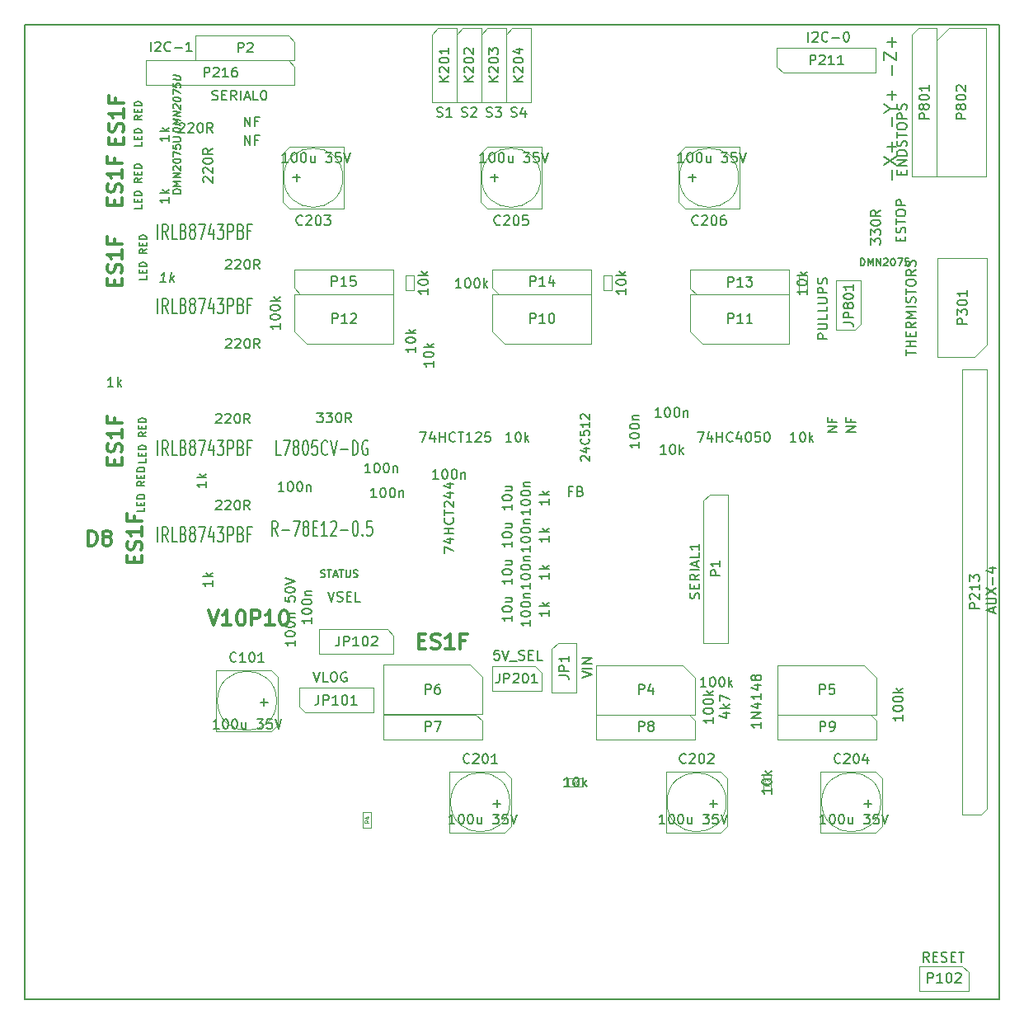
<source format=gbr>
G04 #@! TF.GenerationSoftware,KiCad,Pcbnew,5.1.0*
G04 #@! TF.CreationDate,2019-04-24T19:53:50+02:00*
G04 #@! TF.ProjectId,RAMPS-FD,52414d50-532d-4464-942e-6b696361645f,rev?*
G04 #@! TF.SameCoordinates,Original*
G04 #@! TF.FileFunction,Other,Fab,Top*
%FSLAX46Y46*%
G04 Gerber Fmt 4.6, Leading zero omitted, Abs format (unit mm)*
G04 Created by KiCad (PCBNEW 5.1.0) date 2019-04-24 19:53:50*
%MOMM*%
%LPD*%
G04 APERTURE LIST*
%ADD10C,0.152400*%
%ADD11C,0.100000*%
%ADD12C,0.150000*%
%ADD13C,0.304800*%
%ADD14C,0.129540*%
%ADD15C,0.127000*%
%ADD16C,0.075000*%
%ADD17C,0.203200*%
G04 APERTURE END LIST*
D10*
X52324000Y-39573000D02*
X52324000Y-139573000D01*
X152324000Y-39573000D02*
X52324000Y-39573000D01*
X152324000Y-139573000D02*
X152324000Y-39573000D01*
X52324000Y-139573000D02*
X152324000Y-139573000D01*
D11*
X100330000Y-70993000D02*
X100330000Y-67183000D01*
X100330000Y-67183000D02*
X110490000Y-67183000D01*
X110490000Y-67183000D02*
X110490000Y-72263000D01*
X110490000Y-72263000D02*
X101600000Y-72263000D01*
X101600000Y-72263000D02*
X100330000Y-70993000D01*
X121158000Y-106553000D02*
X121158000Y-110363000D01*
X121158000Y-110363000D02*
X110998000Y-110363000D01*
X110998000Y-110363000D02*
X110998000Y-105283000D01*
X110998000Y-105283000D02*
X119888000Y-105283000D01*
X119888000Y-105283000D02*
X121158000Y-106553000D01*
X80581500Y-67183000D02*
X79946500Y-66548000D01*
X90106500Y-67183000D02*
X80581500Y-67183000D01*
X90106500Y-64643000D02*
X90106500Y-67183000D01*
X79946500Y-64643000D02*
X90106500Y-64643000D01*
X79946500Y-66548000D02*
X79946500Y-64643000D01*
X100965000Y-67183000D02*
X100330000Y-66548000D01*
X110490000Y-67183000D02*
X100965000Y-67183000D01*
X110490000Y-64643000D02*
X110490000Y-67183000D01*
X100330000Y-64643000D02*
X110490000Y-64643000D01*
X100330000Y-66548000D02*
X100330000Y-64643000D01*
X121285000Y-67246500D02*
X120650000Y-66611500D01*
X130810000Y-67246500D02*
X121285000Y-67246500D01*
X130810000Y-64706500D02*
X130810000Y-67246500D01*
X120650000Y-64706500D02*
X130810000Y-64706500D01*
X120650000Y-66611500D02*
X120650000Y-64706500D01*
X139128500Y-110363000D02*
X139763500Y-110998000D01*
X129603500Y-110363000D02*
X139128500Y-110363000D01*
X129603500Y-112903000D02*
X129603500Y-110363000D01*
X139763500Y-112903000D02*
X129603500Y-112903000D01*
X139763500Y-110998000D02*
X139763500Y-112903000D01*
X120523000Y-110363000D02*
X121158000Y-110998000D01*
X110998000Y-110363000D02*
X120523000Y-110363000D01*
X110998000Y-112903000D02*
X110998000Y-110363000D01*
X121158000Y-112903000D02*
X110998000Y-112903000D01*
X121158000Y-110998000D02*
X121158000Y-112903000D01*
X98615500Y-110363000D02*
X99250500Y-110998000D01*
X89090500Y-110363000D02*
X98615500Y-110363000D01*
X89090500Y-112903000D02*
X89090500Y-110363000D01*
X99250500Y-112903000D02*
X89090500Y-112903000D01*
X99250500Y-110998000D02*
X99250500Y-112903000D01*
X99253040Y-106547920D02*
X99253040Y-110357920D01*
X99253040Y-110357920D02*
X89093040Y-110357920D01*
X89093040Y-110357920D02*
X89093040Y-105277920D01*
X89093040Y-105277920D02*
X97983040Y-105277920D01*
X97983040Y-105277920D02*
X99253040Y-106547920D01*
X139750800Y-106553000D02*
X139750800Y-110363000D01*
X139750800Y-110363000D02*
X129590800Y-110363000D01*
X129590800Y-110363000D02*
X129590800Y-105283000D01*
X129590800Y-105283000D02*
X138480800Y-105283000D01*
X138480800Y-105283000D02*
X139750800Y-106553000D01*
X80010000Y-70993000D02*
X80010000Y-67183000D01*
X80010000Y-67183000D02*
X90170000Y-67183000D01*
X90170000Y-67183000D02*
X90170000Y-72263000D01*
X90170000Y-72263000D02*
X81280000Y-72263000D01*
X81280000Y-72263000D02*
X80010000Y-70993000D01*
X120650000Y-70993000D02*
X120650000Y-67183000D01*
X120650000Y-67183000D02*
X130810000Y-67183000D01*
X130810000Y-67183000D02*
X130810000Y-72263000D01*
X130810000Y-72263000D02*
X121920000Y-72263000D01*
X121920000Y-72263000D02*
X120650000Y-70993000D01*
X132607000Y-65278000D02*
X132607000Y-66878000D01*
X131807000Y-65278000D02*
X132607000Y-65278000D01*
X131807000Y-66878000D02*
X131807000Y-65278000D01*
X132607000Y-66878000D02*
X131807000Y-66878000D01*
X112541000Y-65240000D02*
X112541000Y-66840000D01*
X111741000Y-65240000D02*
X112541000Y-65240000D01*
X111741000Y-66840000D02*
X111741000Y-65240000D01*
X112541000Y-66840000D02*
X111741000Y-66840000D01*
X92221000Y-65240000D02*
X92221000Y-66840000D01*
X91421000Y-65240000D02*
X92221000Y-65240000D01*
X91421000Y-66840000D02*
X91421000Y-65240000D01*
X92221000Y-66840000D02*
X91421000Y-66840000D01*
X87824000Y-121973000D02*
X87024000Y-121973000D01*
X87824000Y-120373000D02*
X87824000Y-121973000D01*
X87024000Y-120373000D02*
X87824000Y-120373000D01*
X87024000Y-121973000D02*
X87024000Y-120373000D01*
X107061000Y-102997000D02*
X108966000Y-102997000D01*
X108966000Y-102997000D02*
X108966000Y-108077000D01*
X108966000Y-108077000D02*
X106426000Y-108077000D01*
X106426000Y-108077000D02*
X106426000Y-103632000D01*
X106426000Y-103632000D02*
X107061000Y-102997000D01*
X80441800Y-109550200D02*
X80441800Y-107645200D01*
X80441800Y-107645200D02*
X88061800Y-107645200D01*
X88061800Y-107645200D02*
X88061800Y-110185200D01*
X88061800Y-110185200D02*
X81076800Y-110185200D01*
X81076800Y-110185200D02*
X80441800Y-109550200D01*
X90170000Y-102235000D02*
X90170000Y-104140000D01*
X90170000Y-104140000D02*
X82550000Y-104140000D01*
X82550000Y-104140000D02*
X82550000Y-101600000D01*
X82550000Y-101600000D02*
X89535000Y-101600000D01*
X89535000Y-101600000D02*
X90170000Y-102235000D01*
X105346500Y-106045000D02*
X105346500Y-107950000D01*
X105346500Y-107950000D02*
X100266500Y-107950000D01*
X100266500Y-107950000D02*
X100266500Y-105410000D01*
X100266500Y-105410000D02*
X104711500Y-105410000D01*
X104711500Y-105410000D02*
X105346500Y-106045000D01*
X137541000Y-70866000D02*
X135636000Y-70866000D01*
X135636000Y-70866000D02*
X135636000Y-65786000D01*
X135636000Y-65786000D02*
X138176000Y-65786000D01*
X138176000Y-65786000D02*
X138176000Y-70231000D01*
X138176000Y-70231000D02*
X137541000Y-70866000D01*
X94742000Y-39878000D02*
X96647000Y-39878000D01*
X96647000Y-39878000D02*
X96647000Y-47498000D01*
X96647000Y-47498000D02*
X94107000Y-47498000D01*
X94107000Y-47498000D02*
X94107000Y-40513000D01*
X94107000Y-40513000D02*
X94742000Y-39878000D01*
X97282000Y-39878000D02*
X99187000Y-39878000D01*
X99187000Y-39878000D02*
X99187000Y-47498000D01*
X99187000Y-47498000D02*
X96647000Y-47498000D01*
X96647000Y-47498000D02*
X96647000Y-40513000D01*
X96647000Y-40513000D02*
X97282000Y-39878000D01*
X99822000Y-39878000D02*
X101727000Y-39878000D01*
X101727000Y-39878000D02*
X101727000Y-47498000D01*
X101727000Y-47498000D02*
X99187000Y-47498000D01*
X99187000Y-47498000D02*
X99187000Y-40513000D01*
X99187000Y-40513000D02*
X99822000Y-39878000D01*
X102362000Y-39878000D02*
X104267000Y-39878000D01*
X104267000Y-39878000D02*
X104267000Y-47498000D01*
X104267000Y-47498000D02*
X101727000Y-47498000D01*
X101727000Y-47498000D02*
X101727000Y-40513000D01*
X101727000Y-40513000D02*
X102362000Y-39878000D01*
X122605800Y-87757000D02*
X124510800Y-87757000D01*
X124510800Y-87757000D02*
X124510800Y-102997000D01*
X124510800Y-102997000D02*
X121970800Y-102997000D01*
X121970800Y-102997000D02*
X121970800Y-88392000D01*
X121970800Y-88392000D02*
X122605800Y-87757000D01*
X80010000Y-41275000D02*
X80010000Y-43180000D01*
X80010000Y-43180000D02*
X69850000Y-43180000D01*
X69850000Y-43180000D02*
X69850000Y-40640000D01*
X69850000Y-40640000D02*
X79375000Y-40640000D01*
X79375000Y-40640000D02*
X80010000Y-41275000D01*
X149225000Y-136824720D02*
X149225000Y-138729720D01*
X149225000Y-138729720D02*
X144145000Y-138729720D01*
X144145000Y-138729720D02*
X144145000Y-136189720D01*
X144145000Y-136189720D02*
X148590000Y-136189720D01*
X148590000Y-136189720D02*
X149225000Y-136824720D01*
X129540000Y-43815000D02*
X129540000Y-41910000D01*
X129540000Y-41910000D02*
X139700000Y-41910000D01*
X139700000Y-41910000D02*
X139700000Y-44450000D01*
X139700000Y-44450000D02*
X130175000Y-44450000D01*
X130175000Y-44450000D02*
X129540000Y-43815000D01*
X150495000Y-120650000D02*
X148590000Y-120650000D01*
X148590000Y-120650000D02*
X148590000Y-74930000D01*
X148590000Y-74930000D02*
X151130000Y-74930000D01*
X151130000Y-74930000D02*
X151130000Y-120015000D01*
X151130000Y-120015000D02*
X150495000Y-120650000D01*
X80010000Y-43815000D02*
X80010000Y-45720000D01*
X80010000Y-45720000D02*
X64770000Y-45720000D01*
X64770000Y-45720000D02*
X64770000Y-43180000D01*
X64770000Y-43180000D02*
X79375000Y-43180000D01*
X79375000Y-43180000D02*
X80010000Y-43815000D01*
X149860000Y-73660000D02*
X146050000Y-73660000D01*
X146050000Y-73660000D02*
X146050000Y-63500000D01*
X146050000Y-63500000D02*
X151130000Y-63500000D01*
X151130000Y-63500000D02*
X151130000Y-72390000D01*
X151130000Y-72390000D02*
X149860000Y-73660000D01*
X144043400Y-39878000D02*
X145948400Y-39878000D01*
X145948400Y-39878000D02*
X145948400Y-55118000D01*
X145948400Y-55118000D02*
X143408400Y-55118000D01*
X143408400Y-55118000D02*
X143408400Y-40513000D01*
X143408400Y-40513000D02*
X144043400Y-39878000D01*
X147193000Y-39878000D02*
X151003000Y-39878000D01*
X151003000Y-39878000D02*
X151003000Y-55118000D01*
X151003000Y-55118000D02*
X145923000Y-55118000D01*
X145923000Y-55118000D02*
X145923000Y-41148000D01*
X145923000Y-41148000D02*
X147193000Y-39878000D01*
X78149181Y-108966000D02*
G75*
G03X78149181Y-108966000I-3041381J0D01*
G01*
X71957800Y-105816000D02*
X71957800Y-112116000D01*
X77587800Y-105816000D02*
X71957800Y-105816000D01*
X78257800Y-106486000D02*
X77587800Y-105816000D01*
X78257800Y-111446000D02*
X78257800Y-106486000D01*
X77587800Y-112116000D02*
X78257800Y-111446000D01*
X71957800Y-112116000D02*
X77587800Y-112116000D01*
X102101381Y-119380000D02*
G75*
G03X102101381Y-119380000I-3041381J0D01*
G01*
X95910000Y-116230000D02*
X95910000Y-122530000D01*
X101540000Y-116230000D02*
X95910000Y-116230000D01*
X102210000Y-116900000D02*
X101540000Y-116230000D01*
X102210000Y-121860000D02*
X102210000Y-116900000D01*
X101540000Y-122530000D02*
X102210000Y-121860000D01*
X95910000Y-122530000D02*
X101540000Y-122530000D01*
X124326381Y-119380000D02*
G75*
G03X124326381Y-119380000I-3041381J0D01*
G01*
X118135000Y-116230000D02*
X118135000Y-122530000D01*
X123765000Y-116230000D02*
X118135000Y-116230000D01*
X124435000Y-116900000D02*
X123765000Y-116230000D01*
X124435000Y-121860000D02*
X124435000Y-116900000D01*
X123765000Y-122530000D02*
X124435000Y-121860000D01*
X118135000Y-122530000D02*
X123765000Y-122530000D01*
X84956381Y-55245000D02*
G75*
G03X84956381Y-55245000I-3041381J0D01*
G01*
X85065000Y-58395000D02*
X85065000Y-52095000D01*
X79435000Y-58395000D02*
X85065000Y-58395000D01*
X78765000Y-57725000D02*
X79435000Y-58395000D01*
X78765000Y-52765000D02*
X78765000Y-57725000D01*
X79435000Y-52095000D02*
X78765000Y-52765000D01*
X85065000Y-52095000D02*
X79435000Y-52095000D01*
X140201381Y-119380000D02*
G75*
G03X140201381Y-119380000I-3041381J0D01*
G01*
X134010000Y-116230000D02*
X134010000Y-122530000D01*
X139640000Y-116230000D02*
X134010000Y-116230000D01*
X140310000Y-116900000D02*
X139640000Y-116230000D01*
X140310000Y-121860000D02*
X140310000Y-116900000D01*
X139640000Y-122530000D02*
X140310000Y-121860000D01*
X134010000Y-122530000D02*
X139640000Y-122530000D01*
X105276381Y-55245000D02*
G75*
G03X105276381Y-55245000I-3041381J0D01*
G01*
X105385000Y-58395000D02*
X105385000Y-52095000D01*
X99755000Y-58395000D02*
X105385000Y-58395000D01*
X99085000Y-57725000D02*
X99755000Y-58395000D01*
X99085000Y-52765000D02*
X99085000Y-57725000D01*
X99755000Y-52095000D02*
X99085000Y-52765000D01*
X105385000Y-52095000D02*
X99755000Y-52095000D01*
X125596381Y-55245000D02*
G75*
G03X125596381Y-55245000I-3041381J0D01*
G01*
X125705000Y-58395000D02*
X125705000Y-52095000D01*
X120075000Y-58395000D02*
X125705000Y-58395000D01*
X119405000Y-57725000D02*
X120075000Y-58395000D01*
X119405000Y-52765000D02*
X119405000Y-57725000D01*
X120075000Y-52095000D02*
X119405000Y-52765000D01*
X125705000Y-52095000D02*
X120075000Y-52095000D01*
X109639000Y-116948000D02*
X109639000Y-117748000D01*
X108039000Y-116948000D02*
X109639000Y-116948000D01*
X108039000Y-117748000D02*
X108039000Y-116948000D01*
X109639000Y-117748000D02*
X108039000Y-117748000D01*
X128924000Y-118148000D02*
X128124000Y-118148000D01*
X128924000Y-116548000D02*
X128924000Y-118148000D01*
X128124000Y-116548000D02*
X128924000Y-116548000D01*
X128124000Y-118148000D02*
X128124000Y-116548000D01*
D12*
X104195714Y-70175380D02*
X104195714Y-69175380D01*
X104576666Y-69175380D01*
X104671904Y-69223000D01*
X104719523Y-69270619D01*
X104767142Y-69365857D01*
X104767142Y-69508714D01*
X104719523Y-69603952D01*
X104671904Y-69651571D01*
X104576666Y-69699190D01*
X104195714Y-69699190D01*
X105719523Y-70175380D02*
X105148095Y-70175380D01*
X105433809Y-70175380D02*
X105433809Y-69175380D01*
X105338571Y-69318238D01*
X105243333Y-69413476D01*
X105148095Y-69461095D01*
X106338571Y-69175380D02*
X106433809Y-69175380D01*
X106529047Y-69223000D01*
X106576666Y-69270619D01*
X106624285Y-69365857D01*
X106671904Y-69556333D01*
X106671904Y-69794428D01*
X106624285Y-69984904D01*
X106576666Y-70080142D01*
X106529047Y-70127761D01*
X106433809Y-70175380D01*
X106338571Y-70175380D01*
X106243333Y-70127761D01*
X106195714Y-70080142D01*
X106148095Y-69984904D01*
X106100476Y-69794428D01*
X106100476Y-69556333D01*
X106148095Y-69365857D01*
X106195714Y-69270619D01*
X106243333Y-69223000D01*
X106338571Y-69175380D01*
X115339904Y-108275380D02*
X115339904Y-107275380D01*
X115720857Y-107275380D01*
X115816095Y-107323000D01*
X115863714Y-107370619D01*
X115911333Y-107465857D01*
X115911333Y-107608714D01*
X115863714Y-107703952D01*
X115816095Y-107751571D01*
X115720857Y-107799190D01*
X115339904Y-107799190D01*
X116768476Y-107608714D02*
X116768476Y-108275380D01*
X116530380Y-107227761D02*
X116292285Y-107942047D01*
X116911333Y-107942047D01*
X83812214Y-66365380D02*
X83812214Y-65365380D01*
X84193166Y-65365380D01*
X84288404Y-65413000D01*
X84336023Y-65460619D01*
X84383642Y-65555857D01*
X84383642Y-65698714D01*
X84336023Y-65793952D01*
X84288404Y-65841571D01*
X84193166Y-65889190D01*
X83812214Y-65889190D01*
X85336023Y-66365380D02*
X84764595Y-66365380D01*
X85050309Y-66365380D02*
X85050309Y-65365380D01*
X84955071Y-65508238D01*
X84859833Y-65603476D01*
X84764595Y-65651095D01*
X86240785Y-65365380D02*
X85764595Y-65365380D01*
X85716976Y-65841571D01*
X85764595Y-65793952D01*
X85859833Y-65746333D01*
X86097928Y-65746333D01*
X86193166Y-65793952D01*
X86240785Y-65841571D01*
X86288404Y-65936809D01*
X86288404Y-66174904D01*
X86240785Y-66270142D01*
X86193166Y-66317761D01*
X86097928Y-66365380D01*
X85859833Y-66365380D01*
X85764595Y-66317761D01*
X85716976Y-66270142D01*
X104195714Y-66365380D02*
X104195714Y-65365380D01*
X104576666Y-65365380D01*
X104671904Y-65413000D01*
X104719523Y-65460619D01*
X104767142Y-65555857D01*
X104767142Y-65698714D01*
X104719523Y-65793952D01*
X104671904Y-65841571D01*
X104576666Y-65889190D01*
X104195714Y-65889190D01*
X105719523Y-66365380D02*
X105148095Y-66365380D01*
X105433809Y-66365380D02*
X105433809Y-65365380D01*
X105338571Y-65508238D01*
X105243333Y-65603476D01*
X105148095Y-65651095D01*
X106576666Y-65698714D02*
X106576666Y-66365380D01*
X106338571Y-65317761D02*
X106100476Y-66032047D01*
X106719523Y-66032047D01*
X124515714Y-66428880D02*
X124515714Y-65428880D01*
X124896666Y-65428880D01*
X124991904Y-65476500D01*
X125039523Y-65524119D01*
X125087142Y-65619357D01*
X125087142Y-65762214D01*
X125039523Y-65857452D01*
X124991904Y-65905071D01*
X124896666Y-65952690D01*
X124515714Y-65952690D01*
X126039523Y-66428880D02*
X125468095Y-66428880D01*
X125753809Y-66428880D02*
X125753809Y-65428880D01*
X125658571Y-65571738D01*
X125563333Y-65666976D01*
X125468095Y-65714595D01*
X126372857Y-65428880D02*
X126991904Y-65428880D01*
X126658571Y-65809833D01*
X126801428Y-65809833D01*
X126896666Y-65857452D01*
X126944285Y-65905071D01*
X126991904Y-66000309D01*
X126991904Y-66238404D01*
X126944285Y-66333642D01*
X126896666Y-66381261D01*
X126801428Y-66428880D01*
X126515714Y-66428880D01*
X126420476Y-66381261D01*
X126372857Y-66333642D01*
X133945404Y-112085380D02*
X133945404Y-111085380D01*
X134326357Y-111085380D01*
X134421595Y-111133000D01*
X134469214Y-111180619D01*
X134516833Y-111275857D01*
X134516833Y-111418714D01*
X134469214Y-111513952D01*
X134421595Y-111561571D01*
X134326357Y-111609190D01*
X133945404Y-111609190D01*
X134993023Y-112085380D02*
X135183500Y-112085380D01*
X135278738Y-112037761D01*
X135326357Y-111990142D01*
X135421595Y-111847285D01*
X135469214Y-111656809D01*
X135469214Y-111275857D01*
X135421595Y-111180619D01*
X135373976Y-111133000D01*
X135278738Y-111085380D01*
X135088261Y-111085380D01*
X134993023Y-111133000D01*
X134945404Y-111180619D01*
X134897785Y-111275857D01*
X134897785Y-111513952D01*
X134945404Y-111609190D01*
X134993023Y-111656809D01*
X135088261Y-111704428D01*
X135278738Y-111704428D01*
X135373976Y-111656809D01*
X135421595Y-111609190D01*
X135469214Y-111513952D01*
X115339904Y-112085380D02*
X115339904Y-111085380D01*
X115720857Y-111085380D01*
X115816095Y-111133000D01*
X115863714Y-111180619D01*
X115911333Y-111275857D01*
X115911333Y-111418714D01*
X115863714Y-111513952D01*
X115816095Y-111561571D01*
X115720857Y-111609190D01*
X115339904Y-111609190D01*
X116482761Y-111513952D02*
X116387523Y-111466333D01*
X116339904Y-111418714D01*
X116292285Y-111323476D01*
X116292285Y-111275857D01*
X116339904Y-111180619D01*
X116387523Y-111133000D01*
X116482761Y-111085380D01*
X116673238Y-111085380D01*
X116768476Y-111133000D01*
X116816095Y-111180619D01*
X116863714Y-111275857D01*
X116863714Y-111323476D01*
X116816095Y-111418714D01*
X116768476Y-111466333D01*
X116673238Y-111513952D01*
X116482761Y-111513952D01*
X116387523Y-111561571D01*
X116339904Y-111609190D01*
X116292285Y-111704428D01*
X116292285Y-111894904D01*
X116339904Y-111990142D01*
X116387523Y-112037761D01*
X116482761Y-112085380D01*
X116673238Y-112085380D01*
X116768476Y-112037761D01*
X116816095Y-111990142D01*
X116863714Y-111894904D01*
X116863714Y-111704428D01*
X116816095Y-111609190D01*
X116768476Y-111561571D01*
X116673238Y-111513952D01*
X93432404Y-112085380D02*
X93432404Y-111085380D01*
X93813357Y-111085380D01*
X93908595Y-111133000D01*
X93956214Y-111180619D01*
X94003833Y-111275857D01*
X94003833Y-111418714D01*
X93956214Y-111513952D01*
X93908595Y-111561571D01*
X93813357Y-111609190D01*
X93432404Y-111609190D01*
X94337166Y-111085380D02*
X95003833Y-111085380D01*
X94575261Y-112085380D01*
X93434944Y-108270300D02*
X93434944Y-107270300D01*
X93815897Y-107270300D01*
X93911135Y-107317920D01*
X93958754Y-107365539D01*
X94006373Y-107460777D01*
X94006373Y-107603634D01*
X93958754Y-107698872D01*
X93911135Y-107746491D01*
X93815897Y-107794110D01*
X93434944Y-107794110D01*
X94863516Y-107270300D02*
X94673040Y-107270300D01*
X94577801Y-107317920D01*
X94530182Y-107365539D01*
X94434944Y-107508396D01*
X94387325Y-107698872D01*
X94387325Y-108079824D01*
X94434944Y-108175062D01*
X94482563Y-108222681D01*
X94577801Y-108270300D01*
X94768278Y-108270300D01*
X94863516Y-108222681D01*
X94911135Y-108175062D01*
X94958754Y-108079824D01*
X94958754Y-107841729D01*
X94911135Y-107746491D01*
X94863516Y-107698872D01*
X94768278Y-107651253D01*
X94577801Y-107651253D01*
X94482563Y-107698872D01*
X94434944Y-107746491D01*
X94387325Y-107841729D01*
X133932704Y-108275380D02*
X133932704Y-107275380D01*
X134313657Y-107275380D01*
X134408895Y-107323000D01*
X134456514Y-107370619D01*
X134504133Y-107465857D01*
X134504133Y-107608714D01*
X134456514Y-107703952D01*
X134408895Y-107751571D01*
X134313657Y-107799190D01*
X133932704Y-107799190D01*
X135408895Y-107275380D02*
X134932704Y-107275380D01*
X134885085Y-107751571D01*
X134932704Y-107703952D01*
X135027942Y-107656333D01*
X135266038Y-107656333D01*
X135361276Y-107703952D01*
X135408895Y-107751571D01*
X135456514Y-107846809D01*
X135456514Y-108084904D01*
X135408895Y-108180142D01*
X135361276Y-108227761D01*
X135266038Y-108275380D01*
X135027942Y-108275380D01*
X134932704Y-108227761D01*
X134885085Y-108180142D01*
X83875714Y-70175380D02*
X83875714Y-69175380D01*
X84256666Y-69175380D01*
X84351904Y-69223000D01*
X84399523Y-69270619D01*
X84447142Y-69365857D01*
X84447142Y-69508714D01*
X84399523Y-69603952D01*
X84351904Y-69651571D01*
X84256666Y-69699190D01*
X83875714Y-69699190D01*
X85399523Y-70175380D02*
X84828095Y-70175380D01*
X85113809Y-70175380D02*
X85113809Y-69175380D01*
X85018571Y-69318238D01*
X84923333Y-69413476D01*
X84828095Y-69461095D01*
X85780476Y-69270619D02*
X85828095Y-69223000D01*
X85923333Y-69175380D01*
X86161428Y-69175380D01*
X86256666Y-69223000D01*
X86304285Y-69270619D01*
X86351904Y-69365857D01*
X86351904Y-69461095D01*
X86304285Y-69603952D01*
X85732857Y-70175380D01*
X86351904Y-70175380D01*
X124515714Y-70175380D02*
X124515714Y-69175380D01*
X124896666Y-69175380D01*
X124991904Y-69223000D01*
X125039523Y-69270619D01*
X125087142Y-69365857D01*
X125087142Y-69508714D01*
X125039523Y-69603952D01*
X124991904Y-69651571D01*
X124896666Y-69699190D01*
X124515714Y-69699190D01*
X126039523Y-70175380D02*
X125468095Y-70175380D01*
X125753809Y-70175380D02*
X125753809Y-69175380D01*
X125658571Y-69318238D01*
X125563333Y-69413476D01*
X125468095Y-69461095D01*
X126991904Y-70175380D02*
X126420476Y-70175380D01*
X126706190Y-70175380D02*
X126706190Y-69175380D01*
X126610952Y-69318238D01*
X126515714Y-69413476D01*
X126420476Y-69461095D01*
X132608580Y-66686038D02*
X132608580Y-67257466D01*
X132608580Y-66971752D02*
X131608580Y-66971752D01*
X131751438Y-67066990D01*
X131846676Y-67162228D01*
X131894295Y-67257466D01*
X131608580Y-66066990D02*
X131608580Y-65971752D01*
X131656200Y-65876514D01*
X131703819Y-65828895D01*
X131799057Y-65781276D01*
X131989533Y-65733657D01*
X132227628Y-65733657D01*
X132418104Y-65781276D01*
X132513342Y-65828895D01*
X132560961Y-65876514D01*
X132608580Y-65971752D01*
X132608580Y-66066990D01*
X132560961Y-66162228D01*
X132513342Y-66209847D01*
X132418104Y-66257466D01*
X132227628Y-66305085D01*
X131989533Y-66305085D01*
X131799057Y-66257466D01*
X131703819Y-66209847D01*
X131656200Y-66162228D01*
X131608580Y-66066990D01*
X132608580Y-65305085D02*
X131608580Y-65305085D01*
X132227628Y-65209847D02*
X132608580Y-64924133D01*
X131941914Y-64924133D02*
X132322866Y-65305085D01*
X114023380Y-66635238D02*
X114023380Y-67206666D01*
X114023380Y-66920952D02*
X113023380Y-66920952D01*
X113166238Y-67016190D01*
X113261476Y-67111428D01*
X113309095Y-67206666D01*
X113023380Y-66016190D02*
X113023380Y-65920952D01*
X113071000Y-65825714D01*
X113118619Y-65778095D01*
X113213857Y-65730476D01*
X113404333Y-65682857D01*
X113642428Y-65682857D01*
X113832904Y-65730476D01*
X113928142Y-65778095D01*
X113975761Y-65825714D01*
X114023380Y-65920952D01*
X114023380Y-66016190D01*
X113975761Y-66111428D01*
X113928142Y-66159047D01*
X113832904Y-66206666D01*
X113642428Y-66254285D01*
X113404333Y-66254285D01*
X113213857Y-66206666D01*
X113118619Y-66159047D01*
X113071000Y-66111428D01*
X113023380Y-66016190D01*
X114023380Y-65254285D02*
X113023380Y-65254285D01*
X113642428Y-65159047D02*
X114023380Y-64873333D01*
X113356714Y-64873333D02*
X113737666Y-65254285D01*
X93703380Y-66635238D02*
X93703380Y-67206666D01*
X93703380Y-66920952D02*
X92703380Y-66920952D01*
X92846238Y-67016190D01*
X92941476Y-67111428D01*
X92989095Y-67206666D01*
X92703380Y-66016190D02*
X92703380Y-65920952D01*
X92751000Y-65825714D01*
X92798619Y-65778095D01*
X92893857Y-65730476D01*
X93084333Y-65682857D01*
X93322428Y-65682857D01*
X93512904Y-65730476D01*
X93608142Y-65778095D01*
X93655761Y-65825714D01*
X93703380Y-65920952D01*
X93703380Y-66016190D01*
X93655761Y-66111428D01*
X93608142Y-66159047D01*
X93512904Y-66206666D01*
X93322428Y-66254285D01*
X93084333Y-66254285D01*
X92893857Y-66206666D01*
X92798619Y-66159047D01*
X92751000Y-66111428D01*
X92703380Y-66016190D01*
X93703380Y-65254285D02*
X92703380Y-65254285D01*
X93322428Y-65159047D02*
X93703380Y-64873333D01*
X93036714Y-64873333D02*
X93417666Y-65254285D01*
D13*
X58844542Y-93018428D02*
X58844542Y-91494428D01*
X59207400Y-91494428D01*
X59425114Y-91567000D01*
X59570257Y-91712142D01*
X59642828Y-91857285D01*
X59715400Y-92147571D01*
X59715400Y-92365285D01*
X59642828Y-92655571D01*
X59570257Y-92800714D01*
X59425114Y-92945857D01*
X59207400Y-93018428D01*
X58844542Y-93018428D01*
X60586257Y-92147571D02*
X60441114Y-92075000D01*
X60368542Y-92002428D01*
X60295971Y-91857285D01*
X60295971Y-91784714D01*
X60368542Y-91639571D01*
X60441114Y-91567000D01*
X60586257Y-91494428D01*
X60876542Y-91494428D01*
X61021685Y-91567000D01*
X61094257Y-91639571D01*
X61166828Y-91784714D01*
X61166828Y-91857285D01*
X61094257Y-92002428D01*
X61021685Y-92075000D01*
X60876542Y-92147571D01*
X60586257Y-92147571D01*
X60441114Y-92220142D01*
X60368542Y-92292714D01*
X60295971Y-92437857D01*
X60295971Y-92728142D01*
X60368542Y-92873285D01*
X60441114Y-92945857D01*
X60586257Y-93018428D01*
X60876542Y-93018428D01*
X61021685Y-92945857D01*
X61094257Y-92873285D01*
X61166828Y-92728142D01*
X61166828Y-92437857D01*
X61094257Y-92292714D01*
X61021685Y-92220142D01*
X60876542Y-92147571D01*
D10*
X109452833Y-84306833D02*
X109410500Y-84264500D01*
X109368166Y-84179833D01*
X109368166Y-83968166D01*
X109410500Y-83883500D01*
X109452833Y-83841166D01*
X109537500Y-83798833D01*
X109622166Y-83798833D01*
X109749166Y-83841166D01*
X110257166Y-84349166D01*
X110257166Y-83798833D01*
X109664500Y-83036833D02*
X110257166Y-83036833D01*
X109325833Y-83248500D02*
X109960833Y-83460166D01*
X109960833Y-82909833D01*
X110172500Y-82063166D02*
X110214833Y-82105500D01*
X110257166Y-82232500D01*
X110257166Y-82317166D01*
X110214833Y-82444166D01*
X110130166Y-82528833D01*
X110045500Y-82571166D01*
X109876166Y-82613500D01*
X109749166Y-82613500D01*
X109579833Y-82571166D01*
X109495166Y-82528833D01*
X109410500Y-82444166D01*
X109368166Y-82317166D01*
X109368166Y-82232500D01*
X109410500Y-82105500D01*
X109452833Y-82063166D01*
X109368166Y-81258833D02*
X109368166Y-81682166D01*
X109791500Y-81724500D01*
X109749166Y-81682166D01*
X109706833Y-81597500D01*
X109706833Y-81385833D01*
X109749166Y-81301166D01*
X109791500Y-81258833D01*
X109876166Y-81216500D01*
X110087833Y-81216500D01*
X110172500Y-81258833D01*
X110214833Y-81301166D01*
X110257166Y-81385833D01*
X110257166Y-81597500D01*
X110214833Y-81682166D01*
X110172500Y-81724500D01*
X110257166Y-80369833D02*
X110257166Y-80877833D01*
X110257166Y-80623833D02*
X109368166Y-80623833D01*
X109495166Y-80708500D01*
X109579833Y-80793166D01*
X109622166Y-80877833D01*
X109452833Y-80031166D02*
X109410500Y-79988833D01*
X109368166Y-79904166D01*
X109368166Y-79692500D01*
X109410500Y-79607833D01*
X109452833Y-79565500D01*
X109537500Y-79523166D01*
X109622166Y-79523166D01*
X109749166Y-79565500D01*
X110257166Y-80073500D01*
X110257166Y-79523166D01*
D14*
X68289714Y-50587141D02*
X67527714Y-50491891D01*
X67527714Y-50310462D01*
X67564000Y-50206141D01*
X67636571Y-50142641D01*
X67709142Y-50115426D01*
X67854285Y-50097284D01*
X67963142Y-50110891D01*
X68108285Y-50165319D01*
X68180857Y-50210676D01*
X68253428Y-50292319D01*
X68289714Y-50405712D01*
X68289714Y-50587141D01*
X68289714Y-49825141D02*
X67527714Y-49729891D01*
X68072000Y-49543926D01*
X67527714Y-49221891D01*
X68289714Y-49317141D01*
X68289714Y-48954284D02*
X67527714Y-48859034D01*
X68289714Y-48518855D01*
X67527714Y-48423605D01*
X67600285Y-48106105D02*
X67564000Y-48065284D01*
X67527714Y-47988176D01*
X67527714Y-47806748D01*
X67564000Y-47738712D01*
X67600285Y-47706962D01*
X67672857Y-47679748D01*
X67745428Y-47688819D01*
X67854285Y-47738712D01*
X68289714Y-48228569D01*
X68289714Y-47756855D01*
X67527714Y-47189891D02*
X67527714Y-47117319D01*
X67564000Y-47049284D01*
X67600285Y-47017534D01*
X67672857Y-46990319D01*
X67818000Y-46972176D01*
X67999428Y-46994855D01*
X68144571Y-47049284D01*
X68217142Y-47094641D01*
X68253428Y-47135462D01*
X68289714Y-47212569D01*
X68289714Y-47285141D01*
X68253428Y-47353176D01*
X68217142Y-47384926D01*
X68144571Y-47412141D01*
X67999428Y-47430284D01*
X67818000Y-47407605D01*
X67672857Y-47353176D01*
X67600285Y-47307819D01*
X67564000Y-47266998D01*
X67527714Y-47189891D01*
X67527714Y-46681891D02*
X67527714Y-46173891D01*
X68289714Y-46595712D01*
X67527714Y-45520748D02*
X67527714Y-45883605D01*
X67890571Y-45965248D01*
X67854285Y-45924426D01*
X67818000Y-45847319D01*
X67818000Y-45665891D01*
X67854285Y-45597855D01*
X67890571Y-45566105D01*
X67963142Y-45538891D01*
X68144571Y-45561569D01*
X68217142Y-45606926D01*
X68253428Y-45647748D01*
X68289714Y-45724855D01*
X68289714Y-45906284D01*
X68253428Y-45974319D01*
X68217142Y-46006069D01*
X67527714Y-45157891D02*
X68144571Y-45234998D01*
X68217142Y-45207784D01*
X68253428Y-45176034D01*
X68289714Y-45107998D01*
X68289714Y-44962855D01*
X68253428Y-44885748D01*
X68217142Y-44844926D01*
X68144571Y-44799569D01*
X67527714Y-44722462D01*
X68289714Y-56859714D02*
X67527714Y-56859714D01*
X67527714Y-56678285D01*
X67564000Y-56569428D01*
X67636571Y-56496857D01*
X67709142Y-56460571D01*
X67854285Y-56424285D01*
X67963142Y-56424285D01*
X68108285Y-56460571D01*
X68180857Y-56496857D01*
X68253428Y-56569428D01*
X68289714Y-56678285D01*
X68289714Y-56859714D01*
X68289714Y-56097714D02*
X67527714Y-56097714D01*
X68072000Y-55843714D01*
X67527714Y-55589714D01*
X68289714Y-55589714D01*
X68289714Y-55226857D02*
X67527714Y-55226857D01*
X68289714Y-54791428D01*
X67527714Y-54791428D01*
X67600285Y-54464857D02*
X67564000Y-54428571D01*
X67527714Y-54356000D01*
X67527714Y-54174571D01*
X67564000Y-54102000D01*
X67600285Y-54065714D01*
X67672857Y-54029428D01*
X67745428Y-54029428D01*
X67854285Y-54065714D01*
X68289714Y-54501142D01*
X68289714Y-54029428D01*
X67527714Y-53557714D02*
X67527714Y-53485142D01*
X67564000Y-53412571D01*
X67600285Y-53376285D01*
X67672857Y-53340000D01*
X67818000Y-53303714D01*
X67999428Y-53303714D01*
X68144571Y-53340000D01*
X68217142Y-53376285D01*
X68253428Y-53412571D01*
X68289714Y-53485142D01*
X68289714Y-53557714D01*
X68253428Y-53630285D01*
X68217142Y-53666571D01*
X68144571Y-53702857D01*
X67999428Y-53739142D01*
X67818000Y-53739142D01*
X67672857Y-53702857D01*
X67600285Y-53666571D01*
X67564000Y-53630285D01*
X67527714Y-53557714D01*
X67527714Y-53049714D02*
X67527714Y-52541714D01*
X68289714Y-52868285D01*
X67527714Y-51888571D02*
X67527714Y-52251428D01*
X67890571Y-52287714D01*
X67854285Y-52251428D01*
X67818000Y-52178857D01*
X67818000Y-51997428D01*
X67854285Y-51924857D01*
X67890571Y-51888571D01*
X67963142Y-51852285D01*
X68144571Y-51852285D01*
X68217142Y-51888571D01*
X68253428Y-51924857D01*
X68289714Y-51997428D01*
X68289714Y-52178857D01*
X68253428Y-52251428D01*
X68217142Y-52287714D01*
X67527714Y-51525714D02*
X68144571Y-51525714D01*
X68217142Y-51489428D01*
X68253428Y-51453142D01*
X68289714Y-51380571D01*
X68289714Y-51235428D01*
X68253428Y-51162857D01*
X68217142Y-51126571D01*
X68144571Y-51090285D01*
X67527714Y-51090285D01*
D15*
X82695142Y-96244228D02*
X82804000Y-96280514D01*
X82985428Y-96280514D01*
X83058000Y-96244228D01*
X83094285Y-96207942D01*
X83130571Y-96135371D01*
X83130571Y-96062800D01*
X83094285Y-95990228D01*
X83058000Y-95953942D01*
X82985428Y-95917657D01*
X82840285Y-95881371D01*
X82767714Y-95845085D01*
X82731428Y-95808800D01*
X82695142Y-95736228D01*
X82695142Y-95663657D01*
X82731428Y-95591085D01*
X82767714Y-95554800D01*
X82840285Y-95518514D01*
X83021714Y-95518514D01*
X83130571Y-95554800D01*
X83348285Y-95518514D02*
X83783714Y-95518514D01*
X83566000Y-96280514D02*
X83566000Y-95518514D01*
X84001428Y-96062800D02*
X84364285Y-96062800D01*
X83928857Y-96280514D02*
X84182857Y-95518514D01*
X84436857Y-96280514D01*
X84582000Y-95518514D02*
X85017428Y-95518514D01*
X84799714Y-96280514D02*
X84799714Y-95518514D01*
X85271428Y-95518514D02*
X85271428Y-96135371D01*
X85307714Y-96207942D01*
X85344000Y-96244228D01*
X85416571Y-96280514D01*
X85561714Y-96280514D01*
X85634285Y-96244228D01*
X85670571Y-96207942D01*
X85706857Y-96135371D01*
X85706857Y-95518514D01*
X86033428Y-96244228D02*
X86142285Y-96280514D01*
X86323714Y-96280514D01*
X86396285Y-96244228D01*
X86432571Y-96207942D01*
X86468857Y-96135371D01*
X86468857Y-96062800D01*
X86432571Y-95990228D01*
X86396285Y-95953942D01*
X86323714Y-95917657D01*
X86178571Y-95881371D01*
X86106000Y-95845085D01*
X86069714Y-95808800D01*
X86033428Y-95736228D01*
X86033428Y-95663657D01*
X86069714Y-95591085D01*
X86106000Y-95554800D01*
X86178571Y-95518514D01*
X86360000Y-95518514D01*
X86468857Y-95554800D01*
X64581314Y-89135857D02*
X64581314Y-89498714D01*
X63819314Y-89498714D01*
X64182171Y-88881857D02*
X64182171Y-88627857D01*
X64581314Y-88519000D02*
X64581314Y-88881857D01*
X63819314Y-88881857D01*
X63819314Y-88519000D01*
X64581314Y-88192428D02*
X63819314Y-88192428D01*
X63819314Y-88011000D01*
X63855600Y-87902142D01*
X63928171Y-87829571D01*
X64000742Y-87793285D01*
X64145885Y-87757000D01*
X64254742Y-87757000D01*
X64399885Y-87793285D01*
X64472457Y-87829571D01*
X64545028Y-87902142D01*
X64581314Y-88011000D01*
X64581314Y-88192428D01*
X64581314Y-86414428D02*
X64218457Y-86668428D01*
X64581314Y-86849857D02*
X63819314Y-86849857D01*
X63819314Y-86559571D01*
X63855600Y-86487000D01*
X63891885Y-86450714D01*
X63964457Y-86414428D01*
X64073314Y-86414428D01*
X64145885Y-86450714D01*
X64182171Y-86487000D01*
X64218457Y-86559571D01*
X64218457Y-86849857D01*
X64182171Y-86087857D02*
X64182171Y-85833857D01*
X64581314Y-85725000D02*
X64581314Y-86087857D01*
X63819314Y-86087857D01*
X63819314Y-85725000D01*
X64581314Y-85398428D02*
X63819314Y-85398428D01*
X63819314Y-85217000D01*
X63855600Y-85108142D01*
X63928171Y-85035571D01*
X64000742Y-84999285D01*
X64145885Y-84963000D01*
X64254742Y-84963000D01*
X64399885Y-84999285D01*
X64472457Y-85035571D01*
X64545028Y-85108142D01*
X64581314Y-85217000D01*
X64581314Y-85398428D01*
X64733714Y-84106657D02*
X64733714Y-84469514D01*
X63971714Y-84469514D01*
X64334571Y-83852657D02*
X64334571Y-83598657D01*
X64733714Y-83489800D02*
X64733714Y-83852657D01*
X63971714Y-83852657D01*
X63971714Y-83489800D01*
X64733714Y-83163228D02*
X63971714Y-83163228D01*
X63971714Y-82981800D01*
X64008000Y-82872942D01*
X64080571Y-82800371D01*
X64153142Y-82764085D01*
X64298285Y-82727800D01*
X64407142Y-82727800D01*
X64552285Y-82764085D01*
X64624857Y-82800371D01*
X64697428Y-82872942D01*
X64733714Y-82981800D01*
X64733714Y-83163228D01*
X64733714Y-81385228D02*
X64370857Y-81639228D01*
X64733714Y-81820657D02*
X63971714Y-81820657D01*
X63971714Y-81530371D01*
X64008000Y-81457800D01*
X64044285Y-81421514D01*
X64116857Y-81385228D01*
X64225714Y-81385228D01*
X64298285Y-81421514D01*
X64334571Y-81457800D01*
X64370857Y-81530371D01*
X64370857Y-81820657D01*
X64334571Y-81058657D02*
X64334571Y-80804657D01*
X64733714Y-80695800D02*
X64733714Y-81058657D01*
X63971714Y-81058657D01*
X63971714Y-80695800D01*
X64733714Y-80369228D02*
X63971714Y-80369228D01*
X63971714Y-80187800D01*
X64008000Y-80078942D01*
X64080571Y-80006371D01*
X64153142Y-79970085D01*
X64298285Y-79933800D01*
X64407142Y-79933800D01*
X64552285Y-79970085D01*
X64624857Y-80006371D01*
X64697428Y-80078942D01*
X64733714Y-80187800D01*
X64733714Y-80369228D01*
X64784514Y-65310657D02*
X64784514Y-65673514D01*
X64022514Y-65673514D01*
X64385371Y-65056657D02*
X64385371Y-64802657D01*
X64784514Y-64693800D02*
X64784514Y-65056657D01*
X64022514Y-65056657D01*
X64022514Y-64693800D01*
X64784514Y-64367228D02*
X64022514Y-64367228D01*
X64022514Y-64185800D01*
X64058800Y-64076942D01*
X64131371Y-64004371D01*
X64203942Y-63968085D01*
X64349085Y-63931800D01*
X64457942Y-63931800D01*
X64603085Y-63968085D01*
X64675657Y-64004371D01*
X64748228Y-64076942D01*
X64784514Y-64185800D01*
X64784514Y-64367228D01*
X64784514Y-62589228D02*
X64421657Y-62843228D01*
X64784514Y-63024657D02*
X64022514Y-63024657D01*
X64022514Y-62734371D01*
X64058800Y-62661800D01*
X64095085Y-62625514D01*
X64167657Y-62589228D01*
X64276514Y-62589228D01*
X64349085Y-62625514D01*
X64385371Y-62661800D01*
X64421657Y-62734371D01*
X64421657Y-63024657D01*
X64385371Y-62262657D02*
X64385371Y-62008657D01*
X64784514Y-61899800D02*
X64784514Y-62262657D01*
X64022514Y-62262657D01*
X64022514Y-61899800D01*
X64784514Y-61573228D02*
X64022514Y-61573228D01*
X64022514Y-61391800D01*
X64058800Y-61282942D01*
X64131371Y-61210371D01*
X64203942Y-61174085D01*
X64349085Y-61137800D01*
X64457942Y-61137800D01*
X64603085Y-61174085D01*
X64675657Y-61210371D01*
X64748228Y-61282942D01*
X64784514Y-61391800D01*
X64784514Y-61573228D01*
X64276514Y-58020857D02*
X64276514Y-58383714D01*
X63514514Y-58383714D01*
X63877371Y-57766857D02*
X63877371Y-57512857D01*
X64276514Y-57404000D02*
X64276514Y-57766857D01*
X63514514Y-57766857D01*
X63514514Y-57404000D01*
X64276514Y-57077428D02*
X63514514Y-57077428D01*
X63514514Y-56896000D01*
X63550800Y-56787142D01*
X63623371Y-56714571D01*
X63695942Y-56678285D01*
X63841085Y-56642000D01*
X63949942Y-56642000D01*
X64095085Y-56678285D01*
X64167657Y-56714571D01*
X64240228Y-56787142D01*
X64276514Y-56896000D01*
X64276514Y-57077428D01*
X64276514Y-55299428D02*
X63913657Y-55553428D01*
X64276514Y-55734857D02*
X63514514Y-55734857D01*
X63514514Y-55444571D01*
X63550800Y-55372000D01*
X63587085Y-55335714D01*
X63659657Y-55299428D01*
X63768514Y-55299428D01*
X63841085Y-55335714D01*
X63877371Y-55372000D01*
X63913657Y-55444571D01*
X63913657Y-55734857D01*
X63877371Y-54972857D02*
X63877371Y-54718857D01*
X64276514Y-54610000D02*
X64276514Y-54972857D01*
X63514514Y-54972857D01*
X63514514Y-54610000D01*
X64276514Y-54283428D02*
X63514514Y-54283428D01*
X63514514Y-54102000D01*
X63550800Y-53993142D01*
X63623371Y-53920571D01*
X63695942Y-53884285D01*
X63841085Y-53848000D01*
X63949942Y-53848000D01*
X64095085Y-53884285D01*
X64167657Y-53920571D01*
X64240228Y-53993142D01*
X64276514Y-54102000D01*
X64276514Y-54283428D01*
X64276514Y-51594657D02*
X64276514Y-51957514D01*
X63514514Y-51957514D01*
X63877371Y-51340657D02*
X63877371Y-51086657D01*
X64276514Y-50977800D02*
X64276514Y-51340657D01*
X63514514Y-51340657D01*
X63514514Y-50977800D01*
X64276514Y-50651228D02*
X63514514Y-50651228D01*
X63514514Y-50469800D01*
X63550800Y-50360942D01*
X63623371Y-50288371D01*
X63695942Y-50252085D01*
X63841085Y-50215800D01*
X63949942Y-50215800D01*
X64095085Y-50252085D01*
X64167657Y-50288371D01*
X64240228Y-50360942D01*
X64276514Y-50469800D01*
X64276514Y-50651228D01*
X64276514Y-48873228D02*
X63913657Y-49127228D01*
X64276514Y-49308657D02*
X63514514Y-49308657D01*
X63514514Y-49018371D01*
X63550800Y-48945800D01*
X63587085Y-48909514D01*
X63659657Y-48873228D01*
X63768514Y-48873228D01*
X63841085Y-48909514D01*
X63877371Y-48945800D01*
X63913657Y-49018371D01*
X63913657Y-49308657D01*
X63877371Y-48546657D02*
X63877371Y-48292657D01*
X64276514Y-48183800D02*
X64276514Y-48546657D01*
X63514514Y-48546657D01*
X63514514Y-48183800D01*
X64276514Y-47857228D02*
X63514514Y-47857228D01*
X63514514Y-47675800D01*
X63550800Y-47566942D01*
X63623371Y-47494371D01*
X63695942Y-47458085D01*
X63841085Y-47421800D01*
X63949942Y-47421800D01*
X64095085Y-47458085D01*
X64167657Y-47494371D01*
X64240228Y-47566942D01*
X64276514Y-47675800D01*
X64276514Y-47857228D01*
D13*
X71151142Y-99685928D02*
X71659142Y-101209928D01*
X72167142Y-99685928D01*
X73473428Y-101209928D02*
X72602571Y-101209928D01*
X73038000Y-101209928D02*
X73038000Y-99685928D01*
X72892857Y-99903642D01*
X72747714Y-100048785D01*
X72602571Y-100121357D01*
X74416857Y-99685928D02*
X74562000Y-99685928D01*
X74707142Y-99758500D01*
X74779714Y-99831071D01*
X74852285Y-99976214D01*
X74924857Y-100266500D01*
X74924857Y-100629357D01*
X74852285Y-100919642D01*
X74779714Y-101064785D01*
X74707142Y-101137357D01*
X74562000Y-101209928D01*
X74416857Y-101209928D01*
X74271714Y-101137357D01*
X74199142Y-101064785D01*
X74126571Y-100919642D01*
X74054000Y-100629357D01*
X74054000Y-100266500D01*
X74126571Y-99976214D01*
X74199142Y-99831071D01*
X74271714Y-99758500D01*
X74416857Y-99685928D01*
X75578000Y-101209928D02*
X75578000Y-99685928D01*
X76158571Y-99685928D01*
X76303714Y-99758500D01*
X76376285Y-99831071D01*
X76448857Y-99976214D01*
X76448857Y-100193928D01*
X76376285Y-100339071D01*
X76303714Y-100411642D01*
X76158571Y-100484214D01*
X75578000Y-100484214D01*
X77900285Y-101209928D02*
X77029428Y-101209928D01*
X77464857Y-101209928D02*
X77464857Y-99685928D01*
X77319714Y-99903642D01*
X77174571Y-100048785D01*
X77029428Y-100121357D01*
X78843714Y-99685928D02*
X78988857Y-99685928D01*
X79134000Y-99758500D01*
X79206571Y-99831071D01*
X79279142Y-99976214D01*
X79351714Y-100266500D01*
X79351714Y-100629357D01*
X79279142Y-100919642D01*
X79206571Y-101064785D01*
X79134000Y-101137357D01*
X78988857Y-101209928D01*
X78843714Y-101209928D01*
X78698571Y-101137357D01*
X78626000Y-101064785D01*
X78553428Y-100919642D01*
X78480857Y-100629357D01*
X78480857Y-100266500D01*
X78553428Y-99976214D01*
X78626000Y-99831071D01*
X78698571Y-99758500D01*
X78843714Y-99685928D01*
D12*
X87780952Y-85542380D02*
X87209523Y-85542380D01*
X87495238Y-85542380D02*
X87495238Y-84542380D01*
X87400000Y-84685238D01*
X87304761Y-84780476D01*
X87209523Y-84828095D01*
X88400000Y-84542380D02*
X88495238Y-84542380D01*
X88590476Y-84590000D01*
X88638095Y-84637619D01*
X88685714Y-84732857D01*
X88733333Y-84923333D01*
X88733333Y-85161428D01*
X88685714Y-85351904D01*
X88638095Y-85447142D01*
X88590476Y-85494761D01*
X88495238Y-85542380D01*
X88400000Y-85542380D01*
X88304761Y-85494761D01*
X88257142Y-85447142D01*
X88209523Y-85351904D01*
X88161904Y-85161428D01*
X88161904Y-84923333D01*
X88209523Y-84732857D01*
X88257142Y-84637619D01*
X88304761Y-84590000D01*
X88400000Y-84542380D01*
X89352380Y-84542380D02*
X89447619Y-84542380D01*
X89542857Y-84590000D01*
X89590476Y-84637619D01*
X89638095Y-84732857D01*
X89685714Y-84923333D01*
X89685714Y-85161428D01*
X89638095Y-85351904D01*
X89590476Y-85447142D01*
X89542857Y-85494761D01*
X89447619Y-85542380D01*
X89352380Y-85542380D01*
X89257142Y-85494761D01*
X89209523Y-85447142D01*
X89161904Y-85351904D01*
X89114285Y-85161428D01*
X89114285Y-84923333D01*
X89161904Y-84732857D01*
X89209523Y-84637619D01*
X89257142Y-84590000D01*
X89352380Y-84542380D01*
X90114285Y-84875714D02*
X90114285Y-85542380D01*
X90114285Y-84970952D02*
X90161904Y-84923333D01*
X90257142Y-84875714D01*
X90400000Y-84875714D01*
X90495238Y-84923333D01*
X90542857Y-85018571D01*
X90542857Y-85542380D01*
X88415952Y-88082380D02*
X87844523Y-88082380D01*
X88130238Y-88082380D02*
X88130238Y-87082380D01*
X88035000Y-87225238D01*
X87939761Y-87320476D01*
X87844523Y-87368095D01*
X89035000Y-87082380D02*
X89130238Y-87082380D01*
X89225476Y-87130000D01*
X89273095Y-87177619D01*
X89320714Y-87272857D01*
X89368333Y-87463333D01*
X89368333Y-87701428D01*
X89320714Y-87891904D01*
X89273095Y-87987142D01*
X89225476Y-88034761D01*
X89130238Y-88082380D01*
X89035000Y-88082380D01*
X88939761Y-88034761D01*
X88892142Y-87987142D01*
X88844523Y-87891904D01*
X88796904Y-87701428D01*
X88796904Y-87463333D01*
X88844523Y-87272857D01*
X88892142Y-87177619D01*
X88939761Y-87130000D01*
X89035000Y-87082380D01*
X89987380Y-87082380D02*
X90082619Y-87082380D01*
X90177857Y-87130000D01*
X90225476Y-87177619D01*
X90273095Y-87272857D01*
X90320714Y-87463333D01*
X90320714Y-87701428D01*
X90273095Y-87891904D01*
X90225476Y-87987142D01*
X90177857Y-88034761D01*
X90082619Y-88082380D01*
X89987380Y-88082380D01*
X89892142Y-88034761D01*
X89844523Y-87987142D01*
X89796904Y-87891904D01*
X89749285Y-87701428D01*
X89749285Y-87463333D01*
X89796904Y-87272857D01*
X89844523Y-87177619D01*
X89892142Y-87130000D01*
X89987380Y-87082380D01*
X90749285Y-87415714D02*
X90749285Y-88082380D01*
X90749285Y-87510952D02*
X90796904Y-87463333D01*
X90892142Y-87415714D01*
X91035000Y-87415714D01*
X91130238Y-87463333D01*
X91177857Y-87558571D01*
X91177857Y-88082380D01*
X78890952Y-87447380D02*
X78319523Y-87447380D01*
X78605238Y-87447380D02*
X78605238Y-86447380D01*
X78510000Y-86590238D01*
X78414761Y-86685476D01*
X78319523Y-86733095D01*
X79510000Y-86447380D02*
X79605238Y-86447380D01*
X79700476Y-86495000D01*
X79748095Y-86542619D01*
X79795714Y-86637857D01*
X79843333Y-86828333D01*
X79843333Y-87066428D01*
X79795714Y-87256904D01*
X79748095Y-87352142D01*
X79700476Y-87399761D01*
X79605238Y-87447380D01*
X79510000Y-87447380D01*
X79414761Y-87399761D01*
X79367142Y-87352142D01*
X79319523Y-87256904D01*
X79271904Y-87066428D01*
X79271904Y-86828333D01*
X79319523Y-86637857D01*
X79367142Y-86542619D01*
X79414761Y-86495000D01*
X79510000Y-86447380D01*
X80462380Y-86447380D02*
X80557619Y-86447380D01*
X80652857Y-86495000D01*
X80700476Y-86542619D01*
X80748095Y-86637857D01*
X80795714Y-86828333D01*
X80795714Y-87066428D01*
X80748095Y-87256904D01*
X80700476Y-87352142D01*
X80652857Y-87399761D01*
X80557619Y-87447380D01*
X80462380Y-87447380D01*
X80367142Y-87399761D01*
X80319523Y-87352142D01*
X80271904Y-87256904D01*
X80224285Y-87066428D01*
X80224285Y-86828333D01*
X80271904Y-86637857D01*
X80319523Y-86542619D01*
X80367142Y-86495000D01*
X80462380Y-86447380D01*
X81224285Y-86780714D02*
X81224285Y-87447380D01*
X81224285Y-86875952D02*
X81271904Y-86828333D01*
X81367142Y-86780714D01*
X81510000Y-86780714D01*
X81605238Y-86828333D01*
X81652857Y-86923571D01*
X81652857Y-87447380D01*
X94765952Y-86177380D02*
X94194523Y-86177380D01*
X94480238Y-86177380D02*
X94480238Y-85177380D01*
X94385000Y-85320238D01*
X94289761Y-85415476D01*
X94194523Y-85463095D01*
X95385000Y-85177380D02*
X95480238Y-85177380D01*
X95575476Y-85225000D01*
X95623095Y-85272619D01*
X95670714Y-85367857D01*
X95718333Y-85558333D01*
X95718333Y-85796428D01*
X95670714Y-85986904D01*
X95623095Y-86082142D01*
X95575476Y-86129761D01*
X95480238Y-86177380D01*
X95385000Y-86177380D01*
X95289761Y-86129761D01*
X95242142Y-86082142D01*
X95194523Y-85986904D01*
X95146904Y-85796428D01*
X95146904Y-85558333D01*
X95194523Y-85367857D01*
X95242142Y-85272619D01*
X95289761Y-85225000D01*
X95385000Y-85177380D01*
X96337380Y-85177380D02*
X96432619Y-85177380D01*
X96527857Y-85225000D01*
X96575476Y-85272619D01*
X96623095Y-85367857D01*
X96670714Y-85558333D01*
X96670714Y-85796428D01*
X96623095Y-85986904D01*
X96575476Y-86082142D01*
X96527857Y-86129761D01*
X96432619Y-86177380D01*
X96337380Y-86177380D01*
X96242142Y-86129761D01*
X96194523Y-86082142D01*
X96146904Y-85986904D01*
X96099285Y-85796428D01*
X96099285Y-85558333D01*
X96146904Y-85367857D01*
X96194523Y-85272619D01*
X96242142Y-85225000D01*
X96337380Y-85177380D01*
X97099285Y-85510714D02*
X97099285Y-86177380D01*
X97099285Y-85605952D02*
X97146904Y-85558333D01*
X97242142Y-85510714D01*
X97385000Y-85510714D01*
X97480238Y-85558333D01*
X97527857Y-85653571D01*
X97527857Y-86177380D01*
X80026380Y-102754752D02*
X80026380Y-103326180D01*
X80026380Y-103040466D02*
X79026380Y-103040466D01*
X79169238Y-103135704D01*
X79264476Y-103230942D01*
X79312095Y-103326180D01*
X79026380Y-102135704D02*
X79026380Y-102040466D01*
X79074000Y-101945228D01*
X79121619Y-101897609D01*
X79216857Y-101849990D01*
X79407333Y-101802371D01*
X79645428Y-101802371D01*
X79835904Y-101849990D01*
X79931142Y-101897609D01*
X79978761Y-101945228D01*
X80026380Y-102040466D01*
X80026380Y-102135704D01*
X79978761Y-102230942D01*
X79931142Y-102278561D01*
X79835904Y-102326180D01*
X79645428Y-102373800D01*
X79407333Y-102373800D01*
X79216857Y-102326180D01*
X79121619Y-102278561D01*
X79074000Y-102230942D01*
X79026380Y-102135704D01*
X79026380Y-101183323D02*
X79026380Y-101088085D01*
X79074000Y-100992847D01*
X79121619Y-100945228D01*
X79216857Y-100897609D01*
X79407333Y-100849990D01*
X79645428Y-100849990D01*
X79835904Y-100897609D01*
X79931142Y-100945228D01*
X79978761Y-100992847D01*
X80026380Y-101088085D01*
X80026380Y-101183323D01*
X79978761Y-101278561D01*
X79931142Y-101326180D01*
X79835904Y-101373800D01*
X79645428Y-101421419D01*
X79407333Y-101421419D01*
X79216857Y-101373800D01*
X79121619Y-101326180D01*
X79074000Y-101278561D01*
X79026380Y-101183323D01*
X79359714Y-100421419D02*
X80026380Y-100421419D01*
X79454952Y-100421419D02*
X79407333Y-100373800D01*
X79359714Y-100278561D01*
X79359714Y-100135704D01*
X79407333Y-100040466D01*
X79502571Y-99992847D01*
X80026380Y-99992847D01*
X79026380Y-98278561D02*
X79026380Y-98754752D01*
X79502571Y-98802371D01*
X79454952Y-98754752D01*
X79407333Y-98659514D01*
X79407333Y-98421419D01*
X79454952Y-98326180D01*
X79502571Y-98278561D01*
X79597809Y-98230942D01*
X79835904Y-98230942D01*
X79931142Y-98278561D01*
X79978761Y-98326180D01*
X80026380Y-98421419D01*
X80026380Y-98659514D01*
X79978761Y-98754752D01*
X79931142Y-98802371D01*
X79026380Y-97611895D02*
X79026380Y-97516657D01*
X79074000Y-97421419D01*
X79121619Y-97373800D01*
X79216857Y-97326180D01*
X79407333Y-97278561D01*
X79645428Y-97278561D01*
X79835904Y-97326180D01*
X79931142Y-97373800D01*
X79978761Y-97421419D01*
X80026380Y-97516657D01*
X80026380Y-97611895D01*
X79978761Y-97707133D01*
X79931142Y-97754752D01*
X79835904Y-97802371D01*
X79645428Y-97849990D01*
X79407333Y-97849990D01*
X79216857Y-97802371D01*
X79121619Y-97754752D01*
X79074000Y-97707133D01*
X79026380Y-97611895D01*
X79026380Y-96992847D02*
X80026380Y-96659514D01*
X79026380Y-96326180D01*
X81732380Y-100433047D02*
X81732380Y-101004476D01*
X81732380Y-100718761D02*
X80732380Y-100718761D01*
X80875238Y-100814000D01*
X80970476Y-100909238D01*
X81018095Y-101004476D01*
X80732380Y-99814000D02*
X80732380Y-99718761D01*
X80780000Y-99623523D01*
X80827619Y-99575904D01*
X80922857Y-99528285D01*
X81113333Y-99480666D01*
X81351428Y-99480666D01*
X81541904Y-99528285D01*
X81637142Y-99575904D01*
X81684761Y-99623523D01*
X81732380Y-99718761D01*
X81732380Y-99814000D01*
X81684761Y-99909238D01*
X81637142Y-99956857D01*
X81541904Y-100004476D01*
X81351428Y-100052095D01*
X81113333Y-100052095D01*
X80922857Y-100004476D01*
X80827619Y-99956857D01*
X80780000Y-99909238D01*
X80732380Y-99814000D01*
X80732380Y-98861619D02*
X80732380Y-98766380D01*
X80780000Y-98671142D01*
X80827619Y-98623523D01*
X80922857Y-98575904D01*
X81113333Y-98528285D01*
X81351428Y-98528285D01*
X81541904Y-98575904D01*
X81637142Y-98623523D01*
X81684761Y-98671142D01*
X81732380Y-98766380D01*
X81732380Y-98861619D01*
X81684761Y-98956857D01*
X81637142Y-99004476D01*
X81541904Y-99052095D01*
X81351428Y-99099714D01*
X81113333Y-99099714D01*
X80922857Y-99052095D01*
X80827619Y-99004476D01*
X80780000Y-98956857D01*
X80732380Y-98861619D01*
X81065714Y-98099714D02*
X81732380Y-98099714D01*
X81160952Y-98099714D02*
X81113333Y-98052095D01*
X81065714Y-97956857D01*
X81065714Y-97814000D01*
X81113333Y-97718761D01*
X81208571Y-97671142D01*
X81732380Y-97671142D01*
X102306380Y-100210857D02*
X102306380Y-100782285D01*
X102306380Y-100496571D02*
X101306380Y-100496571D01*
X101449238Y-100591809D01*
X101544476Y-100687047D01*
X101592095Y-100782285D01*
X101306380Y-99591809D02*
X101306380Y-99496571D01*
X101354000Y-99401333D01*
X101401619Y-99353714D01*
X101496857Y-99306095D01*
X101687333Y-99258476D01*
X101925428Y-99258476D01*
X102115904Y-99306095D01*
X102211142Y-99353714D01*
X102258761Y-99401333D01*
X102306380Y-99496571D01*
X102306380Y-99591809D01*
X102258761Y-99687047D01*
X102211142Y-99734666D01*
X102115904Y-99782285D01*
X101925428Y-99829904D01*
X101687333Y-99829904D01*
X101496857Y-99782285D01*
X101401619Y-99734666D01*
X101354000Y-99687047D01*
X101306380Y-99591809D01*
X101639714Y-98401333D02*
X102306380Y-98401333D01*
X101639714Y-98829904D02*
X102163523Y-98829904D01*
X102258761Y-98782285D01*
X102306380Y-98687047D01*
X102306380Y-98544190D01*
X102258761Y-98448952D01*
X102211142Y-98401333D01*
X102306380Y-96400857D02*
X102306380Y-96972285D01*
X102306380Y-96686571D02*
X101306380Y-96686571D01*
X101449238Y-96781809D01*
X101544476Y-96877047D01*
X101592095Y-96972285D01*
X101306380Y-95781809D02*
X101306380Y-95686571D01*
X101354000Y-95591333D01*
X101401619Y-95543714D01*
X101496857Y-95496095D01*
X101687333Y-95448476D01*
X101925428Y-95448476D01*
X102115904Y-95496095D01*
X102211142Y-95543714D01*
X102258761Y-95591333D01*
X102306380Y-95686571D01*
X102306380Y-95781809D01*
X102258761Y-95877047D01*
X102211142Y-95924666D01*
X102115904Y-95972285D01*
X101925428Y-96019904D01*
X101687333Y-96019904D01*
X101496857Y-95972285D01*
X101401619Y-95924666D01*
X101354000Y-95877047D01*
X101306380Y-95781809D01*
X101639714Y-94591333D02*
X102306380Y-94591333D01*
X101639714Y-95019904D02*
X102163523Y-95019904D01*
X102258761Y-94972285D01*
X102306380Y-94877047D01*
X102306380Y-94734190D01*
X102258761Y-94638952D01*
X102211142Y-94591333D01*
X102306380Y-92590857D02*
X102306380Y-93162285D01*
X102306380Y-92876571D02*
X101306380Y-92876571D01*
X101449238Y-92971809D01*
X101544476Y-93067047D01*
X101592095Y-93162285D01*
X101306380Y-91971809D02*
X101306380Y-91876571D01*
X101354000Y-91781333D01*
X101401619Y-91733714D01*
X101496857Y-91686095D01*
X101687333Y-91638476D01*
X101925428Y-91638476D01*
X102115904Y-91686095D01*
X102211142Y-91733714D01*
X102258761Y-91781333D01*
X102306380Y-91876571D01*
X102306380Y-91971809D01*
X102258761Y-92067047D01*
X102211142Y-92114666D01*
X102115904Y-92162285D01*
X101925428Y-92209904D01*
X101687333Y-92209904D01*
X101496857Y-92162285D01*
X101401619Y-92114666D01*
X101354000Y-92067047D01*
X101306380Y-91971809D01*
X101639714Y-90781333D02*
X102306380Y-90781333D01*
X101639714Y-91209904D02*
X102163523Y-91209904D01*
X102258761Y-91162285D01*
X102306380Y-91067047D01*
X102306380Y-90924190D01*
X102258761Y-90828952D01*
X102211142Y-90781333D01*
X117625952Y-79827380D02*
X117054523Y-79827380D01*
X117340238Y-79827380D02*
X117340238Y-78827380D01*
X117245000Y-78970238D01*
X117149761Y-79065476D01*
X117054523Y-79113095D01*
X118245000Y-78827380D02*
X118340238Y-78827380D01*
X118435476Y-78875000D01*
X118483095Y-78922619D01*
X118530714Y-79017857D01*
X118578333Y-79208333D01*
X118578333Y-79446428D01*
X118530714Y-79636904D01*
X118483095Y-79732142D01*
X118435476Y-79779761D01*
X118340238Y-79827380D01*
X118245000Y-79827380D01*
X118149761Y-79779761D01*
X118102142Y-79732142D01*
X118054523Y-79636904D01*
X118006904Y-79446428D01*
X118006904Y-79208333D01*
X118054523Y-79017857D01*
X118102142Y-78922619D01*
X118149761Y-78875000D01*
X118245000Y-78827380D01*
X119197380Y-78827380D02*
X119292619Y-78827380D01*
X119387857Y-78875000D01*
X119435476Y-78922619D01*
X119483095Y-79017857D01*
X119530714Y-79208333D01*
X119530714Y-79446428D01*
X119483095Y-79636904D01*
X119435476Y-79732142D01*
X119387857Y-79779761D01*
X119292619Y-79827380D01*
X119197380Y-79827380D01*
X119102142Y-79779761D01*
X119054523Y-79732142D01*
X119006904Y-79636904D01*
X118959285Y-79446428D01*
X118959285Y-79208333D01*
X119006904Y-79017857D01*
X119054523Y-78922619D01*
X119102142Y-78875000D01*
X119197380Y-78827380D01*
X119959285Y-79160714D02*
X119959285Y-79827380D01*
X119959285Y-79255952D02*
X120006904Y-79208333D01*
X120102142Y-79160714D01*
X120245000Y-79160714D01*
X120340238Y-79208333D01*
X120387857Y-79303571D01*
X120387857Y-79827380D01*
X102306380Y-88780857D02*
X102306380Y-89352285D01*
X102306380Y-89066571D02*
X101306380Y-89066571D01*
X101449238Y-89161809D01*
X101544476Y-89257047D01*
X101592095Y-89352285D01*
X101306380Y-88161809D02*
X101306380Y-88066571D01*
X101354000Y-87971333D01*
X101401619Y-87923714D01*
X101496857Y-87876095D01*
X101687333Y-87828476D01*
X101925428Y-87828476D01*
X102115904Y-87876095D01*
X102211142Y-87923714D01*
X102258761Y-87971333D01*
X102306380Y-88066571D01*
X102306380Y-88161809D01*
X102258761Y-88257047D01*
X102211142Y-88304666D01*
X102115904Y-88352285D01*
X101925428Y-88399904D01*
X101687333Y-88399904D01*
X101496857Y-88352285D01*
X101401619Y-88304666D01*
X101354000Y-88257047D01*
X101306380Y-88161809D01*
X101639714Y-86971333D02*
X102306380Y-86971333D01*
X101639714Y-87399904D02*
X102163523Y-87399904D01*
X102258761Y-87352285D01*
X102306380Y-87257047D01*
X102306380Y-87114190D01*
X102258761Y-87018952D01*
X102211142Y-86971333D01*
X104211380Y-89257047D02*
X104211380Y-89828476D01*
X104211380Y-89542761D02*
X103211380Y-89542761D01*
X103354238Y-89638000D01*
X103449476Y-89733238D01*
X103497095Y-89828476D01*
X103211380Y-88638000D02*
X103211380Y-88542761D01*
X103259000Y-88447523D01*
X103306619Y-88399904D01*
X103401857Y-88352285D01*
X103592333Y-88304666D01*
X103830428Y-88304666D01*
X104020904Y-88352285D01*
X104116142Y-88399904D01*
X104163761Y-88447523D01*
X104211380Y-88542761D01*
X104211380Y-88638000D01*
X104163761Y-88733238D01*
X104116142Y-88780857D01*
X104020904Y-88828476D01*
X103830428Y-88876095D01*
X103592333Y-88876095D01*
X103401857Y-88828476D01*
X103306619Y-88780857D01*
X103259000Y-88733238D01*
X103211380Y-88638000D01*
X103211380Y-87685619D02*
X103211380Y-87590380D01*
X103259000Y-87495142D01*
X103306619Y-87447523D01*
X103401857Y-87399904D01*
X103592333Y-87352285D01*
X103830428Y-87352285D01*
X104020904Y-87399904D01*
X104116142Y-87447523D01*
X104163761Y-87495142D01*
X104211380Y-87590380D01*
X104211380Y-87685619D01*
X104163761Y-87780857D01*
X104116142Y-87828476D01*
X104020904Y-87876095D01*
X103830428Y-87923714D01*
X103592333Y-87923714D01*
X103401857Y-87876095D01*
X103306619Y-87828476D01*
X103259000Y-87780857D01*
X103211380Y-87685619D01*
X103544714Y-86923714D02*
X104211380Y-86923714D01*
X103639952Y-86923714D02*
X103592333Y-86876095D01*
X103544714Y-86780857D01*
X103544714Y-86638000D01*
X103592333Y-86542761D01*
X103687571Y-86495142D01*
X104211380Y-86495142D01*
X104211380Y-93067047D02*
X104211380Y-93638476D01*
X104211380Y-93352761D02*
X103211380Y-93352761D01*
X103354238Y-93448000D01*
X103449476Y-93543238D01*
X103497095Y-93638476D01*
X103211380Y-92448000D02*
X103211380Y-92352761D01*
X103259000Y-92257523D01*
X103306619Y-92209904D01*
X103401857Y-92162285D01*
X103592333Y-92114666D01*
X103830428Y-92114666D01*
X104020904Y-92162285D01*
X104116142Y-92209904D01*
X104163761Y-92257523D01*
X104211380Y-92352761D01*
X104211380Y-92448000D01*
X104163761Y-92543238D01*
X104116142Y-92590857D01*
X104020904Y-92638476D01*
X103830428Y-92686095D01*
X103592333Y-92686095D01*
X103401857Y-92638476D01*
X103306619Y-92590857D01*
X103259000Y-92543238D01*
X103211380Y-92448000D01*
X103211380Y-91495619D02*
X103211380Y-91400380D01*
X103259000Y-91305142D01*
X103306619Y-91257523D01*
X103401857Y-91209904D01*
X103592333Y-91162285D01*
X103830428Y-91162285D01*
X104020904Y-91209904D01*
X104116142Y-91257523D01*
X104163761Y-91305142D01*
X104211380Y-91400380D01*
X104211380Y-91495619D01*
X104163761Y-91590857D01*
X104116142Y-91638476D01*
X104020904Y-91686095D01*
X103830428Y-91733714D01*
X103592333Y-91733714D01*
X103401857Y-91686095D01*
X103306619Y-91638476D01*
X103259000Y-91590857D01*
X103211380Y-91495619D01*
X103544714Y-90733714D02*
X104211380Y-90733714D01*
X103639952Y-90733714D02*
X103592333Y-90686095D01*
X103544714Y-90590857D01*
X103544714Y-90448000D01*
X103592333Y-90352761D01*
X103687571Y-90305142D01*
X104211380Y-90305142D01*
X104211380Y-100687047D02*
X104211380Y-101258476D01*
X104211380Y-100972761D02*
X103211380Y-100972761D01*
X103354238Y-101068000D01*
X103449476Y-101163238D01*
X103497095Y-101258476D01*
X103211380Y-100068000D02*
X103211380Y-99972761D01*
X103259000Y-99877523D01*
X103306619Y-99829904D01*
X103401857Y-99782285D01*
X103592333Y-99734666D01*
X103830428Y-99734666D01*
X104020904Y-99782285D01*
X104116142Y-99829904D01*
X104163761Y-99877523D01*
X104211380Y-99972761D01*
X104211380Y-100068000D01*
X104163761Y-100163238D01*
X104116142Y-100210857D01*
X104020904Y-100258476D01*
X103830428Y-100306095D01*
X103592333Y-100306095D01*
X103401857Y-100258476D01*
X103306619Y-100210857D01*
X103259000Y-100163238D01*
X103211380Y-100068000D01*
X103211380Y-99115619D02*
X103211380Y-99020380D01*
X103259000Y-98925142D01*
X103306619Y-98877523D01*
X103401857Y-98829904D01*
X103592333Y-98782285D01*
X103830428Y-98782285D01*
X104020904Y-98829904D01*
X104116142Y-98877523D01*
X104163761Y-98925142D01*
X104211380Y-99020380D01*
X104211380Y-99115619D01*
X104163761Y-99210857D01*
X104116142Y-99258476D01*
X104020904Y-99306095D01*
X103830428Y-99353714D01*
X103592333Y-99353714D01*
X103401857Y-99306095D01*
X103306619Y-99258476D01*
X103259000Y-99210857D01*
X103211380Y-99115619D01*
X103544714Y-98353714D02*
X104211380Y-98353714D01*
X103639952Y-98353714D02*
X103592333Y-98306095D01*
X103544714Y-98210857D01*
X103544714Y-98068000D01*
X103592333Y-97972761D01*
X103687571Y-97925142D01*
X104211380Y-97925142D01*
X104211380Y-96877047D02*
X104211380Y-97448476D01*
X104211380Y-97162761D02*
X103211380Y-97162761D01*
X103354238Y-97258000D01*
X103449476Y-97353238D01*
X103497095Y-97448476D01*
X103211380Y-96258000D02*
X103211380Y-96162761D01*
X103259000Y-96067523D01*
X103306619Y-96019904D01*
X103401857Y-95972285D01*
X103592333Y-95924666D01*
X103830428Y-95924666D01*
X104020904Y-95972285D01*
X104116142Y-96019904D01*
X104163761Y-96067523D01*
X104211380Y-96162761D01*
X104211380Y-96258000D01*
X104163761Y-96353238D01*
X104116142Y-96400857D01*
X104020904Y-96448476D01*
X103830428Y-96496095D01*
X103592333Y-96496095D01*
X103401857Y-96448476D01*
X103306619Y-96400857D01*
X103259000Y-96353238D01*
X103211380Y-96258000D01*
X103211380Y-95305619D02*
X103211380Y-95210380D01*
X103259000Y-95115142D01*
X103306619Y-95067523D01*
X103401857Y-95019904D01*
X103592333Y-94972285D01*
X103830428Y-94972285D01*
X104020904Y-95019904D01*
X104116142Y-95067523D01*
X104163761Y-95115142D01*
X104211380Y-95210380D01*
X104211380Y-95305619D01*
X104163761Y-95400857D01*
X104116142Y-95448476D01*
X104020904Y-95496095D01*
X103830428Y-95543714D01*
X103592333Y-95543714D01*
X103401857Y-95496095D01*
X103306619Y-95448476D01*
X103259000Y-95400857D01*
X103211380Y-95305619D01*
X103544714Y-94543714D02*
X104211380Y-94543714D01*
X103639952Y-94543714D02*
X103592333Y-94496095D01*
X103544714Y-94400857D01*
X103544714Y-94258000D01*
X103592333Y-94162761D01*
X103687571Y-94115142D01*
X104211380Y-94115142D01*
X115387380Y-82399047D02*
X115387380Y-82970476D01*
X115387380Y-82684761D02*
X114387380Y-82684761D01*
X114530238Y-82780000D01*
X114625476Y-82875238D01*
X114673095Y-82970476D01*
X114387380Y-81780000D02*
X114387380Y-81684761D01*
X114435000Y-81589523D01*
X114482619Y-81541904D01*
X114577857Y-81494285D01*
X114768333Y-81446666D01*
X115006428Y-81446666D01*
X115196904Y-81494285D01*
X115292142Y-81541904D01*
X115339761Y-81589523D01*
X115387380Y-81684761D01*
X115387380Y-81780000D01*
X115339761Y-81875238D01*
X115292142Y-81922857D01*
X115196904Y-81970476D01*
X115006428Y-82018095D01*
X114768333Y-82018095D01*
X114577857Y-81970476D01*
X114482619Y-81922857D01*
X114435000Y-81875238D01*
X114387380Y-81780000D01*
X114387380Y-80827619D02*
X114387380Y-80732380D01*
X114435000Y-80637142D01*
X114482619Y-80589523D01*
X114577857Y-80541904D01*
X114768333Y-80494285D01*
X115006428Y-80494285D01*
X115196904Y-80541904D01*
X115292142Y-80589523D01*
X115339761Y-80637142D01*
X115387380Y-80732380D01*
X115387380Y-80827619D01*
X115339761Y-80922857D01*
X115292142Y-80970476D01*
X115196904Y-81018095D01*
X115006428Y-81065714D01*
X114768333Y-81065714D01*
X114577857Y-81018095D01*
X114482619Y-80970476D01*
X114435000Y-80922857D01*
X114387380Y-80827619D01*
X114720714Y-80065714D02*
X115387380Y-80065714D01*
X114815952Y-80065714D02*
X114768333Y-80018095D01*
X114720714Y-79922857D01*
X114720714Y-79780000D01*
X114768333Y-79684761D01*
X114863571Y-79637142D01*
X115387380Y-79637142D01*
X74850714Y-49982380D02*
X74850714Y-48982380D01*
X75422142Y-49982380D01*
X75422142Y-48982380D01*
X76231666Y-49458571D02*
X75898333Y-49458571D01*
X75898333Y-49982380D02*
X75898333Y-48982380D01*
X76374523Y-48982380D01*
X74850714Y-51887380D02*
X74850714Y-50887380D01*
X75422142Y-51887380D01*
X75422142Y-50887380D01*
X76231666Y-51363571D02*
X75898333Y-51363571D01*
X75898333Y-51887380D02*
X75898333Y-50887380D01*
X76374523Y-50887380D01*
X82288285Y-79386180D02*
X82907333Y-79386180D01*
X82574000Y-79767133D01*
X82716857Y-79767133D01*
X82812095Y-79814752D01*
X82859714Y-79862371D01*
X82907333Y-79957609D01*
X82907333Y-80195704D01*
X82859714Y-80290942D01*
X82812095Y-80338561D01*
X82716857Y-80386180D01*
X82431142Y-80386180D01*
X82335904Y-80338561D01*
X82288285Y-80290942D01*
X83240666Y-79386180D02*
X83859714Y-79386180D01*
X83526380Y-79767133D01*
X83669238Y-79767133D01*
X83764476Y-79814752D01*
X83812095Y-79862371D01*
X83859714Y-79957609D01*
X83859714Y-80195704D01*
X83812095Y-80290942D01*
X83764476Y-80338561D01*
X83669238Y-80386180D01*
X83383523Y-80386180D01*
X83288285Y-80338561D01*
X83240666Y-80290942D01*
X84478761Y-79386180D02*
X84574000Y-79386180D01*
X84669238Y-79433800D01*
X84716857Y-79481419D01*
X84764476Y-79576657D01*
X84812095Y-79767133D01*
X84812095Y-80005228D01*
X84764476Y-80195704D01*
X84716857Y-80290942D01*
X84669238Y-80338561D01*
X84574000Y-80386180D01*
X84478761Y-80386180D01*
X84383523Y-80338561D01*
X84335904Y-80290942D01*
X84288285Y-80195704D01*
X84240666Y-80005228D01*
X84240666Y-79767133D01*
X84288285Y-79576657D01*
X84335904Y-79481419D01*
X84383523Y-79433800D01*
X84478761Y-79386180D01*
X85812095Y-80386180D02*
X85478761Y-79909990D01*
X85240666Y-80386180D02*
X85240666Y-79386180D01*
X85621619Y-79386180D01*
X85716857Y-79433800D01*
X85764476Y-79481419D01*
X85812095Y-79576657D01*
X85812095Y-79719514D01*
X85764476Y-79814752D01*
X85716857Y-79862371D01*
X85621619Y-79909990D01*
X85240666Y-79909990D01*
X142438380Y-110418428D02*
X142438380Y-110989857D01*
X142438380Y-110704142D02*
X141438380Y-110704142D01*
X141581238Y-110799380D01*
X141676476Y-110894619D01*
X141724095Y-110989857D01*
X141438380Y-109799380D02*
X141438380Y-109704142D01*
X141486000Y-109608904D01*
X141533619Y-109561285D01*
X141628857Y-109513666D01*
X141819333Y-109466047D01*
X142057428Y-109466047D01*
X142247904Y-109513666D01*
X142343142Y-109561285D01*
X142390761Y-109608904D01*
X142438380Y-109704142D01*
X142438380Y-109799380D01*
X142390761Y-109894619D01*
X142343142Y-109942238D01*
X142247904Y-109989857D01*
X142057428Y-110037476D01*
X141819333Y-110037476D01*
X141628857Y-109989857D01*
X141533619Y-109942238D01*
X141486000Y-109894619D01*
X141438380Y-109799380D01*
X141438380Y-108847000D02*
X141438380Y-108751761D01*
X141486000Y-108656523D01*
X141533619Y-108608904D01*
X141628857Y-108561285D01*
X141819333Y-108513666D01*
X142057428Y-108513666D01*
X142247904Y-108561285D01*
X142343142Y-108608904D01*
X142390761Y-108656523D01*
X142438380Y-108751761D01*
X142438380Y-108847000D01*
X142390761Y-108942238D01*
X142343142Y-108989857D01*
X142247904Y-109037476D01*
X142057428Y-109085095D01*
X141819333Y-109085095D01*
X141628857Y-109037476D01*
X141533619Y-108989857D01*
X141486000Y-108942238D01*
X141438380Y-108847000D01*
X142438380Y-108085095D02*
X141438380Y-108085095D01*
X142057428Y-107989857D02*
X142438380Y-107704142D01*
X141771714Y-107704142D02*
X142152666Y-108085095D01*
X122981980Y-110672428D02*
X122981980Y-111243857D01*
X122981980Y-110958142D02*
X121981980Y-110958142D01*
X122124838Y-111053380D01*
X122220076Y-111148619D01*
X122267695Y-111243857D01*
X121981980Y-110053380D02*
X121981980Y-109958142D01*
X122029600Y-109862904D01*
X122077219Y-109815285D01*
X122172457Y-109767666D01*
X122362933Y-109720047D01*
X122601028Y-109720047D01*
X122791504Y-109767666D01*
X122886742Y-109815285D01*
X122934361Y-109862904D01*
X122981980Y-109958142D01*
X122981980Y-110053380D01*
X122934361Y-110148619D01*
X122886742Y-110196238D01*
X122791504Y-110243857D01*
X122601028Y-110291476D01*
X122362933Y-110291476D01*
X122172457Y-110243857D01*
X122077219Y-110196238D01*
X122029600Y-110148619D01*
X121981980Y-110053380D01*
X121981980Y-109101000D02*
X121981980Y-109005761D01*
X122029600Y-108910523D01*
X122077219Y-108862904D01*
X122172457Y-108815285D01*
X122362933Y-108767666D01*
X122601028Y-108767666D01*
X122791504Y-108815285D01*
X122886742Y-108862904D01*
X122934361Y-108910523D01*
X122981980Y-109005761D01*
X122981980Y-109101000D01*
X122934361Y-109196238D01*
X122886742Y-109243857D01*
X122791504Y-109291476D01*
X122601028Y-109339095D01*
X122362933Y-109339095D01*
X122172457Y-109291476D01*
X122077219Y-109243857D01*
X122029600Y-109196238D01*
X121981980Y-109101000D01*
X122981980Y-108339095D02*
X121981980Y-108339095D01*
X122601028Y-108243857D02*
X122981980Y-107958142D01*
X122315314Y-107958142D02*
X122696266Y-108339095D01*
X78493880Y-70222928D02*
X78493880Y-70794357D01*
X78493880Y-70508642D02*
X77493880Y-70508642D01*
X77636738Y-70603880D01*
X77731976Y-70699119D01*
X77779595Y-70794357D01*
X77493880Y-69603880D02*
X77493880Y-69508642D01*
X77541500Y-69413404D01*
X77589119Y-69365785D01*
X77684357Y-69318166D01*
X77874833Y-69270547D01*
X78112928Y-69270547D01*
X78303404Y-69318166D01*
X78398642Y-69365785D01*
X78446261Y-69413404D01*
X78493880Y-69508642D01*
X78493880Y-69603880D01*
X78446261Y-69699119D01*
X78398642Y-69746738D01*
X78303404Y-69794357D01*
X78112928Y-69841976D01*
X77874833Y-69841976D01*
X77684357Y-69794357D01*
X77589119Y-69746738D01*
X77541500Y-69699119D01*
X77493880Y-69603880D01*
X77493880Y-68651500D02*
X77493880Y-68556261D01*
X77541500Y-68461023D01*
X77589119Y-68413404D01*
X77684357Y-68365785D01*
X77874833Y-68318166D01*
X78112928Y-68318166D01*
X78303404Y-68365785D01*
X78398642Y-68413404D01*
X78446261Y-68461023D01*
X78493880Y-68556261D01*
X78493880Y-68651500D01*
X78446261Y-68746738D01*
X78398642Y-68794357D01*
X78303404Y-68841976D01*
X78112928Y-68889595D01*
X77874833Y-68889595D01*
X77684357Y-68841976D01*
X77589119Y-68794357D01*
X77541500Y-68746738D01*
X77493880Y-68651500D01*
X78493880Y-67889595D02*
X77493880Y-67889595D01*
X78112928Y-67794357D02*
X78493880Y-67508642D01*
X77827214Y-67508642D02*
X78208166Y-67889595D01*
X97099571Y-66555880D02*
X96528142Y-66555880D01*
X96813857Y-66555880D02*
X96813857Y-65555880D01*
X96718619Y-65698738D01*
X96623380Y-65793976D01*
X96528142Y-65841595D01*
X97718619Y-65555880D02*
X97813857Y-65555880D01*
X97909095Y-65603500D01*
X97956714Y-65651119D01*
X98004333Y-65746357D01*
X98051952Y-65936833D01*
X98051952Y-66174928D01*
X98004333Y-66365404D01*
X97956714Y-66460642D01*
X97909095Y-66508261D01*
X97813857Y-66555880D01*
X97718619Y-66555880D01*
X97623380Y-66508261D01*
X97575761Y-66460642D01*
X97528142Y-66365404D01*
X97480523Y-66174928D01*
X97480523Y-65936833D01*
X97528142Y-65746357D01*
X97575761Y-65651119D01*
X97623380Y-65603500D01*
X97718619Y-65555880D01*
X98671000Y-65555880D02*
X98766238Y-65555880D01*
X98861476Y-65603500D01*
X98909095Y-65651119D01*
X98956714Y-65746357D01*
X99004333Y-65936833D01*
X99004333Y-66174928D01*
X98956714Y-66365404D01*
X98909095Y-66460642D01*
X98861476Y-66508261D01*
X98766238Y-66555880D01*
X98671000Y-66555880D01*
X98575761Y-66508261D01*
X98528142Y-66460642D01*
X98480523Y-66365404D01*
X98432904Y-66174928D01*
X98432904Y-65936833D01*
X98480523Y-65746357D01*
X98528142Y-65651119D01*
X98575761Y-65603500D01*
X98671000Y-65555880D01*
X99432904Y-66555880D02*
X99432904Y-65555880D01*
X99528142Y-66174928D02*
X99813857Y-66555880D01*
X99813857Y-65889214D02*
X99432904Y-66270166D01*
X137612380Y-81359285D02*
X136612380Y-81359285D01*
X137612380Y-80787857D01*
X136612380Y-80787857D01*
X137088571Y-79978333D02*
X137088571Y-80311666D01*
X137612380Y-80311666D02*
X136612380Y-80311666D01*
X136612380Y-79835476D01*
X135707380Y-81359285D02*
X134707380Y-81359285D01*
X135707380Y-80787857D01*
X134707380Y-80787857D01*
X135183571Y-79978333D02*
X135183571Y-80311666D01*
X135707380Y-80311666D02*
X134707380Y-80311666D01*
X134707380Y-79835476D01*
X71572380Y-96639047D02*
X71572380Y-97210476D01*
X71572380Y-96924761D02*
X70572380Y-96924761D01*
X70715238Y-97020000D01*
X70810476Y-97115238D01*
X70858095Y-97210476D01*
X71572380Y-96210476D02*
X70572380Y-96210476D01*
X71191428Y-96115238D02*
X71572380Y-95829523D01*
X70905714Y-95829523D02*
X71286666Y-96210476D01*
X61380952Y-76702380D02*
X60809523Y-76702380D01*
X61095238Y-76702380D02*
X61095238Y-75702380D01*
X61000000Y-75845238D01*
X60904761Y-75940476D01*
X60809523Y-75988095D01*
X61809523Y-76702380D02*
X61809523Y-75702380D01*
X61904761Y-76321428D02*
X62190476Y-76702380D01*
X62190476Y-76035714D02*
X61809523Y-76416666D01*
X70937380Y-86479047D02*
X70937380Y-87050476D01*
X70937380Y-86764761D02*
X69937380Y-86764761D01*
X70080238Y-86860000D01*
X70175476Y-86955238D01*
X70223095Y-87050476D01*
X70937380Y-86050476D02*
X69937380Y-86050476D01*
X70556428Y-85955238D02*
X70937380Y-85669523D01*
X70270714Y-85669523D02*
X70651666Y-86050476D01*
X66780967Y-65952380D02*
X66209538Y-65952380D01*
X66495252Y-65952380D02*
X66620252Y-64952380D01*
X66507157Y-65095238D01*
X66400014Y-65190476D01*
X66298824Y-65238095D01*
X67209538Y-65952380D02*
X67334538Y-64952380D01*
X67352395Y-65571428D02*
X67590491Y-65952380D01*
X67673824Y-65285714D02*
X67245252Y-65666666D01*
X106116380Y-99687047D02*
X106116380Y-100258476D01*
X106116380Y-99972761D02*
X105116380Y-99972761D01*
X105259238Y-100068000D01*
X105354476Y-100163238D01*
X105402095Y-100258476D01*
X106116380Y-99258476D02*
X105116380Y-99258476D01*
X105735428Y-99163238D02*
X106116380Y-98877523D01*
X105449714Y-98877523D02*
X105830666Y-99258476D01*
X106116380Y-95877047D02*
X106116380Y-96448476D01*
X106116380Y-96162761D02*
X105116380Y-96162761D01*
X105259238Y-96258000D01*
X105354476Y-96353238D01*
X105402095Y-96448476D01*
X106116380Y-95448476D02*
X105116380Y-95448476D01*
X105735428Y-95353238D02*
X106116380Y-95067523D01*
X105449714Y-95067523D02*
X105830666Y-95448476D01*
X106116380Y-92067047D02*
X106116380Y-92638476D01*
X106116380Y-92352761D02*
X105116380Y-92352761D01*
X105259238Y-92448000D01*
X105354476Y-92543238D01*
X105402095Y-92638476D01*
X106116380Y-91638476D02*
X105116380Y-91638476D01*
X105735428Y-91543238D02*
X106116380Y-91257523D01*
X105449714Y-91257523D02*
X105830666Y-91638476D01*
X122245571Y-107513380D02*
X121674142Y-107513380D01*
X121959857Y-107513380D02*
X121959857Y-106513380D01*
X121864619Y-106656238D01*
X121769380Y-106751476D01*
X121674142Y-106799095D01*
X122864619Y-106513380D02*
X122959857Y-106513380D01*
X123055095Y-106561000D01*
X123102714Y-106608619D01*
X123150333Y-106703857D01*
X123197952Y-106894333D01*
X123197952Y-107132428D01*
X123150333Y-107322904D01*
X123102714Y-107418142D01*
X123055095Y-107465761D01*
X122959857Y-107513380D01*
X122864619Y-107513380D01*
X122769380Y-107465761D01*
X122721761Y-107418142D01*
X122674142Y-107322904D01*
X122626523Y-107132428D01*
X122626523Y-106894333D01*
X122674142Y-106703857D01*
X122721761Y-106608619D01*
X122769380Y-106561000D01*
X122864619Y-106513380D01*
X123817000Y-106513380D02*
X123912238Y-106513380D01*
X124007476Y-106561000D01*
X124055095Y-106608619D01*
X124102714Y-106703857D01*
X124150333Y-106894333D01*
X124150333Y-107132428D01*
X124102714Y-107322904D01*
X124055095Y-107418142D01*
X124007476Y-107465761D01*
X123912238Y-107513380D01*
X123817000Y-107513380D01*
X123721761Y-107465761D01*
X123674142Y-107418142D01*
X123626523Y-107322904D01*
X123578904Y-107132428D01*
X123578904Y-106894333D01*
X123626523Y-106703857D01*
X123674142Y-106608619D01*
X123721761Y-106561000D01*
X123817000Y-106513380D01*
X124578904Y-107513380D02*
X124578904Y-106513380D01*
X124674142Y-107132428D02*
X124959857Y-107513380D01*
X124959857Y-106846714D02*
X124578904Y-107227666D01*
X123966314Y-110240676D02*
X124632980Y-110240676D01*
X123585361Y-110478771D02*
X124299647Y-110716866D01*
X124299647Y-110097819D01*
X124632980Y-109716866D02*
X123632980Y-109716866D01*
X124252028Y-109621628D02*
X124632980Y-109335914D01*
X123966314Y-109335914D02*
X124347266Y-109716866D01*
X123632980Y-109002580D02*
X123632980Y-108335914D01*
X124632980Y-108764485D01*
X94241880Y-74064738D02*
X94241880Y-74636166D01*
X94241880Y-74350452D02*
X93241880Y-74350452D01*
X93384738Y-74445690D01*
X93479976Y-74540928D01*
X93527595Y-74636166D01*
X93241880Y-73445690D02*
X93241880Y-73350452D01*
X93289500Y-73255214D01*
X93337119Y-73207595D01*
X93432357Y-73159976D01*
X93622833Y-73112357D01*
X93860928Y-73112357D01*
X94051404Y-73159976D01*
X94146642Y-73207595D01*
X94194261Y-73255214D01*
X94241880Y-73350452D01*
X94241880Y-73445690D01*
X94194261Y-73540928D01*
X94146642Y-73588547D01*
X94051404Y-73636166D01*
X93860928Y-73683785D01*
X93622833Y-73683785D01*
X93432357Y-73636166D01*
X93337119Y-73588547D01*
X93289500Y-73540928D01*
X93241880Y-73445690D01*
X94241880Y-72683785D02*
X93241880Y-72683785D01*
X93860928Y-72588547D02*
X94241880Y-72302833D01*
X93575214Y-72302833D02*
X93956166Y-72683785D01*
X92400380Y-72604238D02*
X92400380Y-73175666D01*
X92400380Y-72889952D02*
X91400380Y-72889952D01*
X91543238Y-72985190D01*
X91638476Y-73080428D01*
X91686095Y-73175666D01*
X91400380Y-71985190D02*
X91400380Y-71889952D01*
X91448000Y-71794714D01*
X91495619Y-71747095D01*
X91590857Y-71699476D01*
X91781333Y-71651857D01*
X92019428Y-71651857D01*
X92209904Y-71699476D01*
X92305142Y-71747095D01*
X92352761Y-71794714D01*
X92400380Y-71889952D01*
X92400380Y-71985190D01*
X92352761Y-72080428D01*
X92305142Y-72128047D01*
X92209904Y-72175666D01*
X92019428Y-72223285D01*
X91781333Y-72223285D01*
X91590857Y-72175666D01*
X91495619Y-72128047D01*
X91448000Y-72080428D01*
X91400380Y-71985190D01*
X92400380Y-71223285D02*
X91400380Y-71223285D01*
X92019428Y-71128047D02*
X92400380Y-70842333D01*
X91733714Y-70842333D02*
X92114666Y-71223285D01*
X106116380Y-88257047D02*
X106116380Y-88828476D01*
X106116380Y-88542761D02*
X105116380Y-88542761D01*
X105259238Y-88638000D01*
X105354476Y-88733238D01*
X105402095Y-88828476D01*
X106116380Y-87828476D02*
X105116380Y-87828476D01*
X105735428Y-87733238D02*
X106116380Y-87447523D01*
X105449714Y-87447523D02*
X105830666Y-87828476D01*
X71921904Y-88447619D02*
X71969523Y-88400000D01*
X72064761Y-88352380D01*
X72302857Y-88352380D01*
X72398095Y-88400000D01*
X72445714Y-88447619D01*
X72493333Y-88542857D01*
X72493333Y-88638095D01*
X72445714Y-88780952D01*
X71874285Y-89352380D01*
X72493333Y-89352380D01*
X72874285Y-88447619D02*
X72921904Y-88400000D01*
X73017142Y-88352380D01*
X73255238Y-88352380D01*
X73350476Y-88400000D01*
X73398095Y-88447619D01*
X73445714Y-88542857D01*
X73445714Y-88638095D01*
X73398095Y-88780952D01*
X72826666Y-89352380D01*
X73445714Y-89352380D01*
X74064761Y-88352380D02*
X74160000Y-88352380D01*
X74255238Y-88400000D01*
X74302857Y-88447619D01*
X74350476Y-88542857D01*
X74398095Y-88733333D01*
X74398095Y-88971428D01*
X74350476Y-89161904D01*
X74302857Y-89257142D01*
X74255238Y-89304761D01*
X74160000Y-89352380D01*
X74064761Y-89352380D01*
X73969523Y-89304761D01*
X73921904Y-89257142D01*
X73874285Y-89161904D01*
X73826666Y-88971428D01*
X73826666Y-88733333D01*
X73874285Y-88542857D01*
X73921904Y-88447619D01*
X73969523Y-88400000D01*
X74064761Y-88352380D01*
X75398095Y-89352380D02*
X75064761Y-88876190D01*
X74826666Y-89352380D02*
X74826666Y-88352380D01*
X75207619Y-88352380D01*
X75302857Y-88400000D01*
X75350476Y-88447619D01*
X75398095Y-88542857D01*
X75398095Y-88685714D01*
X75350476Y-88780952D01*
X75302857Y-88828571D01*
X75207619Y-88876190D01*
X74826666Y-88876190D01*
X71921904Y-79557619D02*
X71969523Y-79510000D01*
X72064761Y-79462380D01*
X72302857Y-79462380D01*
X72398095Y-79510000D01*
X72445714Y-79557619D01*
X72493333Y-79652857D01*
X72493333Y-79748095D01*
X72445714Y-79890952D01*
X71874285Y-80462380D01*
X72493333Y-80462380D01*
X72874285Y-79557619D02*
X72921904Y-79510000D01*
X73017142Y-79462380D01*
X73255238Y-79462380D01*
X73350476Y-79510000D01*
X73398095Y-79557619D01*
X73445714Y-79652857D01*
X73445714Y-79748095D01*
X73398095Y-79890952D01*
X72826666Y-80462380D01*
X73445714Y-80462380D01*
X74064761Y-79462380D02*
X74160000Y-79462380D01*
X74255238Y-79510000D01*
X74302857Y-79557619D01*
X74350476Y-79652857D01*
X74398095Y-79843333D01*
X74398095Y-80081428D01*
X74350476Y-80271904D01*
X74302857Y-80367142D01*
X74255238Y-80414761D01*
X74160000Y-80462380D01*
X74064761Y-80462380D01*
X73969523Y-80414761D01*
X73921904Y-80367142D01*
X73874285Y-80271904D01*
X73826666Y-80081428D01*
X73826666Y-79843333D01*
X73874285Y-79652857D01*
X73921904Y-79557619D01*
X73969523Y-79510000D01*
X74064761Y-79462380D01*
X75398095Y-80462380D02*
X75064761Y-79986190D01*
X74826666Y-80462380D02*
X74826666Y-79462380D01*
X75207619Y-79462380D01*
X75302857Y-79510000D01*
X75350476Y-79557619D01*
X75398095Y-79652857D01*
X75398095Y-79795714D01*
X75350476Y-79890952D01*
X75302857Y-79938571D01*
X75207619Y-79986190D01*
X74826666Y-79986190D01*
X72937904Y-63733419D02*
X72985523Y-63685800D01*
X73080761Y-63638180D01*
X73318857Y-63638180D01*
X73414095Y-63685800D01*
X73461714Y-63733419D01*
X73509333Y-63828657D01*
X73509333Y-63923895D01*
X73461714Y-64066752D01*
X72890285Y-64638180D01*
X73509333Y-64638180D01*
X73890285Y-63733419D02*
X73937904Y-63685800D01*
X74033142Y-63638180D01*
X74271238Y-63638180D01*
X74366476Y-63685800D01*
X74414095Y-63733419D01*
X74461714Y-63828657D01*
X74461714Y-63923895D01*
X74414095Y-64066752D01*
X73842666Y-64638180D01*
X74461714Y-64638180D01*
X75080761Y-63638180D02*
X75176000Y-63638180D01*
X75271238Y-63685800D01*
X75318857Y-63733419D01*
X75366476Y-63828657D01*
X75414095Y-64019133D01*
X75414095Y-64257228D01*
X75366476Y-64447704D01*
X75318857Y-64542942D01*
X75271238Y-64590561D01*
X75176000Y-64638180D01*
X75080761Y-64638180D01*
X74985523Y-64590561D01*
X74937904Y-64542942D01*
X74890285Y-64447704D01*
X74842666Y-64257228D01*
X74842666Y-64019133D01*
X74890285Y-63828657D01*
X74937904Y-63733419D01*
X74985523Y-63685800D01*
X75080761Y-63638180D01*
X76414095Y-64638180D02*
X76080761Y-64161990D01*
X75842666Y-64638180D02*
X75842666Y-63638180D01*
X76223619Y-63638180D01*
X76318857Y-63685800D01*
X76366476Y-63733419D01*
X76414095Y-63828657D01*
X76414095Y-63971514D01*
X76366476Y-64066752D01*
X76318857Y-64114371D01*
X76223619Y-64161990D01*
X75842666Y-64161990D01*
X72937904Y-71861419D02*
X72985523Y-71813800D01*
X73080761Y-71766180D01*
X73318857Y-71766180D01*
X73414095Y-71813800D01*
X73461714Y-71861419D01*
X73509333Y-71956657D01*
X73509333Y-72051895D01*
X73461714Y-72194752D01*
X72890285Y-72766180D01*
X73509333Y-72766180D01*
X73890285Y-71861419D02*
X73937904Y-71813800D01*
X74033142Y-71766180D01*
X74271238Y-71766180D01*
X74366476Y-71813800D01*
X74414095Y-71861419D01*
X74461714Y-71956657D01*
X74461714Y-72051895D01*
X74414095Y-72194752D01*
X73842666Y-72766180D01*
X74461714Y-72766180D01*
X75080761Y-71766180D02*
X75176000Y-71766180D01*
X75271238Y-71813800D01*
X75318857Y-71861419D01*
X75366476Y-71956657D01*
X75414095Y-72147133D01*
X75414095Y-72385228D01*
X75366476Y-72575704D01*
X75318857Y-72670942D01*
X75271238Y-72718561D01*
X75176000Y-72766180D01*
X75080761Y-72766180D01*
X74985523Y-72718561D01*
X74937904Y-72670942D01*
X74890285Y-72575704D01*
X74842666Y-72385228D01*
X74842666Y-72147133D01*
X74890285Y-71956657D01*
X74937904Y-71861419D01*
X74985523Y-71813800D01*
X75080761Y-71766180D01*
X76414095Y-72766180D02*
X76080761Y-72289990D01*
X75842666Y-72766180D02*
X75842666Y-71766180D01*
X76223619Y-71766180D01*
X76318857Y-71813800D01*
X76366476Y-71861419D01*
X76414095Y-71956657D01*
X76414095Y-72099514D01*
X76366476Y-72194752D01*
X76318857Y-72242371D01*
X76223619Y-72289990D01*
X75842666Y-72289990D01*
X68111904Y-49712619D02*
X68159523Y-49665000D01*
X68254761Y-49617380D01*
X68492857Y-49617380D01*
X68588095Y-49665000D01*
X68635714Y-49712619D01*
X68683333Y-49807857D01*
X68683333Y-49903095D01*
X68635714Y-50045952D01*
X68064285Y-50617380D01*
X68683333Y-50617380D01*
X69064285Y-49712619D02*
X69111904Y-49665000D01*
X69207142Y-49617380D01*
X69445238Y-49617380D01*
X69540476Y-49665000D01*
X69588095Y-49712619D01*
X69635714Y-49807857D01*
X69635714Y-49903095D01*
X69588095Y-50045952D01*
X69016666Y-50617380D01*
X69635714Y-50617380D01*
X70254761Y-49617380D02*
X70350000Y-49617380D01*
X70445238Y-49665000D01*
X70492857Y-49712619D01*
X70540476Y-49807857D01*
X70588095Y-49998333D01*
X70588095Y-50236428D01*
X70540476Y-50426904D01*
X70492857Y-50522142D01*
X70445238Y-50569761D01*
X70350000Y-50617380D01*
X70254761Y-50617380D01*
X70159523Y-50569761D01*
X70111904Y-50522142D01*
X70064285Y-50426904D01*
X70016666Y-50236428D01*
X70016666Y-49998333D01*
X70064285Y-49807857D01*
X70111904Y-49712619D01*
X70159523Y-49665000D01*
X70254761Y-49617380D01*
X71588095Y-50617380D02*
X71254761Y-50141190D01*
X71016666Y-50617380D02*
X71016666Y-49617380D01*
X71397619Y-49617380D01*
X71492857Y-49665000D01*
X71540476Y-49712619D01*
X71588095Y-49807857D01*
X71588095Y-49950714D01*
X71540476Y-50045952D01*
X71492857Y-50093571D01*
X71397619Y-50141190D01*
X71016666Y-50141190D01*
X70667619Y-55713095D02*
X70620000Y-55665476D01*
X70572380Y-55570238D01*
X70572380Y-55332142D01*
X70620000Y-55236904D01*
X70667619Y-55189285D01*
X70762857Y-55141666D01*
X70858095Y-55141666D01*
X71000952Y-55189285D01*
X71572380Y-55760714D01*
X71572380Y-55141666D01*
X70667619Y-54760714D02*
X70620000Y-54713095D01*
X70572380Y-54617857D01*
X70572380Y-54379761D01*
X70620000Y-54284523D01*
X70667619Y-54236904D01*
X70762857Y-54189285D01*
X70858095Y-54189285D01*
X71000952Y-54236904D01*
X71572380Y-54808333D01*
X71572380Y-54189285D01*
X70572380Y-53570238D02*
X70572380Y-53475000D01*
X70620000Y-53379761D01*
X70667619Y-53332142D01*
X70762857Y-53284523D01*
X70953333Y-53236904D01*
X71191428Y-53236904D01*
X71381904Y-53284523D01*
X71477142Y-53332142D01*
X71524761Y-53379761D01*
X71572380Y-53475000D01*
X71572380Y-53570238D01*
X71524761Y-53665476D01*
X71477142Y-53713095D01*
X71381904Y-53760714D01*
X71191428Y-53808333D01*
X70953333Y-53808333D01*
X70762857Y-53760714D01*
X70667619Y-53713095D01*
X70620000Y-53665476D01*
X70572380Y-53570238D01*
X71572380Y-52236904D02*
X71096190Y-52570238D01*
X71572380Y-52808333D02*
X70572380Y-52808333D01*
X70572380Y-52427380D01*
X70620000Y-52332142D01*
X70667619Y-52284523D01*
X70762857Y-52236904D01*
X70905714Y-52236904D01*
X71000952Y-52284523D01*
X71048571Y-52332142D01*
X71096190Y-52427380D01*
X71096190Y-52808333D01*
X67127380Y-57269047D02*
X67127380Y-57840476D01*
X67127380Y-57554761D02*
X66127380Y-57554761D01*
X66270238Y-57650000D01*
X66365476Y-57745238D01*
X66413095Y-57840476D01*
X67127380Y-56840476D02*
X66127380Y-56840476D01*
X66746428Y-56745238D02*
X67127380Y-56459523D01*
X66460714Y-56459523D02*
X66841666Y-56840476D01*
X67127380Y-50919047D02*
X67127380Y-51490476D01*
X67127380Y-51204761D02*
X66127380Y-51204761D01*
X66270238Y-51300000D01*
X66365476Y-51395238D01*
X66413095Y-51490476D01*
X67127380Y-50490476D02*
X66127380Y-50490476D01*
X66746428Y-50395238D02*
X67127380Y-50109523D01*
X66460714Y-50109523D02*
X66841666Y-50490476D01*
X102274761Y-82367380D02*
X101703333Y-82367380D01*
X101989047Y-82367380D02*
X101989047Y-81367380D01*
X101893809Y-81510238D01*
X101798571Y-81605476D01*
X101703333Y-81653095D01*
X102893809Y-81367380D02*
X102989047Y-81367380D01*
X103084285Y-81415000D01*
X103131904Y-81462619D01*
X103179523Y-81557857D01*
X103227142Y-81748333D01*
X103227142Y-81986428D01*
X103179523Y-82176904D01*
X103131904Y-82272142D01*
X103084285Y-82319761D01*
X102989047Y-82367380D01*
X102893809Y-82367380D01*
X102798571Y-82319761D01*
X102750952Y-82272142D01*
X102703333Y-82176904D01*
X102655714Y-81986428D01*
X102655714Y-81748333D01*
X102703333Y-81557857D01*
X102750952Y-81462619D01*
X102798571Y-81415000D01*
X102893809Y-81367380D01*
X103655714Y-82367380D02*
X103655714Y-81367380D01*
X103750952Y-81986428D02*
X104036666Y-82367380D01*
X104036666Y-81700714D02*
X103655714Y-82081666D01*
X118149761Y-83637380D02*
X117578333Y-83637380D01*
X117864047Y-83637380D02*
X117864047Y-82637380D01*
X117768809Y-82780238D01*
X117673571Y-82875476D01*
X117578333Y-82923095D01*
X118768809Y-82637380D02*
X118864047Y-82637380D01*
X118959285Y-82685000D01*
X119006904Y-82732619D01*
X119054523Y-82827857D01*
X119102142Y-83018333D01*
X119102142Y-83256428D01*
X119054523Y-83446904D01*
X119006904Y-83542142D01*
X118959285Y-83589761D01*
X118864047Y-83637380D01*
X118768809Y-83637380D01*
X118673571Y-83589761D01*
X118625952Y-83542142D01*
X118578333Y-83446904D01*
X118530714Y-83256428D01*
X118530714Y-83018333D01*
X118578333Y-82827857D01*
X118625952Y-82732619D01*
X118673571Y-82685000D01*
X118768809Y-82637380D01*
X119530714Y-83637380D02*
X119530714Y-82637380D01*
X119625952Y-83256428D02*
X119911666Y-83637380D01*
X119911666Y-82970714D02*
X119530714Y-83351666D01*
X131484761Y-82367380D02*
X130913333Y-82367380D01*
X131199047Y-82367380D02*
X131199047Y-81367380D01*
X131103809Y-81510238D01*
X131008571Y-81605476D01*
X130913333Y-81653095D01*
X132103809Y-81367380D02*
X132199047Y-81367380D01*
X132294285Y-81415000D01*
X132341904Y-81462619D01*
X132389523Y-81557857D01*
X132437142Y-81748333D01*
X132437142Y-81986428D01*
X132389523Y-82176904D01*
X132341904Y-82272142D01*
X132294285Y-82319761D01*
X132199047Y-82367380D01*
X132103809Y-82367380D01*
X132008571Y-82319761D01*
X131960952Y-82272142D01*
X131913333Y-82176904D01*
X131865714Y-81986428D01*
X131865714Y-81748333D01*
X131913333Y-81557857D01*
X131960952Y-81462619D01*
X132008571Y-81415000D01*
X132103809Y-81367380D01*
X132865714Y-82367380D02*
X132865714Y-81367380D01*
X132960952Y-81986428D02*
X133246666Y-82367380D01*
X133246666Y-81700714D02*
X132865714Y-82081666D01*
X92877142Y-81367380D02*
X93543809Y-81367380D01*
X93115238Y-82367380D01*
X94353333Y-81700714D02*
X94353333Y-82367380D01*
X94115238Y-81319761D02*
X93877142Y-82034047D01*
X94496190Y-82034047D01*
X94877142Y-82367380D02*
X94877142Y-81367380D01*
X94877142Y-81843571D02*
X95448571Y-81843571D01*
X95448571Y-82367380D02*
X95448571Y-81367380D01*
X96496190Y-82272142D02*
X96448571Y-82319761D01*
X96305714Y-82367380D01*
X96210476Y-82367380D01*
X96067619Y-82319761D01*
X95972380Y-82224523D01*
X95924761Y-82129285D01*
X95877142Y-81938809D01*
X95877142Y-81795952D01*
X95924761Y-81605476D01*
X95972380Y-81510238D01*
X96067619Y-81415000D01*
X96210476Y-81367380D01*
X96305714Y-81367380D01*
X96448571Y-81415000D01*
X96496190Y-81462619D01*
X96781904Y-81367380D02*
X97353333Y-81367380D01*
X97067619Y-82367380D02*
X97067619Y-81367380D01*
X98210476Y-82367380D02*
X97639047Y-82367380D01*
X97924761Y-82367380D02*
X97924761Y-81367380D01*
X97829523Y-81510238D01*
X97734285Y-81605476D01*
X97639047Y-81653095D01*
X98591428Y-81462619D02*
X98639047Y-81415000D01*
X98734285Y-81367380D01*
X98972380Y-81367380D01*
X99067619Y-81415000D01*
X99115238Y-81462619D01*
X99162857Y-81557857D01*
X99162857Y-81653095D01*
X99115238Y-81795952D01*
X98543809Y-82367380D01*
X99162857Y-82367380D01*
X100067619Y-81367380D02*
X99591428Y-81367380D01*
X99543809Y-81843571D01*
X99591428Y-81795952D01*
X99686666Y-81748333D01*
X99924761Y-81748333D01*
X100020000Y-81795952D01*
X100067619Y-81843571D01*
X100115238Y-81938809D01*
X100115238Y-82176904D01*
X100067619Y-82272142D01*
X100020000Y-82319761D01*
X99924761Y-82367380D01*
X99686666Y-82367380D01*
X99591428Y-82319761D01*
X99543809Y-82272142D01*
X95337380Y-93812857D02*
X95337380Y-93146190D01*
X96337380Y-93574761D01*
X95670714Y-92336666D02*
X96337380Y-92336666D01*
X95289761Y-92574761D02*
X96004047Y-92812857D01*
X96004047Y-92193809D01*
X96337380Y-91812857D02*
X95337380Y-91812857D01*
X95813571Y-91812857D02*
X95813571Y-91241428D01*
X96337380Y-91241428D02*
X95337380Y-91241428D01*
X96242142Y-90193809D02*
X96289761Y-90241428D01*
X96337380Y-90384285D01*
X96337380Y-90479523D01*
X96289761Y-90622380D01*
X96194523Y-90717619D01*
X96099285Y-90765238D01*
X95908809Y-90812857D01*
X95765952Y-90812857D01*
X95575476Y-90765238D01*
X95480238Y-90717619D01*
X95385000Y-90622380D01*
X95337380Y-90479523D01*
X95337380Y-90384285D01*
X95385000Y-90241428D01*
X95432619Y-90193809D01*
X95337380Y-89908095D02*
X95337380Y-89336666D01*
X96337380Y-89622380D02*
X95337380Y-89622380D01*
X95432619Y-89050952D02*
X95385000Y-89003333D01*
X95337380Y-88908095D01*
X95337380Y-88670000D01*
X95385000Y-88574761D01*
X95432619Y-88527142D01*
X95527857Y-88479523D01*
X95623095Y-88479523D01*
X95765952Y-88527142D01*
X96337380Y-89098571D01*
X96337380Y-88479523D01*
X95670714Y-87622380D02*
X96337380Y-87622380D01*
X95289761Y-87860476D02*
X96004047Y-88098571D01*
X96004047Y-87479523D01*
X95670714Y-86670000D02*
X96337380Y-86670000D01*
X95289761Y-86908095D02*
X96004047Y-87146190D01*
X96004047Y-86527142D01*
X121356904Y-81367380D02*
X122023571Y-81367380D01*
X121595000Y-82367380D01*
X122833095Y-81700714D02*
X122833095Y-82367380D01*
X122595000Y-81319761D02*
X122356904Y-82034047D01*
X122975952Y-82034047D01*
X123356904Y-82367380D02*
X123356904Y-81367380D01*
X123356904Y-81843571D02*
X123928333Y-81843571D01*
X123928333Y-82367380D02*
X123928333Y-81367380D01*
X124975952Y-82272142D02*
X124928333Y-82319761D01*
X124785476Y-82367380D01*
X124690238Y-82367380D01*
X124547380Y-82319761D01*
X124452142Y-82224523D01*
X124404523Y-82129285D01*
X124356904Y-81938809D01*
X124356904Y-81795952D01*
X124404523Y-81605476D01*
X124452142Y-81510238D01*
X124547380Y-81415000D01*
X124690238Y-81367380D01*
X124785476Y-81367380D01*
X124928333Y-81415000D01*
X124975952Y-81462619D01*
X125833095Y-81700714D02*
X125833095Y-82367380D01*
X125595000Y-81319761D02*
X125356904Y-82034047D01*
X125975952Y-82034047D01*
X126547380Y-81367380D02*
X126642619Y-81367380D01*
X126737857Y-81415000D01*
X126785476Y-81462619D01*
X126833095Y-81557857D01*
X126880714Y-81748333D01*
X126880714Y-81986428D01*
X126833095Y-82176904D01*
X126785476Y-82272142D01*
X126737857Y-82319761D01*
X126642619Y-82367380D01*
X126547380Y-82367380D01*
X126452142Y-82319761D01*
X126404523Y-82272142D01*
X126356904Y-82176904D01*
X126309285Y-81986428D01*
X126309285Y-81748333D01*
X126356904Y-81557857D01*
X126404523Y-81462619D01*
X126452142Y-81415000D01*
X126547380Y-81367380D01*
X127785476Y-81367380D02*
X127309285Y-81367380D01*
X127261666Y-81843571D01*
X127309285Y-81795952D01*
X127404523Y-81748333D01*
X127642619Y-81748333D01*
X127737857Y-81795952D01*
X127785476Y-81843571D01*
X127833095Y-81938809D01*
X127833095Y-82176904D01*
X127785476Y-82272142D01*
X127737857Y-82319761D01*
X127642619Y-82367380D01*
X127404523Y-82367380D01*
X127309285Y-82319761D01*
X127261666Y-82272142D01*
X128452142Y-81367380D02*
X128547380Y-81367380D01*
X128642619Y-81415000D01*
X128690238Y-81462619D01*
X128737857Y-81557857D01*
X128785476Y-81748333D01*
X128785476Y-81986428D01*
X128737857Y-82176904D01*
X128690238Y-82272142D01*
X128642619Y-82319761D01*
X128547380Y-82367380D01*
X128452142Y-82367380D01*
X128356904Y-82319761D01*
X128309285Y-82272142D01*
X128261666Y-82176904D01*
X128214047Y-81986428D01*
X128214047Y-81748333D01*
X128261666Y-81557857D01*
X128309285Y-81462619D01*
X128356904Y-81415000D01*
X128452142Y-81367380D01*
X108481857Y-87431571D02*
X108148523Y-87431571D01*
X108148523Y-87955380D02*
X108148523Y-86955380D01*
X108624714Y-86955380D01*
X109339000Y-87431571D02*
X109481857Y-87479190D01*
X109529476Y-87526809D01*
X109577095Y-87622047D01*
X109577095Y-87764904D01*
X109529476Y-87860142D01*
X109481857Y-87907761D01*
X109386619Y-87955380D01*
X109005666Y-87955380D01*
X109005666Y-86955380D01*
X109339000Y-86955380D01*
X109434238Y-87003000D01*
X109481857Y-87050619D01*
X109529476Y-87145857D01*
X109529476Y-87241095D01*
X109481857Y-87336333D01*
X109434238Y-87383952D01*
X109339000Y-87431571D01*
X109005666Y-87431571D01*
X142219371Y-61759838D02*
X142219371Y-61426504D01*
X142743180Y-61283647D02*
X142743180Y-61759838D01*
X141743180Y-61759838D01*
X141743180Y-61283647D01*
X142695561Y-60902695D02*
X142743180Y-60759838D01*
X142743180Y-60521742D01*
X142695561Y-60426504D01*
X142647942Y-60378885D01*
X142552704Y-60331266D01*
X142457466Y-60331266D01*
X142362228Y-60378885D01*
X142314609Y-60426504D01*
X142266990Y-60521742D01*
X142219371Y-60712219D01*
X142171752Y-60807457D01*
X142124133Y-60855076D01*
X142028895Y-60902695D01*
X141933657Y-60902695D01*
X141838419Y-60855076D01*
X141790800Y-60807457D01*
X141743180Y-60712219D01*
X141743180Y-60474123D01*
X141790800Y-60331266D01*
X141743180Y-60045552D02*
X141743180Y-59474123D01*
X142743180Y-59759838D02*
X141743180Y-59759838D01*
X141743180Y-58950314D02*
X141743180Y-58759838D01*
X141790800Y-58664600D01*
X141886038Y-58569361D01*
X142076514Y-58521742D01*
X142409847Y-58521742D01*
X142600323Y-58569361D01*
X142695561Y-58664600D01*
X142743180Y-58759838D01*
X142743180Y-58950314D01*
X142695561Y-59045552D01*
X142600323Y-59140790D01*
X142409847Y-59188409D01*
X142076514Y-59188409D01*
X141886038Y-59140790D01*
X141790800Y-59045552D01*
X141743180Y-58950314D01*
X142743180Y-58093171D02*
X141743180Y-58093171D01*
X141743180Y-57712219D01*
X141790800Y-57616980D01*
X141838419Y-57569361D01*
X141933657Y-57521742D01*
X142076514Y-57521742D01*
X142171752Y-57569361D01*
X142219371Y-57616980D01*
X142266990Y-57712219D01*
X142266990Y-58093171D01*
D14*
X138103428Y-64276514D02*
X138103428Y-63514514D01*
X138284857Y-63514514D01*
X138393714Y-63550800D01*
X138466285Y-63623371D01*
X138502571Y-63695942D01*
X138538857Y-63841085D01*
X138538857Y-63949942D01*
X138502571Y-64095085D01*
X138466285Y-64167657D01*
X138393714Y-64240228D01*
X138284857Y-64276514D01*
X138103428Y-64276514D01*
X138865428Y-64276514D02*
X138865428Y-63514514D01*
X139119428Y-64058800D01*
X139373428Y-63514514D01*
X139373428Y-64276514D01*
X139736285Y-64276514D02*
X139736285Y-63514514D01*
X140171714Y-64276514D01*
X140171714Y-63514514D01*
X140498285Y-63587085D02*
X140534571Y-63550800D01*
X140607142Y-63514514D01*
X140788571Y-63514514D01*
X140861142Y-63550800D01*
X140897428Y-63587085D01*
X140933714Y-63659657D01*
X140933714Y-63732228D01*
X140897428Y-63841085D01*
X140462000Y-64276514D01*
X140933714Y-64276514D01*
X141405428Y-63514514D02*
X141478000Y-63514514D01*
X141550571Y-63550800D01*
X141586857Y-63587085D01*
X141623142Y-63659657D01*
X141659428Y-63804800D01*
X141659428Y-63986228D01*
X141623142Y-64131371D01*
X141586857Y-64203942D01*
X141550571Y-64240228D01*
X141478000Y-64276514D01*
X141405428Y-64276514D01*
X141332857Y-64240228D01*
X141296571Y-64203942D01*
X141260285Y-64131371D01*
X141224000Y-63986228D01*
X141224000Y-63804800D01*
X141260285Y-63659657D01*
X141296571Y-63587085D01*
X141332857Y-63550800D01*
X141405428Y-63514514D01*
X141913428Y-63514514D02*
X142421428Y-63514514D01*
X142094857Y-64276514D01*
X143074571Y-63514514D02*
X142711714Y-63514514D01*
X142675428Y-63877371D01*
X142711714Y-63841085D01*
X142784285Y-63804800D01*
X142965714Y-63804800D01*
X143038285Y-63841085D01*
X143074571Y-63877371D01*
X143110857Y-63949942D01*
X143110857Y-64131371D01*
X143074571Y-64203942D01*
X143038285Y-64240228D01*
X142965714Y-64276514D01*
X142784285Y-64276514D01*
X142711714Y-64240228D01*
X142675428Y-64203942D01*
D12*
X139152380Y-62110714D02*
X139152380Y-61491666D01*
X139533333Y-61825000D01*
X139533333Y-61682142D01*
X139580952Y-61586904D01*
X139628571Y-61539285D01*
X139723809Y-61491666D01*
X139961904Y-61491666D01*
X140057142Y-61539285D01*
X140104761Y-61586904D01*
X140152380Y-61682142D01*
X140152380Y-61967857D01*
X140104761Y-62063095D01*
X140057142Y-62110714D01*
X139152380Y-61158333D02*
X139152380Y-60539285D01*
X139533333Y-60872619D01*
X139533333Y-60729761D01*
X139580952Y-60634523D01*
X139628571Y-60586904D01*
X139723809Y-60539285D01*
X139961904Y-60539285D01*
X140057142Y-60586904D01*
X140104761Y-60634523D01*
X140152380Y-60729761D01*
X140152380Y-61015476D01*
X140104761Y-61110714D01*
X140057142Y-61158333D01*
X139152380Y-59920238D02*
X139152380Y-59825000D01*
X139200000Y-59729761D01*
X139247619Y-59682142D01*
X139342857Y-59634523D01*
X139533333Y-59586904D01*
X139771428Y-59586904D01*
X139961904Y-59634523D01*
X140057142Y-59682142D01*
X140104761Y-59729761D01*
X140152380Y-59825000D01*
X140152380Y-59920238D01*
X140104761Y-60015476D01*
X140057142Y-60063095D01*
X139961904Y-60110714D01*
X139771428Y-60158333D01*
X139533333Y-60158333D01*
X139342857Y-60110714D01*
X139247619Y-60063095D01*
X139200000Y-60015476D01*
X139152380Y-59920238D01*
X140152380Y-58586904D02*
X139676190Y-58920238D01*
X140152380Y-59158333D02*
X139152380Y-59158333D01*
X139152380Y-58777380D01*
X139200000Y-58682142D01*
X139247619Y-58634523D01*
X139342857Y-58586904D01*
X139485714Y-58586904D01*
X139580952Y-58634523D01*
X139628571Y-58682142D01*
X139676190Y-58777380D01*
X139676190Y-59158333D01*
X127896880Y-111172357D02*
X127896880Y-111743785D01*
X127896880Y-111458071D02*
X126896880Y-111458071D01*
X127039738Y-111553309D01*
X127134976Y-111648547D01*
X127182595Y-111743785D01*
X127896880Y-110743785D02*
X126896880Y-110743785D01*
X127896880Y-110172357D01*
X126896880Y-110172357D01*
X127230214Y-109267595D02*
X127896880Y-109267595D01*
X126849261Y-109505690D02*
X127563547Y-109743785D01*
X127563547Y-109124738D01*
X127896880Y-108219976D02*
X127896880Y-108791404D01*
X127896880Y-108505690D02*
X126896880Y-108505690D01*
X127039738Y-108600928D01*
X127134976Y-108696166D01*
X127182595Y-108791404D01*
X127230214Y-107362833D02*
X127896880Y-107362833D01*
X126849261Y-107600928D02*
X127563547Y-107839023D01*
X127563547Y-107219976D01*
X127325452Y-106696166D02*
X127277833Y-106791404D01*
X127230214Y-106839023D01*
X127134976Y-106886642D01*
X127087357Y-106886642D01*
X126992119Y-106839023D01*
X126944500Y-106791404D01*
X126896880Y-106696166D01*
X126896880Y-106505690D01*
X126944500Y-106410452D01*
X126992119Y-106362833D01*
X127087357Y-106315214D01*
X127134976Y-106315214D01*
X127230214Y-106362833D01*
X127277833Y-106410452D01*
X127325452Y-106505690D01*
X127325452Y-106696166D01*
X127373071Y-106791404D01*
X127420690Y-106839023D01*
X127515928Y-106886642D01*
X127706404Y-106886642D01*
X127801642Y-106839023D01*
X127849261Y-106791404D01*
X127896880Y-106696166D01*
X127896880Y-106505690D01*
X127849261Y-106410452D01*
X127801642Y-106362833D01*
X127706404Y-106315214D01*
X127515928Y-106315214D01*
X127420690Y-106362833D01*
X127373071Y-106410452D01*
X127325452Y-106505690D01*
D13*
X92742657Y-102811942D02*
X93250657Y-102811942D01*
X93468371Y-103610228D02*
X92742657Y-103610228D01*
X92742657Y-102086228D01*
X93468371Y-102086228D01*
X94048942Y-103537657D02*
X94266657Y-103610228D01*
X94629514Y-103610228D01*
X94774657Y-103537657D01*
X94847228Y-103465085D01*
X94919800Y-103319942D01*
X94919800Y-103174800D01*
X94847228Y-103029657D01*
X94774657Y-102957085D01*
X94629514Y-102884514D01*
X94339228Y-102811942D01*
X94194085Y-102739371D01*
X94121514Y-102666800D01*
X94048942Y-102521657D01*
X94048942Y-102376514D01*
X94121514Y-102231371D01*
X94194085Y-102158800D01*
X94339228Y-102086228D01*
X94702085Y-102086228D01*
X94919800Y-102158800D01*
X96371228Y-103610228D02*
X95500371Y-103610228D01*
X95935800Y-103610228D02*
X95935800Y-102086228D01*
X95790657Y-102303942D01*
X95645514Y-102449085D01*
X95500371Y-102521657D01*
X97532371Y-102811942D02*
X97024371Y-102811942D01*
X97024371Y-103610228D02*
X97024371Y-102086228D01*
X97750085Y-102086228D01*
X61486142Y-84727142D02*
X61486142Y-84219142D01*
X62284428Y-84001428D02*
X62284428Y-84727142D01*
X60760428Y-84727142D01*
X60760428Y-84001428D01*
X62211857Y-83420857D02*
X62284428Y-83203142D01*
X62284428Y-82840285D01*
X62211857Y-82695142D01*
X62139285Y-82622571D01*
X61994142Y-82550000D01*
X61849000Y-82550000D01*
X61703857Y-82622571D01*
X61631285Y-82695142D01*
X61558714Y-82840285D01*
X61486142Y-83130571D01*
X61413571Y-83275714D01*
X61341000Y-83348285D01*
X61195857Y-83420857D01*
X61050714Y-83420857D01*
X60905571Y-83348285D01*
X60833000Y-83275714D01*
X60760428Y-83130571D01*
X60760428Y-82767714D01*
X60833000Y-82550000D01*
X62284428Y-81098571D02*
X62284428Y-81969428D01*
X62284428Y-81534000D02*
X60760428Y-81534000D01*
X60978142Y-81679142D01*
X61123285Y-81824285D01*
X61195857Y-81969428D01*
X61486142Y-79937428D02*
X61486142Y-80445428D01*
X62284428Y-80445428D02*
X60760428Y-80445428D01*
X60760428Y-79719714D01*
X61486142Y-66312142D02*
X61486142Y-65804142D01*
X62284428Y-65586428D02*
X62284428Y-66312142D01*
X60760428Y-66312142D01*
X60760428Y-65586428D01*
X62211857Y-65005857D02*
X62284428Y-64788142D01*
X62284428Y-64425285D01*
X62211857Y-64280142D01*
X62139285Y-64207571D01*
X61994142Y-64135000D01*
X61849000Y-64135000D01*
X61703857Y-64207571D01*
X61631285Y-64280142D01*
X61558714Y-64425285D01*
X61486142Y-64715571D01*
X61413571Y-64860714D01*
X61341000Y-64933285D01*
X61195857Y-65005857D01*
X61050714Y-65005857D01*
X60905571Y-64933285D01*
X60833000Y-64860714D01*
X60760428Y-64715571D01*
X60760428Y-64352714D01*
X60833000Y-64135000D01*
X62284428Y-62683571D02*
X62284428Y-63554428D01*
X62284428Y-63119000D02*
X60760428Y-63119000D01*
X60978142Y-63264142D01*
X61123285Y-63409285D01*
X61195857Y-63554428D01*
X61486142Y-61522428D02*
X61486142Y-62030428D01*
X62284428Y-62030428D02*
X60760428Y-62030428D01*
X60760428Y-61304714D01*
X63518142Y-94760142D02*
X63518142Y-94252142D01*
X64316428Y-94034428D02*
X64316428Y-94760142D01*
X62792428Y-94760142D01*
X62792428Y-94034428D01*
X64243857Y-93453857D02*
X64316428Y-93236142D01*
X64316428Y-92873285D01*
X64243857Y-92728142D01*
X64171285Y-92655571D01*
X64026142Y-92583000D01*
X63881000Y-92583000D01*
X63735857Y-92655571D01*
X63663285Y-92728142D01*
X63590714Y-92873285D01*
X63518142Y-93163571D01*
X63445571Y-93308714D01*
X63373000Y-93381285D01*
X63227857Y-93453857D01*
X63082714Y-93453857D01*
X62937571Y-93381285D01*
X62865000Y-93308714D01*
X62792428Y-93163571D01*
X62792428Y-92800714D01*
X62865000Y-92583000D01*
X64316428Y-91131571D02*
X64316428Y-92002428D01*
X64316428Y-91567000D02*
X62792428Y-91567000D01*
X63010142Y-91712142D01*
X63155285Y-91857285D01*
X63227857Y-92002428D01*
X63518142Y-89970428D02*
X63518142Y-90478428D01*
X64316428Y-90478428D02*
X62792428Y-90478428D01*
X62792428Y-89752714D01*
X61486142Y-58057142D02*
X61486142Y-57549142D01*
X62284428Y-57331428D02*
X62284428Y-58057142D01*
X60760428Y-58057142D01*
X60760428Y-57331428D01*
X62211857Y-56750857D02*
X62284428Y-56533142D01*
X62284428Y-56170285D01*
X62211857Y-56025142D01*
X62139285Y-55952571D01*
X61994142Y-55880000D01*
X61849000Y-55880000D01*
X61703857Y-55952571D01*
X61631285Y-56025142D01*
X61558714Y-56170285D01*
X61486142Y-56460571D01*
X61413571Y-56605714D01*
X61341000Y-56678285D01*
X61195857Y-56750857D01*
X61050714Y-56750857D01*
X60905571Y-56678285D01*
X60833000Y-56605714D01*
X60760428Y-56460571D01*
X60760428Y-56097714D01*
X60833000Y-55880000D01*
X62284428Y-54428571D02*
X62284428Y-55299428D01*
X62284428Y-54864000D02*
X60760428Y-54864000D01*
X60978142Y-55009142D01*
X61123285Y-55154285D01*
X61195857Y-55299428D01*
X61486142Y-53267428D02*
X61486142Y-53775428D01*
X62284428Y-53775428D02*
X60760428Y-53775428D01*
X60760428Y-53049714D01*
X61613142Y-51834142D02*
X61613142Y-51326142D01*
X62411428Y-51108428D02*
X62411428Y-51834142D01*
X60887428Y-51834142D01*
X60887428Y-51108428D01*
X62338857Y-50527857D02*
X62411428Y-50310142D01*
X62411428Y-49947285D01*
X62338857Y-49802142D01*
X62266285Y-49729571D01*
X62121142Y-49657000D01*
X61976000Y-49657000D01*
X61830857Y-49729571D01*
X61758285Y-49802142D01*
X61685714Y-49947285D01*
X61613142Y-50237571D01*
X61540571Y-50382714D01*
X61468000Y-50455285D01*
X61322857Y-50527857D01*
X61177714Y-50527857D01*
X61032571Y-50455285D01*
X60960000Y-50382714D01*
X60887428Y-50237571D01*
X60887428Y-49874714D01*
X60960000Y-49657000D01*
X62411428Y-48205571D02*
X62411428Y-49076428D01*
X62411428Y-48641000D02*
X60887428Y-48641000D01*
X61105142Y-48786142D01*
X61250285Y-48931285D01*
X61322857Y-49076428D01*
X61613142Y-47044428D02*
X61613142Y-47552428D01*
X62411428Y-47552428D02*
X60887428Y-47552428D01*
X60887428Y-46826714D01*
D16*
X87604952Y-121239666D02*
X87414476Y-121373000D01*
X87604952Y-121468238D02*
X87204952Y-121468238D01*
X87204952Y-121315857D01*
X87224000Y-121277761D01*
X87243047Y-121258714D01*
X87281142Y-121239666D01*
X87338285Y-121239666D01*
X87376380Y-121258714D01*
X87395428Y-121277761D01*
X87414476Y-121315857D01*
X87414476Y-121468238D01*
X87338285Y-120896809D02*
X87604952Y-120896809D01*
X87185904Y-120992047D02*
X87471619Y-121087285D01*
X87471619Y-120839666D01*
D12*
X109505380Y-106625238D02*
X110505380Y-106291904D01*
X109505380Y-105958571D01*
X110505380Y-105625238D02*
X109505380Y-105625238D01*
X110505380Y-105149047D02*
X109505380Y-105149047D01*
X110505380Y-104577619D01*
X109505380Y-104577619D01*
X107148380Y-106370333D02*
X107862666Y-106370333D01*
X108005523Y-106417952D01*
X108100761Y-106513190D01*
X108148380Y-106656047D01*
X108148380Y-106751285D01*
X108148380Y-105894142D02*
X107148380Y-105894142D01*
X107148380Y-105513190D01*
X107196000Y-105417952D01*
X107243619Y-105370333D01*
X107338857Y-105322714D01*
X107481714Y-105322714D01*
X107576952Y-105370333D01*
X107624571Y-105417952D01*
X107672190Y-105513190D01*
X107672190Y-105894142D01*
X108148380Y-104370333D02*
X108148380Y-104941761D01*
X108148380Y-104656047D02*
X107148380Y-104656047D01*
X107291238Y-104751285D01*
X107386476Y-104846523D01*
X107434095Y-104941761D01*
X81931095Y-106005380D02*
X82264428Y-107005380D01*
X82597761Y-106005380D01*
X83407285Y-107005380D02*
X82931095Y-107005380D01*
X82931095Y-106005380D01*
X83931095Y-106005380D02*
X84121571Y-106005380D01*
X84216809Y-106053000D01*
X84312047Y-106148238D01*
X84359666Y-106338714D01*
X84359666Y-106672047D01*
X84312047Y-106862523D01*
X84216809Y-106957761D01*
X84121571Y-107005380D01*
X83931095Y-107005380D01*
X83835857Y-106957761D01*
X83740619Y-106862523D01*
X83693000Y-106672047D01*
X83693000Y-106338714D01*
X83740619Y-106148238D01*
X83835857Y-106053000D01*
X83931095Y-106005380D01*
X85312047Y-106053000D02*
X85216809Y-106005380D01*
X85073952Y-106005380D01*
X84931095Y-106053000D01*
X84835857Y-106148238D01*
X84788238Y-106243476D01*
X84740619Y-106433952D01*
X84740619Y-106576809D01*
X84788238Y-106767285D01*
X84835857Y-106862523D01*
X84931095Y-106957761D01*
X85073952Y-107005380D01*
X85169190Y-107005380D01*
X85312047Y-106957761D01*
X85359666Y-106910142D01*
X85359666Y-106576809D01*
X85169190Y-106576809D01*
X82466085Y-108367580D02*
X82466085Y-109081866D01*
X82418466Y-109224723D01*
X82323228Y-109319961D01*
X82180371Y-109367580D01*
X82085133Y-109367580D01*
X82942276Y-109367580D02*
X82942276Y-108367580D01*
X83323228Y-108367580D01*
X83418466Y-108415200D01*
X83466085Y-108462819D01*
X83513704Y-108558057D01*
X83513704Y-108700914D01*
X83466085Y-108796152D01*
X83418466Y-108843771D01*
X83323228Y-108891390D01*
X82942276Y-108891390D01*
X84466085Y-109367580D02*
X83894657Y-109367580D01*
X84180371Y-109367580D02*
X84180371Y-108367580D01*
X84085133Y-108510438D01*
X83989895Y-108605676D01*
X83894657Y-108653295D01*
X85085133Y-108367580D02*
X85180371Y-108367580D01*
X85275609Y-108415200D01*
X85323228Y-108462819D01*
X85370847Y-108558057D01*
X85418466Y-108748533D01*
X85418466Y-108986628D01*
X85370847Y-109177104D01*
X85323228Y-109272342D01*
X85275609Y-109319961D01*
X85180371Y-109367580D01*
X85085133Y-109367580D01*
X84989895Y-109319961D01*
X84942276Y-109272342D01*
X84894657Y-109177104D01*
X84847038Y-108986628D01*
X84847038Y-108748533D01*
X84894657Y-108558057D01*
X84942276Y-108462819D01*
X84989895Y-108415200D01*
X85085133Y-108367580D01*
X86370847Y-109367580D02*
X85799419Y-109367580D01*
X86085133Y-109367580D02*
X86085133Y-108367580D01*
X85989895Y-108510438D01*
X85894657Y-108605676D01*
X85799419Y-108653295D01*
X83407333Y-97775380D02*
X83740666Y-98775380D01*
X84074000Y-97775380D01*
X84359714Y-98727761D02*
X84502571Y-98775380D01*
X84740666Y-98775380D01*
X84835904Y-98727761D01*
X84883523Y-98680142D01*
X84931142Y-98584904D01*
X84931142Y-98489666D01*
X84883523Y-98394428D01*
X84835904Y-98346809D01*
X84740666Y-98299190D01*
X84550190Y-98251571D01*
X84454952Y-98203952D01*
X84407333Y-98156333D01*
X84359714Y-98061095D01*
X84359714Y-97965857D01*
X84407333Y-97870619D01*
X84454952Y-97823000D01*
X84550190Y-97775380D01*
X84788285Y-97775380D01*
X84931142Y-97823000D01*
X85359714Y-98251571D02*
X85693047Y-98251571D01*
X85835904Y-98775380D02*
X85359714Y-98775380D01*
X85359714Y-97775380D01*
X85835904Y-97775380D01*
X86740666Y-98775380D02*
X86264476Y-98775380D01*
X86264476Y-97775380D01*
X84574285Y-102322380D02*
X84574285Y-103036666D01*
X84526666Y-103179523D01*
X84431428Y-103274761D01*
X84288571Y-103322380D01*
X84193333Y-103322380D01*
X85050476Y-103322380D02*
X85050476Y-102322380D01*
X85431428Y-102322380D01*
X85526666Y-102370000D01*
X85574285Y-102417619D01*
X85621904Y-102512857D01*
X85621904Y-102655714D01*
X85574285Y-102750952D01*
X85526666Y-102798571D01*
X85431428Y-102846190D01*
X85050476Y-102846190D01*
X86574285Y-103322380D02*
X86002857Y-103322380D01*
X86288571Y-103322380D02*
X86288571Y-102322380D01*
X86193333Y-102465238D01*
X86098095Y-102560476D01*
X86002857Y-102608095D01*
X87193333Y-102322380D02*
X87288571Y-102322380D01*
X87383809Y-102370000D01*
X87431428Y-102417619D01*
X87479047Y-102512857D01*
X87526666Y-102703333D01*
X87526666Y-102941428D01*
X87479047Y-103131904D01*
X87431428Y-103227142D01*
X87383809Y-103274761D01*
X87288571Y-103322380D01*
X87193333Y-103322380D01*
X87098095Y-103274761D01*
X87050476Y-103227142D01*
X87002857Y-103131904D01*
X86955238Y-102941428D01*
X86955238Y-102703333D01*
X87002857Y-102512857D01*
X87050476Y-102417619D01*
X87098095Y-102370000D01*
X87193333Y-102322380D01*
X87907619Y-102417619D02*
X87955238Y-102370000D01*
X88050476Y-102322380D01*
X88288571Y-102322380D01*
X88383809Y-102370000D01*
X88431428Y-102417619D01*
X88479047Y-102512857D01*
X88479047Y-102608095D01*
X88431428Y-102750952D01*
X87860000Y-103322380D01*
X88479047Y-103322380D01*
X100990738Y-103775380D02*
X100514547Y-103775380D01*
X100466928Y-104251571D01*
X100514547Y-104203952D01*
X100609785Y-104156333D01*
X100847880Y-104156333D01*
X100943119Y-104203952D01*
X100990738Y-104251571D01*
X101038357Y-104346809D01*
X101038357Y-104584904D01*
X100990738Y-104680142D01*
X100943119Y-104727761D01*
X100847880Y-104775380D01*
X100609785Y-104775380D01*
X100514547Y-104727761D01*
X100466928Y-104680142D01*
X101324071Y-103775380D02*
X101657404Y-104775380D01*
X101990738Y-103775380D01*
X102085976Y-104870619D02*
X102847880Y-104870619D01*
X103038357Y-104727761D02*
X103181214Y-104775380D01*
X103419309Y-104775380D01*
X103514547Y-104727761D01*
X103562166Y-104680142D01*
X103609785Y-104584904D01*
X103609785Y-104489666D01*
X103562166Y-104394428D01*
X103514547Y-104346809D01*
X103419309Y-104299190D01*
X103228833Y-104251571D01*
X103133595Y-104203952D01*
X103085976Y-104156333D01*
X103038357Y-104061095D01*
X103038357Y-103965857D01*
X103085976Y-103870619D01*
X103133595Y-103823000D01*
X103228833Y-103775380D01*
X103466928Y-103775380D01*
X103609785Y-103823000D01*
X104038357Y-104251571D02*
X104371690Y-104251571D01*
X104514547Y-104775380D02*
X104038357Y-104775380D01*
X104038357Y-103775380D01*
X104514547Y-103775380D01*
X105419309Y-104775380D02*
X104943119Y-104775380D01*
X104943119Y-103775380D01*
X101020785Y-106132380D02*
X101020785Y-106846666D01*
X100973166Y-106989523D01*
X100877928Y-107084761D01*
X100735071Y-107132380D01*
X100639833Y-107132380D01*
X101496976Y-107132380D02*
X101496976Y-106132380D01*
X101877928Y-106132380D01*
X101973166Y-106180000D01*
X102020785Y-106227619D01*
X102068404Y-106322857D01*
X102068404Y-106465714D01*
X102020785Y-106560952D01*
X101973166Y-106608571D01*
X101877928Y-106656190D01*
X101496976Y-106656190D01*
X102449357Y-106227619D02*
X102496976Y-106180000D01*
X102592214Y-106132380D01*
X102830309Y-106132380D01*
X102925547Y-106180000D01*
X102973166Y-106227619D01*
X103020785Y-106322857D01*
X103020785Y-106418095D01*
X102973166Y-106560952D01*
X102401738Y-107132380D01*
X103020785Y-107132380D01*
X103639833Y-106132380D02*
X103735071Y-106132380D01*
X103830309Y-106180000D01*
X103877928Y-106227619D01*
X103925547Y-106322857D01*
X103973166Y-106513333D01*
X103973166Y-106751428D01*
X103925547Y-106941904D01*
X103877928Y-107037142D01*
X103830309Y-107084761D01*
X103735071Y-107132380D01*
X103639833Y-107132380D01*
X103544595Y-107084761D01*
X103496976Y-107037142D01*
X103449357Y-106941904D01*
X103401738Y-106751428D01*
X103401738Y-106513333D01*
X103449357Y-106322857D01*
X103496976Y-106227619D01*
X103544595Y-106180000D01*
X103639833Y-106132380D01*
X104925547Y-107132380D02*
X104354119Y-107132380D01*
X104639833Y-107132380D02*
X104639833Y-106132380D01*
X104544595Y-106275238D01*
X104449357Y-106370476D01*
X104354119Y-106418095D01*
X134691380Y-71802238D02*
X133691380Y-71802238D01*
X133691380Y-71421285D01*
X133739000Y-71326047D01*
X133786619Y-71278428D01*
X133881857Y-71230809D01*
X134024714Y-71230809D01*
X134119952Y-71278428D01*
X134167571Y-71326047D01*
X134215190Y-71421285D01*
X134215190Y-71802238D01*
X133691380Y-70802238D02*
X134500904Y-70802238D01*
X134596142Y-70754619D01*
X134643761Y-70707000D01*
X134691380Y-70611761D01*
X134691380Y-70421285D01*
X134643761Y-70326047D01*
X134596142Y-70278428D01*
X134500904Y-70230809D01*
X133691380Y-70230809D01*
X134691380Y-69278428D02*
X134691380Y-69754619D01*
X133691380Y-69754619D01*
X134691380Y-68468904D02*
X134691380Y-68945095D01*
X133691380Y-68945095D01*
X133691380Y-68135571D02*
X134500904Y-68135571D01*
X134596142Y-68087952D01*
X134643761Y-68040333D01*
X134691380Y-67945095D01*
X134691380Y-67754619D01*
X134643761Y-67659380D01*
X134596142Y-67611761D01*
X134500904Y-67564142D01*
X133691380Y-67564142D01*
X134691380Y-67087952D02*
X133691380Y-67087952D01*
X133691380Y-66707000D01*
X133739000Y-66611761D01*
X133786619Y-66564142D01*
X133881857Y-66516523D01*
X134024714Y-66516523D01*
X134119952Y-66564142D01*
X134167571Y-66611761D01*
X134215190Y-66707000D01*
X134215190Y-67087952D01*
X134643761Y-66135571D02*
X134691380Y-65992714D01*
X134691380Y-65754619D01*
X134643761Y-65659380D01*
X134596142Y-65611761D01*
X134500904Y-65564142D01*
X134405666Y-65564142D01*
X134310428Y-65611761D01*
X134262809Y-65659380D01*
X134215190Y-65754619D01*
X134167571Y-65945095D01*
X134119952Y-66040333D01*
X134072333Y-66087952D01*
X133977095Y-66135571D01*
X133881857Y-66135571D01*
X133786619Y-66087952D01*
X133739000Y-66040333D01*
X133691380Y-65945095D01*
X133691380Y-65707000D01*
X133739000Y-65564142D01*
X136358380Y-70111714D02*
X137072666Y-70111714D01*
X137215523Y-70159333D01*
X137310761Y-70254571D01*
X137358380Y-70397428D01*
X137358380Y-70492666D01*
X137358380Y-69635523D02*
X136358380Y-69635523D01*
X136358380Y-69254571D01*
X136406000Y-69159333D01*
X136453619Y-69111714D01*
X136548857Y-69064095D01*
X136691714Y-69064095D01*
X136786952Y-69111714D01*
X136834571Y-69159333D01*
X136882190Y-69254571D01*
X136882190Y-69635523D01*
X136786952Y-68492666D02*
X136739333Y-68587904D01*
X136691714Y-68635523D01*
X136596476Y-68683142D01*
X136548857Y-68683142D01*
X136453619Y-68635523D01*
X136406000Y-68587904D01*
X136358380Y-68492666D01*
X136358380Y-68302190D01*
X136406000Y-68206952D01*
X136453619Y-68159333D01*
X136548857Y-68111714D01*
X136596476Y-68111714D01*
X136691714Y-68159333D01*
X136739333Y-68206952D01*
X136786952Y-68302190D01*
X136786952Y-68492666D01*
X136834571Y-68587904D01*
X136882190Y-68635523D01*
X136977428Y-68683142D01*
X137167904Y-68683142D01*
X137263142Y-68635523D01*
X137310761Y-68587904D01*
X137358380Y-68492666D01*
X137358380Y-68302190D01*
X137310761Y-68206952D01*
X137263142Y-68159333D01*
X137167904Y-68111714D01*
X136977428Y-68111714D01*
X136882190Y-68159333D01*
X136834571Y-68206952D01*
X136786952Y-68302190D01*
X136358380Y-67492666D02*
X136358380Y-67397428D01*
X136406000Y-67302190D01*
X136453619Y-67254571D01*
X136548857Y-67206952D01*
X136739333Y-67159333D01*
X136977428Y-67159333D01*
X137167904Y-67206952D01*
X137263142Y-67254571D01*
X137310761Y-67302190D01*
X137358380Y-67397428D01*
X137358380Y-67492666D01*
X137310761Y-67587904D01*
X137263142Y-67635523D01*
X137167904Y-67683142D01*
X136977428Y-67730761D01*
X136739333Y-67730761D01*
X136548857Y-67683142D01*
X136453619Y-67635523D01*
X136406000Y-67587904D01*
X136358380Y-67492666D01*
X137358380Y-66206952D02*
X137358380Y-66778380D01*
X137358380Y-66492666D02*
X136358380Y-66492666D01*
X136501238Y-66587904D01*
X136596476Y-66683142D01*
X136644095Y-66778380D01*
X94615095Y-48962761D02*
X94757952Y-49010380D01*
X94996047Y-49010380D01*
X95091285Y-48962761D01*
X95138904Y-48915142D01*
X95186523Y-48819904D01*
X95186523Y-48724666D01*
X95138904Y-48629428D01*
X95091285Y-48581809D01*
X94996047Y-48534190D01*
X94805571Y-48486571D01*
X94710333Y-48438952D01*
X94662714Y-48391333D01*
X94615095Y-48296095D01*
X94615095Y-48200857D01*
X94662714Y-48105619D01*
X94710333Y-48058000D01*
X94805571Y-48010380D01*
X95043666Y-48010380D01*
X95186523Y-48058000D01*
X96138904Y-49010380D02*
X95567476Y-49010380D01*
X95853190Y-49010380D02*
X95853190Y-48010380D01*
X95757952Y-48153238D01*
X95662714Y-48248476D01*
X95567476Y-48296095D01*
X95829380Y-45378476D02*
X94829380Y-45378476D01*
X95829380Y-44807047D02*
X95257952Y-45235619D01*
X94829380Y-44807047D02*
X95400809Y-45378476D01*
X94924619Y-44426095D02*
X94877000Y-44378476D01*
X94829380Y-44283238D01*
X94829380Y-44045142D01*
X94877000Y-43949904D01*
X94924619Y-43902285D01*
X95019857Y-43854666D01*
X95115095Y-43854666D01*
X95257952Y-43902285D01*
X95829380Y-44473714D01*
X95829380Y-43854666D01*
X94829380Y-43235619D02*
X94829380Y-43140380D01*
X94877000Y-43045142D01*
X94924619Y-42997523D01*
X95019857Y-42949904D01*
X95210333Y-42902285D01*
X95448428Y-42902285D01*
X95638904Y-42949904D01*
X95734142Y-42997523D01*
X95781761Y-43045142D01*
X95829380Y-43140380D01*
X95829380Y-43235619D01*
X95781761Y-43330857D01*
X95734142Y-43378476D01*
X95638904Y-43426095D01*
X95448428Y-43473714D01*
X95210333Y-43473714D01*
X95019857Y-43426095D01*
X94924619Y-43378476D01*
X94877000Y-43330857D01*
X94829380Y-43235619D01*
X95829380Y-41949904D02*
X95829380Y-42521333D01*
X95829380Y-42235619D02*
X94829380Y-42235619D01*
X94972238Y-42330857D01*
X95067476Y-42426095D01*
X95115095Y-42521333D01*
X97155095Y-48962761D02*
X97297952Y-49010380D01*
X97536047Y-49010380D01*
X97631285Y-48962761D01*
X97678904Y-48915142D01*
X97726523Y-48819904D01*
X97726523Y-48724666D01*
X97678904Y-48629428D01*
X97631285Y-48581809D01*
X97536047Y-48534190D01*
X97345571Y-48486571D01*
X97250333Y-48438952D01*
X97202714Y-48391333D01*
X97155095Y-48296095D01*
X97155095Y-48200857D01*
X97202714Y-48105619D01*
X97250333Y-48058000D01*
X97345571Y-48010380D01*
X97583666Y-48010380D01*
X97726523Y-48058000D01*
X98107476Y-48105619D02*
X98155095Y-48058000D01*
X98250333Y-48010380D01*
X98488428Y-48010380D01*
X98583666Y-48058000D01*
X98631285Y-48105619D01*
X98678904Y-48200857D01*
X98678904Y-48296095D01*
X98631285Y-48438952D01*
X98059857Y-49010380D01*
X98678904Y-49010380D01*
X98369380Y-45378476D02*
X97369380Y-45378476D01*
X98369380Y-44807047D02*
X97797952Y-45235619D01*
X97369380Y-44807047D02*
X97940809Y-45378476D01*
X97464619Y-44426095D02*
X97417000Y-44378476D01*
X97369380Y-44283238D01*
X97369380Y-44045142D01*
X97417000Y-43949904D01*
X97464619Y-43902285D01*
X97559857Y-43854666D01*
X97655095Y-43854666D01*
X97797952Y-43902285D01*
X98369380Y-44473714D01*
X98369380Y-43854666D01*
X97369380Y-43235619D02*
X97369380Y-43140380D01*
X97417000Y-43045142D01*
X97464619Y-42997523D01*
X97559857Y-42949904D01*
X97750333Y-42902285D01*
X97988428Y-42902285D01*
X98178904Y-42949904D01*
X98274142Y-42997523D01*
X98321761Y-43045142D01*
X98369380Y-43140380D01*
X98369380Y-43235619D01*
X98321761Y-43330857D01*
X98274142Y-43378476D01*
X98178904Y-43426095D01*
X97988428Y-43473714D01*
X97750333Y-43473714D01*
X97559857Y-43426095D01*
X97464619Y-43378476D01*
X97417000Y-43330857D01*
X97369380Y-43235619D01*
X97464619Y-42521333D02*
X97417000Y-42473714D01*
X97369380Y-42378476D01*
X97369380Y-42140380D01*
X97417000Y-42045142D01*
X97464619Y-41997523D01*
X97559857Y-41949904D01*
X97655095Y-41949904D01*
X97797952Y-41997523D01*
X98369380Y-42568952D01*
X98369380Y-41949904D01*
X99695095Y-48962761D02*
X99837952Y-49010380D01*
X100076047Y-49010380D01*
X100171285Y-48962761D01*
X100218904Y-48915142D01*
X100266523Y-48819904D01*
X100266523Y-48724666D01*
X100218904Y-48629428D01*
X100171285Y-48581809D01*
X100076047Y-48534190D01*
X99885571Y-48486571D01*
X99790333Y-48438952D01*
X99742714Y-48391333D01*
X99695095Y-48296095D01*
X99695095Y-48200857D01*
X99742714Y-48105619D01*
X99790333Y-48058000D01*
X99885571Y-48010380D01*
X100123666Y-48010380D01*
X100266523Y-48058000D01*
X100599857Y-48010380D02*
X101218904Y-48010380D01*
X100885571Y-48391333D01*
X101028428Y-48391333D01*
X101123666Y-48438952D01*
X101171285Y-48486571D01*
X101218904Y-48581809D01*
X101218904Y-48819904D01*
X101171285Y-48915142D01*
X101123666Y-48962761D01*
X101028428Y-49010380D01*
X100742714Y-49010380D01*
X100647476Y-48962761D01*
X100599857Y-48915142D01*
X100909380Y-45378476D02*
X99909380Y-45378476D01*
X100909380Y-44807047D02*
X100337952Y-45235619D01*
X99909380Y-44807047D02*
X100480809Y-45378476D01*
X100004619Y-44426095D02*
X99957000Y-44378476D01*
X99909380Y-44283238D01*
X99909380Y-44045142D01*
X99957000Y-43949904D01*
X100004619Y-43902285D01*
X100099857Y-43854666D01*
X100195095Y-43854666D01*
X100337952Y-43902285D01*
X100909380Y-44473714D01*
X100909380Y-43854666D01*
X99909380Y-43235619D02*
X99909380Y-43140380D01*
X99957000Y-43045142D01*
X100004619Y-42997523D01*
X100099857Y-42949904D01*
X100290333Y-42902285D01*
X100528428Y-42902285D01*
X100718904Y-42949904D01*
X100814142Y-42997523D01*
X100861761Y-43045142D01*
X100909380Y-43140380D01*
X100909380Y-43235619D01*
X100861761Y-43330857D01*
X100814142Y-43378476D01*
X100718904Y-43426095D01*
X100528428Y-43473714D01*
X100290333Y-43473714D01*
X100099857Y-43426095D01*
X100004619Y-43378476D01*
X99957000Y-43330857D01*
X99909380Y-43235619D01*
X99909380Y-42568952D02*
X99909380Y-41949904D01*
X100290333Y-42283238D01*
X100290333Y-42140380D01*
X100337952Y-42045142D01*
X100385571Y-41997523D01*
X100480809Y-41949904D01*
X100718904Y-41949904D01*
X100814142Y-41997523D01*
X100861761Y-42045142D01*
X100909380Y-42140380D01*
X100909380Y-42426095D01*
X100861761Y-42521333D01*
X100814142Y-42568952D01*
X102235095Y-48962761D02*
X102377952Y-49010380D01*
X102616047Y-49010380D01*
X102711285Y-48962761D01*
X102758904Y-48915142D01*
X102806523Y-48819904D01*
X102806523Y-48724666D01*
X102758904Y-48629428D01*
X102711285Y-48581809D01*
X102616047Y-48534190D01*
X102425571Y-48486571D01*
X102330333Y-48438952D01*
X102282714Y-48391333D01*
X102235095Y-48296095D01*
X102235095Y-48200857D01*
X102282714Y-48105619D01*
X102330333Y-48058000D01*
X102425571Y-48010380D01*
X102663666Y-48010380D01*
X102806523Y-48058000D01*
X103663666Y-48343714D02*
X103663666Y-49010380D01*
X103425571Y-47962761D02*
X103187476Y-48677047D01*
X103806523Y-48677047D01*
X103449380Y-45378476D02*
X102449380Y-45378476D01*
X103449380Y-44807047D02*
X102877952Y-45235619D01*
X102449380Y-44807047D02*
X103020809Y-45378476D01*
X102544619Y-44426095D02*
X102497000Y-44378476D01*
X102449380Y-44283238D01*
X102449380Y-44045142D01*
X102497000Y-43949904D01*
X102544619Y-43902285D01*
X102639857Y-43854666D01*
X102735095Y-43854666D01*
X102877952Y-43902285D01*
X103449380Y-44473714D01*
X103449380Y-43854666D01*
X102449380Y-43235619D02*
X102449380Y-43140380D01*
X102497000Y-43045142D01*
X102544619Y-42997523D01*
X102639857Y-42949904D01*
X102830333Y-42902285D01*
X103068428Y-42902285D01*
X103258904Y-42949904D01*
X103354142Y-42997523D01*
X103401761Y-43045142D01*
X103449380Y-43140380D01*
X103449380Y-43235619D01*
X103401761Y-43330857D01*
X103354142Y-43378476D01*
X103258904Y-43426095D01*
X103068428Y-43473714D01*
X102830333Y-43473714D01*
X102639857Y-43426095D01*
X102544619Y-43378476D01*
X102497000Y-43330857D01*
X102449380Y-43235619D01*
X102782714Y-42045142D02*
X103449380Y-42045142D01*
X102401761Y-42283238D02*
X103116047Y-42521333D01*
X103116047Y-41902285D01*
X121529561Y-98445714D02*
X121577180Y-98302857D01*
X121577180Y-98064761D01*
X121529561Y-97969523D01*
X121481942Y-97921904D01*
X121386704Y-97874285D01*
X121291466Y-97874285D01*
X121196228Y-97921904D01*
X121148609Y-97969523D01*
X121100990Y-98064761D01*
X121053371Y-98255238D01*
X121005752Y-98350476D01*
X120958133Y-98398095D01*
X120862895Y-98445714D01*
X120767657Y-98445714D01*
X120672419Y-98398095D01*
X120624800Y-98350476D01*
X120577180Y-98255238D01*
X120577180Y-98017142D01*
X120624800Y-97874285D01*
X121053371Y-97445714D02*
X121053371Y-97112380D01*
X121577180Y-96969523D02*
X121577180Y-97445714D01*
X120577180Y-97445714D01*
X120577180Y-96969523D01*
X121577180Y-95969523D02*
X121100990Y-96302857D01*
X121577180Y-96540952D02*
X120577180Y-96540952D01*
X120577180Y-96160000D01*
X120624800Y-96064761D01*
X120672419Y-96017142D01*
X120767657Y-95969523D01*
X120910514Y-95969523D01*
X121005752Y-96017142D01*
X121053371Y-96064761D01*
X121100990Y-96160000D01*
X121100990Y-96540952D01*
X121577180Y-95540952D02*
X120577180Y-95540952D01*
X121291466Y-95112380D02*
X121291466Y-94636190D01*
X121577180Y-95207619D02*
X120577180Y-94874285D01*
X121577180Y-94540952D01*
X121577180Y-93731428D02*
X121577180Y-94207619D01*
X120577180Y-94207619D01*
X121577180Y-92874285D02*
X121577180Y-93445714D01*
X121577180Y-93160000D02*
X120577180Y-93160000D01*
X120720038Y-93255238D01*
X120815276Y-93350476D01*
X120862895Y-93445714D01*
X123693180Y-96115095D02*
X122693180Y-96115095D01*
X122693180Y-95734142D01*
X122740800Y-95638904D01*
X122788419Y-95591285D01*
X122883657Y-95543666D01*
X123026514Y-95543666D01*
X123121752Y-95591285D01*
X123169371Y-95638904D01*
X123216990Y-95734142D01*
X123216990Y-96115095D01*
X123693180Y-94591285D02*
X123693180Y-95162714D01*
X123693180Y-94877000D02*
X122693180Y-94877000D01*
X122836038Y-94972238D01*
X122931276Y-95067476D01*
X122978895Y-95162714D01*
X65252571Y-42275380D02*
X65252571Y-41275380D01*
X65681142Y-41370619D02*
X65728761Y-41323000D01*
X65824000Y-41275380D01*
X66062095Y-41275380D01*
X66157333Y-41323000D01*
X66204952Y-41370619D01*
X66252571Y-41465857D01*
X66252571Y-41561095D01*
X66204952Y-41703952D01*
X65633523Y-42275380D01*
X66252571Y-42275380D01*
X67252571Y-42180142D02*
X67204952Y-42227761D01*
X67062095Y-42275380D01*
X66966857Y-42275380D01*
X66824000Y-42227761D01*
X66728761Y-42132523D01*
X66681142Y-42037285D01*
X66633523Y-41846809D01*
X66633523Y-41703952D01*
X66681142Y-41513476D01*
X66728761Y-41418238D01*
X66824000Y-41323000D01*
X66966857Y-41275380D01*
X67062095Y-41275380D01*
X67204952Y-41323000D01*
X67252571Y-41370619D01*
X67681142Y-41894428D02*
X68443047Y-41894428D01*
X69443047Y-42275380D02*
X68871619Y-42275380D01*
X69157333Y-42275380D02*
X69157333Y-41275380D01*
X69062095Y-41418238D01*
X68966857Y-41513476D01*
X68871619Y-41561095D01*
X74191904Y-42362380D02*
X74191904Y-41362380D01*
X74572857Y-41362380D01*
X74668095Y-41410000D01*
X74715714Y-41457619D01*
X74763333Y-41552857D01*
X74763333Y-41695714D01*
X74715714Y-41790952D01*
X74668095Y-41838571D01*
X74572857Y-41886190D01*
X74191904Y-41886190D01*
X75144285Y-41457619D02*
X75191904Y-41410000D01*
X75287142Y-41362380D01*
X75525238Y-41362380D01*
X75620476Y-41410000D01*
X75668095Y-41457619D01*
X75715714Y-41552857D01*
X75715714Y-41648095D01*
X75668095Y-41790952D01*
X75096666Y-42362380D01*
X75715714Y-42362380D01*
X145121619Y-135775380D02*
X144788285Y-135299190D01*
X144550190Y-135775380D02*
X144550190Y-134775380D01*
X144931142Y-134775380D01*
X145026380Y-134823000D01*
X145074000Y-134870619D01*
X145121619Y-134965857D01*
X145121619Y-135108714D01*
X145074000Y-135203952D01*
X145026380Y-135251571D01*
X144931142Y-135299190D01*
X144550190Y-135299190D01*
X145550190Y-135251571D02*
X145883523Y-135251571D01*
X146026380Y-135775380D02*
X145550190Y-135775380D01*
X145550190Y-134775380D01*
X146026380Y-134775380D01*
X146407333Y-135727761D02*
X146550190Y-135775380D01*
X146788285Y-135775380D01*
X146883523Y-135727761D01*
X146931142Y-135680142D01*
X146978761Y-135584904D01*
X146978761Y-135489666D01*
X146931142Y-135394428D01*
X146883523Y-135346809D01*
X146788285Y-135299190D01*
X146597809Y-135251571D01*
X146502571Y-135203952D01*
X146454952Y-135156333D01*
X146407333Y-135061095D01*
X146407333Y-134965857D01*
X146454952Y-134870619D01*
X146502571Y-134823000D01*
X146597809Y-134775380D01*
X146835904Y-134775380D01*
X146978761Y-134823000D01*
X147407333Y-135251571D02*
X147740666Y-135251571D01*
X147883523Y-135775380D02*
X147407333Y-135775380D01*
X147407333Y-134775380D01*
X147883523Y-134775380D01*
X148169238Y-134775380D02*
X148740666Y-134775380D01*
X148454952Y-135775380D02*
X148454952Y-134775380D01*
X144994523Y-137912100D02*
X144994523Y-136912100D01*
X145375476Y-136912100D01*
X145470714Y-136959720D01*
X145518333Y-137007339D01*
X145565952Y-137102577D01*
X145565952Y-137245434D01*
X145518333Y-137340672D01*
X145470714Y-137388291D01*
X145375476Y-137435910D01*
X144994523Y-137435910D01*
X146518333Y-137912100D02*
X145946904Y-137912100D01*
X146232619Y-137912100D02*
X146232619Y-136912100D01*
X146137380Y-137054958D01*
X146042142Y-137150196D01*
X145946904Y-137197815D01*
X147137380Y-136912100D02*
X147232619Y-136912100D01*
X147327857Y-136959720D01*
X147375476Y-137007339D01*
X147423095Y-137102577D01*
X147470714Y-137293053D01*
X147470714Y-137531148D01*
X147423095Y-137721624D01*
X147375476Y-137816862D01*
X147327857Y-137864481D01*
X147232619Y-137912100D01*
X147137380Y-137912100D01*
X147042142Y-137864481D01*
X146994523Y-137816862D01*
X146946904Y-137721624D01*
X146899285Y-137531148D01*
X146899285Y-137293053D01*
X146946904Y-137102577D01*
X146994523Y-137007339D01*
X147042142Y-136959720D01*
X147137380Y-136912100D01*
X147851666Y-137007339D02*
X147899285Y-136959720D01*
X147994523Y-136912100D01*
X148232619Y-136912100D01*
X148327857Y-136959720D01*
X148375476Y-137007339D01*
X148423095Y-137102577D01*
X148423095Y-137197815D01*
X148375476Y-137340672D01*
X147804047Y-137912100D01*
X148423095Y-137912100D01*
X132752571Y-41275380D02*
X132752571Y-40275380D01*
X133181142Y-40370619D02*
X133228761Y-40323000D01*
X133324000Y-40275380D01*
X133562095Y-40275380D01*
X133657333Y-40323000D01*
X133704952Y-40370619D01*
X133752571Y-40465857D01*
X133752571Y-40561095D01*
X133704952Y-40703952D01*
X133133523Y-41275380D01*
X133752571Y-41275380D01*
X134752571Y-41180142D02*
X134704952Y-41227761D01*
X134562095Y-41275380D01*
X134466857Y-41275380D01*
X134324000Y-41227761D01*
X134228761Y-41132523D01*
X134181142Y-41037285D01*
X134133523Y-40846809D01*
X134133523Y-40703952D01*
X134181142Y-40513476D01*
X134228761Y-40418238D01*
X134324000Y-40323000D01*
X134466857Y-40275380D01*
X134562095Y-40275380D01*
X134704952Y-40323000D01*
X134752571Y-40370619D01*
X135181142Y-40894428D02*
X135943047Y-40894428D01*
X136609714Y-40275380D02*
X136704952Y-40275380D01*
X136800190Y-40323000D01*
X136847809Y-40370619D01*
X136895428Y-40465857D01*
X136943047Y-40656333D01*
X136943047Y-40894428D01*
X136895428Y-41084904D01*
X136847809Y-41180142D01*
X136800190Y-41227761D01*
X136704952Y-41275380D01*
X136609714Y-41275380D01*
X136514476Y-41227761D01*
X136466857Y-41180142D01*
X136419238Y-41084904D01*
X136371619Y-40894428D01*
X136371619Y-40656333D01*
X136419238Y-40465857D01*
X136466857Y-40370619D01*
X136514476Y-40323000D01*
X136609714Y-40275380D01*
X132929523Y-43632380D02*
X132929523Y-42632380D01*
X133310476Y-42632380D01*
X133405714Y-42680000D01*
X133453333Y-42727619D01*
X133500952Y-42822857D01*
X133500952Y-42965714D01*
X133453333Y-43060952D01*
X133405714Y-43108571D01*
X133310476Y-43156190D01*
X132929523Y-43156190D01*
X133881904Y-42727619D02*
X133929523Y-42680000D01*
X134024761Y-42632380D01*
X134262857Y-42632380D01*
X134358095Y-42680000D01*
X134405714Y-42727619D01*
X134453333Y-42822857D01*
X134453333Y-42918095D01*
X134405714Y-43060952D01*
X133834285Y-43632380D01*
X134453333Y-43632380D01*
X135405714Y-43632380D02*
X134834285Y-43632380D01*
X135120000Y-43632380D02*
X135120000Y-42632380D01*
X135024761Y-42775238D01*
X134929523Y-42870476D01*
X134834285Y-42918095D01*
X136358095Y-43632380D02*
X135786666Y-43632380D01*
X136072380Y-43632380D02*
X136072380Y-42632380D01*
X135977142Y-42775238D01*
X135881904Y-42870476D01*
X135786666Y-42918095D01*
X151740666Y-99906333D02*
X151740666Y-99430142D01*
X152026380Y-100001571D02*
X151026380Y-99668238D01*
X152026380Y-99334904D01*
X151026380Y-99001571D02*
X151835904Y-99001571D01*
X151931142Y-98953952D01*
X151978761Y-98906333D01*
X152026380Y-98811095D01*
X152026380Y-98620619D01*
X151978761Y-98525380D01*
X151931142Y-98477761D01*
X151835904Y-98430142D01*
X151026380Y-98430142D01*
X151026380Y-98049190D02*
X152026380Y-97382523D01*
X151026380Y-97382523D02*
X152026380Y-98049190D01*
X151645428Y-97001571D02*
X151645428Y-96239666D01*
X151359714Y-95334904D02*
X152026380Y-95334904D01*
X150978761Y-95573000D02*
X151693047Y-95811095D01*
X151693047Y-95192047D01*
X150312380Y-99480476D02*
X149312380Y-99480476D01*
X149312380Y-99099523D01*
X149360000Y-99004285D01*
X149407619Y-98956666D01*
X149502857Y-98909047D01*
X149645714Y-98909047D01*
X149740952Y-98956666D01*
X149788571Y-99004285D01*
X149836190Y-99099523D01*
X149836190Y-99480476D01*
X149407619Y-98528095D02*
X149360000Y-98480476D01*
X149312380Y-98385238D01*
X149312380Y-98147142D01*
X149360000Y-98051904D01*
X149407619Y-98004285D01*
X149502857Y-97956666D01*
X149598095Y-97956666D01*
X149740952Y-98004285D01*
X150312380Y-98575714D01*
X150312380Y-97956666D01*
X150312380Y-97004285D02*
X150312380Y-97575714D01*
X150312380Y-97290000D02*
X149312380Y-97290000D01*
X149455238Y-97385238D01*
X149550476Y-97480476D01*
X149598095Y-97575714D01*
X149312380Y-96670952D02*
X149312380Y-96051904D01*
X149693333Y-96385238D01*
X149693333Y-96242380D01*
X149740952Y-96147142D01*
X149788571Y-96099523D01*
X149883809Y-96051904D01*
X150121904Y-96051904D01*
X150217142Y-96099523D01*
X150264761Y-96147142D01*
X150312380Y-96242380D01*
X150312380Y-96528095D01*
X150264761Y-96623333D01*
X150217142Y-96670952D01*
X71538285Y-47227761D02*
X71681142Y-47275380D01*
X71919238Y-47275380D01*
X72014476Y-47227761D01*
X72062095Y-47180142D01*
X72109714Y-47084904D01*
X72109714Y-46989666D01*
X72062095Y-46894428D01*
X72014476Y-46846809D01*
X71919238Y-46799190D01*
X71728761Y-46751571D01*
X71633523Y-46703952D01*
X71585904Y-46656333D01*
X71538285Y-46561095D01*
X71538285Y-46465857D01*
X71585904Y-46370619D01*
X71633523Y-46323000D01*
X71728761Y-46275380D01*
X71966857Y-46275380D01*
X72109714Y-46323000D01*
X72538285Y-46751571D02*
X72871619Y-46751571D01*
X73014476Y-47275380D02*
X72538285Y-47275380D01*
X72538285Y-46275380D01*
X73014476Y-46275380D01*
X74014476Y-47275380D02*
X73681142Y-46799190D01*
X73443047Y-47275380D02*
X73443047Y-46275380D01*
X73824000Y-46275380D01*
X73919238Y-46323000D01*
X73966857Y-46370619D01*
X74014476Y-46465857D01*
X74014476Y-46608714D01*
X73966857Y-46703952D01*
X73919238Y-46751571D01*
X73824000Y-46799190D01*
X73443047Y-46799190D01*
X74443047Y-47275380D02*
X74443047Y-46275380D01*
X74871619Y-46989666D02*
X75347809Y-46989666D01*
X74776380Y-47275380D02*
X75109714Y-46275380D01*
X75443047Y-47275380D01*
X76252571Y-47275380D02*
X75776380Y-47275380D01*
X75776380Y-46275380D01*
X76776380Y-46275380D02*
X76871619Y-46275380D01*
X76966857Y-46323000D01*
X77014476Y-46370619D01*
X77062095Y-46465857D01*
X77109714Y-46656333D01*
X77109714Y-46894428D01*
X77062095Y-47084904D01*
X77014476Y-47180142D01*
X76966857Y-47227761D01*
X76871619Y-47275380D01*
X76776380Y-47275380D01*
X76681142Y-47227761D01*
X76633523Y-47180142D01*
X76585904Y-47084904D01*
X76538285Y-46894428D01*
X76538285Y-46656333D01*
X76585904Y-46465857D01*
X76633523Y-46370619D01*
X76681142Y-46323000D01*
X76776380Y-46275380D01*
X70699523Y-44902380D02*
X70699523Y-43902380D01*
X71080476Y-43902380D01*
X71175714Y-43950000D01*
X71223333Y-43997619D01*
X71270952Y-44092857D01*
X71270952Y-44235714D01*
X71223333Y-44330952D01*
X71175714Y-44378571D01*
X71080476Y-44426190D01*
X70699523Y-44426190D01*
X71651904Y-43997619D02*
X71699523Y-43950000D01*
X71794761Y-43902380D01*
X72032857Y-43902380D01*
X72128095Y-43950000D01*
X72175714Y-43997619D01*
X72223333Y-44092857D01*
X72223333Y-44188095D01*
X72175714Y-44330952D01*
X71604285Y-44902380D01*
X72223333Y-44902380D01*
X73175714Y-44902380D02*
X72604285Y-44902380D01*
X72890000Y-44902380D02*
X72890000Y-43902380D01*
X72794761Y-44045238D01*
X72699523Y-44140476D01*
X72604285Y-44188095D01*
X74032857Y-43902380D02*
X73842380Y-43902380D01*
X73747142Y-43950000D01*
X73699523Y-43997619D01*
X73604285Y-44140476D01*
X73556666Y-44330952D01*
X73556666Y-44711904D01*
X73604285Y-44807142D01*
X73651904Y-44854761D01*
X73747142Y-44902380D01*
X73937619Y-44902380D01*
X74032857Y-44854761D01*
X74080476Y-44807142D01*
X74128095Y-44711904D01*
X74128095Y-44473809D01*
X74080476Y-44378571D01*
X74032857Y-44330952D01*
X73937619Y-44283333D01*
X73747142Y-44283333D01*
X73651904Y-44330952D01*
X73604285Y-44378571D01*
X73556666Y-44473809D01*
X142776380Y-73501571D02*
X142776380Y-72930142D01*
X143776380Y-73215857D02*
X142776380Y-73215857D01*
X143776380Y-72596809D02*
X142776380Y-72596809D01*
X143252571Y-72596809D02*
X143252571Y-72025380D01*
X143776380Y-72025380D02*
X142776380Y-72025380D01*
X143252571Y-71549190D02*
X143252571Y-71215857D01*
X143776380Y-71073000D02*
X143776380Y-71549190D01*
X142776380Y-71549190D01*
X142776380Y-71073000D01*
X143776380Y-70073000D02*
X143300190Y-70406333D01*
X143776380Y-70644428D02*
X142776380Y-70644428D01*
X142776380Y-70263476D01*
X142824000Y-70168238D01*
X142871619Y-70120619D01*
X142966857Y-70073000D01*
X143109714Y-70073000D01*
X143204952Y-70120619D01*
X143252571Y-70168238D01*
X143300190Y-70263476D01*
X143300190Y-70644428D01*
X143776380Y-69644428D02*
X142776380Y-69644428D01*
X143490666Y-69311095D01*
X142776380Y-68977761D01*
X143776380Y-68977761D01*
X143776380Y-68501571D02*
X142776380Y-68501571D01*
X143728761Y-68073000D02*
X143776380Y-67930142D01*
X143776380Y-67692047D01*
X143728761Y-67596809D01*
X143681142Y-67549190D01*
X143585904Y-67501571D01*
X143490666Y-67501571D01*
X143395428Y-67549190D01*
X143347809Y-67596809D01*
X143300190Y-67692047D01*
X143252571Y-67882523D01*
X143204952Y-67977761D01*
X143157333Y-68025380D01*
X143062095Y-68073000D01*
X142966857Y-68073000D01*
X142871619Y-68025380D01*
X142824000Y-67977761D01*
X142776380Y-67882523D01*
X142776380Y-67644428D01*
X142824000Y-67501571D01*
X142776380Y-67215857D02*
X142776380Y-66644428D01*
X143776380Y-66930142D02*
X142776380Y-66930142D01*
X142776380Y-66120619D02*
X142776380Y-65930142D01*
X142824000Y-65834904D01*
X142919238Y-65739666D01*
X143109714Y-65692047D01*
X143443047Y-65692047D01*
X143633523Y-65739666D01*
X143728761Y-65834904D01*
X143776380Y-65930142D01*
X143776380Y-66120619D01*
X143728761Y-66215857D01*
X143633523Y-66311095D01*
X143443047Y-66358714D01*
X143109714Y-66358714D01*
X142919238Y-66311095D01*
X142824000Y-66215857D01*
X142776380Y-66120619D01*
X143776380Y-64692047D02*
X143300190Y-65025380D01*
X143776380Y-65263476D02*
X142776380Y-65263476D01*
X142776380Y-64882523D01*
X142824000Y-64787285D01*
X142871619Y-64739666D01*
X142966857Y-64692047D01*
X143109714Y-64692047D01*
X143204952Y-64739666D01*
X143252571Y-64787285D01*
X143300190Y-64882523D01*
X143300190Y-65263476D01*
X143728761Y-64311095D02*
X143776380Y-64168238D01*
X143776380Y-63930142D01*
X143728761Y-63834904D01*
X143681142Y-63787285D01*
X143585904Y-63739666D01*
X143490666Y-63739666D01*
X143395428Y-63787285D01*
X143347809Y-63834904D01*
X143300190Y-63930142D01*
X143252571Y-64120619D01*
X143204952Y-64215857D01*
X143157333Y-64263476D01*
X143062095Y-64311095D01*
X142966857Y-64311095D01*
X142871619Y-64263476D01*
X142824000Y-64215857D01*
X142776380Y-64120619D01*
X142776380Y-63882523D01*
X142824000Y-63739666D01*
X149042380Y-70270476D02*
X148042380Y-70270476D01*
X148042380Y-69889523D01*
X148090000Y-69794285D01*
X148137619Y-69746666D01*
X148232857Y-69699047D01*
X148375714Y-69699047D01*
X148470952Y-69746666D01*
X148518571Y-69794285D01*
X148566190Y-69889523D01*
X148566190Y-70270476D01*
X148042380Y-69365714D02*
X148042380Y-68746666D01*
X148423333Y-69080000D01*
X148423333Y-68937142D01*
X148470952Y-68841904D01*
X148518571Y-68794285D01*
X148613809Y-68746666D01*
X148851904Y-68746666D01*
X148947142Y-68794285D01*
X148994761Y-68841904D01*
X149042380Y-68937142D01*
X149042380Y-69222857D01*
X148994761Y-69318095D01*
X148947142Y-69365714D01*
X148042380Y-68127619D02*
X148042380Y-68032380D01*
X148090000Y-67937142D01*
X148137619Y-67889523D01*
X148232857Y-67841904D01*
X148423333Y-67794285D01*
X148661428Y-67794285D01*
X148851904Y-67841904D01*
X148947142Y-67889523D01*
X148994761Y-67937142D01*
X149042380Y-68032380D01*
X149042380Y-68127619D01*
X148994761Y-68222857D01*
X148947142Y-68270476D01*
X148851904Y-68318095D01*
X148661428Y-68365714D01*
X148423333Y-68365714D01*
X148232857Y-68318095D01*
X148137619Y-68270476D01*
X148090000Y-68222857D01*
X148042380Y-68127619D01*
X149042380Y-66841904D02*
X149042380Y-67413333D01*
X149042380Y-67127619D02*
X148042380Y-67127619D01*
X148185238Y-67222857D01*
X148280476Y-67318095D01*
X148328095Y-67413333D01*
X142317971Y-54918238D02*
X142317971Y-54584904D01*
X142841780Y-54442047D02*
X142841780Y-54918238D01*
X141841780Y-54918238D01*
X141841780Y-54442047D01*
X142841780Y-54013476D02*
X141841780Y-54013476D01*
X142841780Y-53442047D01*
X141841780Y-53442047D01*
X142841780Y-52965857D02*
X141841780Y-52965857D01*
X141841780Y-52727761D01*
X141889400Y-52584904D01*
X141984638Y-52489666D01*
X142079876Y-52442047D01*
X142270352Y-52394428D01*
X142413209Y-52394428D01*
X142603685Y-52442047D01*
X142698923Y-52489666D01*
X142794161Y-52584904D01*
X142841780Y-52727761D01*
X142841780Y-52965857D01*
X142794161Y-52013476D02*
X142841780Y-51870619D01*
X142841780Y-51632523D01*
X142794161Y-51537285D01*
X142746542Y-51489666D01*
X142651304Y-51442047D01*
X142556066Y-51442047D01*
X142460828Y-51489666D01*
X142413209Y-51537285D01*
X142365590Y-51632523D01*
X142317971Y-51823000D01*
X142270352Y-51918238D01*
X142222733Y-51965857D01*
X142127495Y-52013476D01*
X142032257Y-52013476D01*
X141937019Y-51965857D01*
X141889400Y-51918238D01*
X141841780Y-51823000D01*
X141841780Y-51584904D01*
X141889400Y-51442047D01*
X141841780Y-51156333D02*
X141841780Y-50584904D01*
X142841780Y-50870619D02*
X141841780Y-50870619D01*
X141841780Y-50061095D02*
X141841780Y-49870619D01*
X141889400Y-49775380D01*
X141984638Y-49680142D01*
X142175114Y-49632523D01*
X142508447Y-49632523D01*
X142698923Y-49680142D01*
X142794161Y-49775380D01*
X142841780Y-49870619D01*
X142841780Y-50061095D01*
X142794161Y-50156333D01*
X142698923Y-50251571D01*
X142508447Y-50299190D01*
X142175114Y-50299190D01*
X141984638Y-50251571D01*
X141889400Y-50156333D01*
X141841780Y-50061095D01*
X142841780Y-49203952D02*
X141841780Y-49203952D01*
X141841780Y-48823000D01*
X141889400Y-48727761D01*
X141937019Y-48680142D01*
X142032257Y-48632523D01*
X142175114Y-48632523D01*
X142270352Y-48680142D01*
X142317971Y-48727761D01*
X142365590Y-48823000D01*
X142365590Y-49203952D01*
X142794161Y-48251571D02*
X142841780Y-48108714D01*
X142841780Y-47870619D01*
X142794161Y-47775380D01*
X142746542Y-47727761D01*
X142651304Y-47680142D01*
X142556066Y-47680142D01*
X142460828Y-47727761D01*
X142413209Y-47775380D01*
X142365590Y-47870619D01*
X142317971Y-48061095D01*
X142270352Y-48156333D01*
X142222733Y-48203952D01*
X142127495Y-48251571D01*
X142032257Y-48251571D01*
X141937019Y-48203952D01*
X141889400Y-48156333D01*
X141841780Y-48061095D01*
X141841780Y-47823000D01*
X141889400Y-47680142D01*
X145130780Y-49188476D02*
X144130780Y-49188476D01*
X144130780Y-48807523D01*
X144178400Y-48712285D01*
X144226019Y-48664666D01*
X144321257Y-48617047D01*
X144464114Y-48617047D01*
X144559352Y-48664666D01*
X144606971Y-48712285D01*
X144654590Y-48807523D01*
X144654590Y-49188476D01*
X144559352Y-48045619D02*
X144511733Y-48140857D01*
X144464114Y-48188476D01*
X144368876Y-48236095D01*
X144321257Y-48236095D01*
X144226019Y-48188476D01*
X144178400Y-48140857D01*
X144130780Y-48045619D01*
X144130780Y-47855142D01*
X144178400Y-47759904D01*
X144226019Y-47712285D01*
X144321257Y-47664666D01*
X144368876Y-47664666D01*
X144464114Y-47712285D01*
X144511733Y-47759904D01*
X144559352Y-47855142D01*
X144559352Y-48045619D01*
X144606971Y-48140857D01*
X144654590Y-48188476D01*
X144749828Y-48236095D01*
X144940304Y-48236095D01*
X145035542Y-48188476D01*
X145083161Y-48140857D01*
X145130780Y-48045619D01*
X145130780Y-47855142D01*
X145083161Y-47759904D01*
X145035542Y-47712285D01*
X144940304Y-47664666D01*
X144749828Y-47664666D01*
X144654590Y-47712285D01*
X144606971Y-47759904D01*
X144559352Y-47855142D01*
X144130780Y-47045619D02*
X144130780Y-46950380D01*
X144178400Y-46855142D01*
X144226019Y-46807523D01*
X144321257Y-46759904D01*
X144511733Y-46712285D01*
X144749828Y-46712285D01*
X144940304Y-46759904D01*
X145035542Y-46807523D01*
X145083161Y-46855142D01*
X145130780Y-46950380D01*
X145130780Y-47045619D01*
X145083161Y-47140857D01*
X145035542Y-47188476D01*
X144940304Y-47236095D01*
X144749828Y-47283714D01*
X144511733Y-47283714D01*
X144321257Y-47236095D01*
X144226019Y-47188476D01*
X144178400Y-47140857D01*
X144130780Y-47045619D01*
X145130780Y-45759904D02*
X145130780Y-46331333D01*
X145130780Y-46045619D02*
X144130780Y-46045619D01*
X144273638Y-46140857D01*
X144368876Y-46236095D01*
X144416495Y-46331333D01*
X141316857Y-55437761D02*
X141316857Y-54447285D01*
X140512095Y-53952047D02*
X141812095Y-53085380D01*
X140512095Y-53085380D02*
X141812095Y-53952047D01*
X141316857Y-52590142D02*
X141316857Y-51599666D01*
X141812095Y-52094904D02*
X140821619Y-52094904D01*
X141316857Y-49990142D02*
X141316857Y-48999666D01*
X141193047Y-48133000D02*
X141812095Y-48133000D01*
X140512095Y-48566333D02*
X141193047Y-48133000D01*
X140512095Y-47699666D01*
X141316857Y-47266333D02*
X141316857Y-46275857D01*
X141812095Y-46771095D02*
X140821619Y-46771095D01*
X141316857Y-44666333D02*
X141316857Y-43675857D01*
X140512095Y-43180619D02*
X140512095Y-42313952D01*
X141812095Y-43180619D01*
X141812095Y-42313952D01*
X141316857Y-41818714D02*
X141316857Y-40828238D01*
X141812095Y-41323476D02*
X140821619Y-41323476D01*
X148915380Y-49188476D02*
X147915380Y-49188476D01*
X147915380Y-48807523D01*
X147963000Y-48712285D01*
X148010619Y-48664666D01*
X148105857Y-48617047D01*
X148248714Y-48617047D01*
X148343952Y-48664666D01*
X148391571Y-48712285D01*
X148439190Y-48807523D01*
X148439190Y-49188476D01*
X148343952Y-48045619D02*
X148296333Y-48140857D01*
X148248714Y-48188476D01*
X148153476Y-48236095D01*
X148105857Y-48236095D01*
X148010619Y-48188476D01*
X147963000Y-48140857D01*
X147915380Y-48045619D01*
X147915380Y-47855142D01*
X147963000Y-47759904D01*
X148010619Y-47712285D01*
X148105857Y-47664666D01*
X148153476Y-47664666D01*
X148248714Y-47712285D01*
X148296333Y-47759904D01*
X148343952Y-47855142D01*
X148343952Y-48045619D01*
X148391571Y-48140857D01*
X148439190Y-48188476D01*
X148534428Y-48236095D01*
X148724904Y-48236095D01*
X148820142Y-48188476D01*
X148867761Y-48140857D01*
X148915380Y-48045619D01*
X148915380Y-47855142D01*
X148867761Y-47759904D01*
X148820142Y-47712285D01*
X148724904Y-47664666D01*
X148534428Y-47664666D01*
X148439190Y-47712285D01*
X148391571Y-47759904D01*
X148343952Y-47855142D01*
X147915380Y-47045619D02*
X147915380Y-46950380D01*
X147963000Y-46855142D01*
X148010619Y-46807523D01*
X148105857Y-46759904D01*
X148296333Y-46712285D01*
X148534428Y-46712285D01*
X148724904Y-46759904D01*
X148820142Y-46807523D01*
X148867761Y-46855142D01*
X148915380Y-46950380D01*
X148915380Y-47045619D01*
X148867761Y-47140857D01*
X148820142Y-47188476D01*
X148724904Y-47236095D01*
X148534428Y-47283714D01*
X148296333Y-47283714D01*
X148105857Y-47236095D01*
X148010619Y-47188476D01*
X147963000Y-47140857D01*
X147915380Y-47045619D01*
X148010619Y-46331333D02*
X147963000Y-46283714D01*
X147915380Y-46188476D01*
X147915380Y-45950380D01*
X147963000Y-45855142D01*
X148010619Y-45807523D01*
X148105857Y-45759904D01*
X148201095Y-45759904D01*
X148343952Y-45807523D01*
X148915380Y-46378952D01*
X148915380Y-45759904D01*
D17*
X65925095Y-61522428D02*
X65925095Y-59998428D01*
X66989476Y-61522428D02*
X66650809Y-60796714D01*
X66408904Y-61522428D02*
X66408904Y-59998428D01*
X66795952Y-59998428D01*
X66892714Y-60071000D01*
X66941095Y-60143571D01*
X66989476Y-60288714D01*
X66989476Y-60506428D01*
X66941095Y-60651571D01*
X66892714Y-60724142D01*
X66795952Y-60796714D01*
X66408904Y-60796714D01*
X67908714Y-61522428D02*
X67424904Y-61522428D01*
X67424904Y-59998428D01*
X68586047Y-60724142D02*
X68731190Y-60796714D01*
X68779571Y-60869285D01*
X68827952Y-61014428D01*
X68827952Y-61232142D01*
X68779571Y-61377285D01*
X68731190Y-61449857D01*
X68634428Y-61522428D01*
X68247380Y-61522428D01*
X68247380Y-59998428D01*
X68586047Y-59998428D01*
X68682809Y-60071000D01*
X68731190Y-60143571D01*
X68779571Y-60288714D01*
X68779571Y-60433857D01*
X68731190Y-60579000D01*
X68682809Y-60651571D01*
X68586047Y-60724142D01*
X68247380Y-60724142D01*
X69408523Y-60651571D02*
X69311761Y-60579000D01*
X69263380Y-60506428D01*
X69215000Y-60361285D01*
X69215000Y-60288714D01*
X69263380Y-60143571D01*
X69311761Y-60071000D01*
X69408523Y-59998428D01*
X69602047Y-59998428D01*
X69698809Y-60071000D01*
X69747190Y-60143571D01*
X69795571Y-60288714D01*
X69795571Y-60361285D01*
X69747190Y-60506428D01*
X69698809Y-60579000D01*
X69602047Y-60651571D01*
X69408523Y-60651571D01*
X69311761Y-60724142D01*
X69263380Y-60796714D01*
X69215000Y-60941857D01*
X69215000Y-61232142D01*
X69263380Y-61377285D01*
X69311761Y-61449857D01*
X69408523Y-61522428D01*
X69602047Y-61522428D01*
X69698809Y-61449857D01*
X69747190Y-61377285D01*
X69795571Y-61232142D01*
X69795571Y-60941857D01*
X69747190Y-60796714D01*
X69698809Y-60724142D01*
X69602047Y-60651571D01*
X70134238Y-59998428D02*
X70811571Y-59998428D01*
X70376142Y-61522428D01*
X71634047Y-60506428D02*
X71634047Y-61522428D01*
X71392142Y-59925857D02*
X71150238Y-61014428D01*
X71779190Y-61014428D01*
X72069476Y-59998428D02*
X72698428Y-59998428D01*
X72359761Y-60579000D01*
X72504904Y-60579000D01*
X72601666Y-60651571D01*
X72650047Y-60724142D01*
X72698428Y-60869285D01*
X72698428Y-61232142D01*
X72650047Y-61377285D01*
X72601666Y-61449857D01*
X72504904Y-61522428D01*
X72214619Y-61522428D01*
X72117857Y-61449857D01*
X72069476Y-61377285D01*
X73133857Y-61522428D02*
X73133857Y-59998428D01*
X73520904Y-59998428D01*
X73617666Y-60071000D01*
X73666047Y-60143571D01*
X73714428Y-60288714D01*
X73714428Y-60506428D01*
X73666047Y-60651571D01*
X73617666Y-60724142D01*
X73520904Y-60796714D01*
X73133857Y-60796714D01*
X74488523Y-60724142D02*
X74633666Y-60796714D01*
X74682047Y-60869285D01*
X74730428Y-61014428D01*
X74730428Y-61232142D01*
X74682047Y-61377285D01*
X74633666Y-61449857D01*
X74536904Y-61522428D01*
X74149857Y-61522428D01*
X74149857Y-59998428D01*
X74488523Y-59998428D01*
X74585285Y-60071000D01*
X74633666Y-60143571D01*
X74682047Y-60288714D01*
X74682047Y-60433857D01*
X74633666Y-60579000D01*
X74585285Y-60651571D01*
X74488523Y-60724142D01*
X74149857Y-60724142D01*
X75504523Y-60724142D02*
X75165857Y-60724142D01*
X75165857Y-61522428D02*
X75165857Y-59998428D01*
X75649666Y-59998428D01*
X65925095Y-83747428D02*
X65925095Y-82223428D01*
X66989476Y-83747428D02*
X66650809Y-83021714D01*
X66408904Y-83747428D02*
X66408904Y-82223428D01*
X66795952Y-82223428D01*
X66892714Y-82296000D01*
X66941095Y-82368571D01*
X66989476Y-82513714D01*
X66989476Y-82731428D01*
X66941095Y-82876571D01*
X66892714Y-82949142D01*
X66795952Y-83021714D01*
X66408904Y-83021714D01*
X67908714Y-83747428D02*
X67424904Y-83747428D01*
X67424904Y-82223428D01*
X68586047Y-82949142D02*
X68731190Y-83021714D01*
X68779571Y-83094285D01*
X68827952Y-83239428D01*
X68827952Y-83457142D01*
X68779571Y-83602285D01*
X68731190Y-83674857D01*
X68634428Y-83747428D01*
X68247380Y-83747428D01*
X68247380Y-82223428D01*
X68586047Y-82223428D01*
X68682809Y-82296000D01*
X68731190Y-82368571D01*
X68779571Y-82513714D01*
X68779571Y-82658857D01*
X68731190Y-82804000D01*
X68682809Y-82876571D01*
X68586047Y-82949142D01*
X68247380Y-82949142D01*
X69408523Y-82876571D02*
X69311761Y-82804000D01*
X69263380Y-82731428D01*
X69215000Y-82586285D01*
X69215000Y-82513714D01*
X69263380Y-82368571D01*
X69311761Y-82296000D01*
X69408523Y-82223428D01*
X69602047Y-82223428D01*
X69698809Y-82296000D01*
X69747190Y-82368571D01*
X69795571Y-82513714D01*
X69795571Y-82586285D01*
X69747190Y-82731428D01*
X69698809Y-82804000D01*
X69602047Y-82876571D01*
X69408523Y-82876571D01*
X69311761Y-82949142D01*
X69263380Y-83021714D01*
X69215000Y-83166857D01*
X69215000Y-83457142D01*
X69263380Y-83602285D01*
X69311761Y-83674857D01*
X69408523Y-83747428D01*
X69602047Y-83747428D01*
X69698809Y-83674857D01*
X69747190Y-83602285D01*
X69795571Y-83457142D01*
X69795571Y-83166857D01*
X69747190Y-83021714D01*
X69698809Y-82949142D01*
X69602047Y-82876571D01*
X70134238Y-82223428D02*
X70811571Y-82223428D01*
X70376142Y-83747428D01*
X71634047Y-82731428D02*
X71634047Y-83747428D01*
X71392142Y-82150857D02*
X71150238Y-83239428D01*
X71779190Y-83239428D01*
X72069476Y-82223428D02*
X72698428Y-82223428D01*
X72359761Y-82804000D01*
X72504904Y-82804000D01*
X72601666Y-82876571D01*
X72650047Y-82949142D01*
X72698428Y-83094285D01*
X72698428Y-83457142D01*
X72650047Y-83602285D01*
X72601666Y-83674857D01*
X72504904Y-83747428D01*
X72214619Y-83747428D01*
X72117857Y-83674857D01*
X72069476Y-83602285D01*
X73133857Y-83747428D02*
X73133857Y-82223428D01*
X73520904Y-82223428D01*
X73617666Y-82296000D01*
X73666047Y-82368571D01*
X73714428Y-82513714D01*
X73714428Y-82731428D01*
X73666047Y-82876571D01*
X73617666Y-82949142D01*
X73520904Y-83021714D01*
X73133857Y-83021714D01*
X74488523Y-82949142D02*
X74633666Y-83021714D01*
X74682047Y-83094285D01*
X74730428Y-83239428D01*
X74730428Y-83457142D01*
X74682047Y-83602285D01*
X74633666Y-83674857D01*
X74536904Y-83747428D01*
X74149857Y-83747428D01*
X74149857Y-82223428D01*
X74488523Y-82223428D01*
X74585285Y-82296000D01*
X74633666Y-82368571D01*
X74682047Y-82513714D01*
X74682047Y-82658857D01*
X74633666Y-82804000D01*
X74585285Y-82876571D01*
X74488523Y-82949142D01*
X74149857Y-82949142D01*
X75504523Y-82949142D02*
X75165857Y-82949142D01*
X75165857Y-83747428D02*
X75165857Y-82223428D01*
X75649666Y-82223428D01*
X65925095Y-69142428D02*
X65925095Y-67618428D01*
X66989476Y-69142428D02*
X66650809Y-68416714D01*
X66408904Y-69142428D02*
X66408904Y-67618428D01*
X66795952Y-67618428D01*
X66892714Y-67691000D01*
X66941095Y-67763571D01*
X66989476Y-67908714D01*
X66989476Y-68126428D01*
X66941095Y-68271571D01*
X66892714Y-68344142D01*
X66795952Y-68416714D01*
X66408904Y-68416714D01*
X67908714Y-69142428D02*
X67424904Y-69142428D01*
X67424904Y-67618428D01*
X68586047Y-68344142D02*
X68731190Y-68416714D01*
X68779571Y-68489285D01*
X68827952Y-68634428D01*
X68827952Y-68852142D01*
X68779571Y-68997285D01*
X68731190Y-69069857D01*
X68634428Y-69142428D01*
X68247380Y-69142428D01*
X68247380Y-67618428D01*
X68586047Y-67618428D01*
X68682809Y-67691000D01*
X68731190Y-67763571D01*
X68779571Y-67908714D01*
X68779571Y-68053857D01*
X68731190Y-68199000D01*
X68682809Y-68271571D01*
X68586047Y-68344142D01*
X68247380Y-68344142D01*
X69408523Y-68271571D02*
X69311761Y-68199000D01*
X69263380Y-68126428D01*
X69215000Y-67981285D01*
X69215000Y-67908714D01*
X69263380Y-67763571D01*
X69311761Y-67691000D01*
X69408523Y-67618428D01*
X69602047Y-67618428D01*
X69698809Y-67691000D01*
X69747190Y-67763571D01*
X69795571Y-67908714D01*
X69795571Y-67981285D01*
X69747190Y-68126428D01*
X69698809Y-68199000D01*
X69602047Y-68271571D01*
X69408523Y-68271571D01*
X69311761Y-68344142D01*
X69263380Y-68416714D01*
X69215000Y-68561857D01*
X69215000Y-68852142D01*
X69263380Y-68997285D01*
X69311761Y-69069857D01*
X69408523Y-69142428D01*
X69602047Y-69142428D01*
X69698809Y-69069857D01*
X69747190Y-68997285D01*
X69795571Y-68852142D01*
X69795571Y-68561857D01*
X69747190Y-68416714D01*
X69698809Y-68344142D01*
X69602047Y-68271571D01*
X70134238Y-67618428D02*
X70811571Y-67618428D01*
X70376142Y-69142428D01*
X71634047Y-68126428D02*
X71634047Y-69142428D01*
X71392142Y-67545857D02*
X71150238Y-68634428D01*
X71779190Y-68634428D01*
X72069476Y-67618428D02*
X72698428Y-67618428D01*
X72359761Y-68199000D01*
X72504904Y-68199000D01*
X72601666Y-68271571D01*
X72650047Y-68344142D01*
X72698428Y-68489285D01*
X72698428Y-68852142D01*
X72650047Y-68997285D01*
X72601666Y-69069857D01*
X72504904Y-69142428D01*
X72214619Y-69142428D01*
X72117857Y-69069857D01*
X72069476Y-68997285D01*
X73133857Y-69142428D02*
X73133857Y-67618428D01*
X73520904Y-67618428D01*
X73617666Y-67691000D01*
X73666047Y-67763571D01*
X73714428Y-67908714D01*
X73714428Y-68126428D01*
X73666047Y-68271571D01*
X73617666Y-68344142D01*
X73520904Y-68416714D01*
X73133857Y-68416714D01*
X74488523Y-68344142D02*
X74633666Y-68416714D01*
X74682047Y-68489285D01*
X74730428Y-68634428D01*
X74730428Y-68852142D01*
X74682047Y-68997285D01*
X74633666Y-69069857D01*
X74536904Y-69142428D01*
X74149857Y-69142428D01*
X74149857Y-67618428D01*
X74488523Y-67618428D01*
X74585285Y-67691000D01*
X74633666Y-67763571D01*
X74682047Y-67908714D01*
X74682047Y-68053857D01*
X74633666Y-68199000D01*
X74585285Y-68271571D01*
X74488523Y-68344142D01*
X74149857Y-68344142D01*
X75504523Y-68344142D02*
X75165857Y-68344142D01*
X75165857Y-69142428D02*
X75165857Y-67618428D01*
X75649666Y-67618428D01*
X65925095Y-92637428D02*
X65925095Y-91113428D01*
X66989476Y-92637428D02*
X66650809Y-91911714D01*
X66408904Y-92637428D02*
X66408904Y-91113428D01*
X66795952Y-91113428D01*
X66892714Y-91186000D01*
X66941095Y-91258571D01*
X66989476Y-91403714D01*
X66989476Y-91621428D01*
X66941095Y-91766571D01*
X66892714Y-91839142D01*
X66795952Y-91911714D01*
X66408904Y-91911714D01*
X67908714Y-92637428D02*
X67424904Y-92637428D01*
X67424904Y-91113428D01*
X68586047Y-91839142D02*
X68731190Y-91911714D01*
X68779571Y-91984285D01*
X68827952Y-92129428D01*
X68827952Y-92347142D01*
X68779571Y-92492285D01*
X68731190Y-92564857D01*
X68634428Y-92637428D01*
X68247380Y-92637428D01*
X68247380Y-91113428D01*
X68586047Y-91113428D01*
X68682809Y-91186000D01*
X68731190Y-91258571D01*
X68779571Y-91403714D01*
X68779571Y-91548857D01*
X68731190Y-91694000D01*
X68682809Y-91766571D01*
X68586047Y-91839142D01*
X68247380Y-91839142D01*
X69408523Y-91766571D02*
X69311761Y-91694000D01*
X69263380Y-91621428D01*
X69215000Y-91476285D01*
X69215000Y-91403714D01*
X69263380Y-91258571D01*
X69311761Y-91186000D01*
X69408523Y-91113428D01*
X69602047Y-91113428D01*
X69698809Y-91186000D01*
X69747190Y-91258571D01*
X69795571Y-91403714D01*
X69795571Y-91476285D01*
X69747190Y-91621428D01*
X69698809Y-91694000D01*
X69602047Y-91766571D01*
X69408523Y-91766571D01*
X69311761Y-91839142D01*
X69263380Y-91911714D01*
X69215000Y-92056857D01*
X69215000Y-92347142D01*
X69263380Y-92492285D01*
X69311761Y-92564857D01*
X69408523Y-92637428D01*
X69602047Y-92637428D01*
X69698809Y-92564857D01*
X69747190Y-92492285D01*
X69795571Y-92347142D01*
X69795571Y-92056857D01*
X69747190Y-91911714D01*
X69698809Y-91839142D01*
X69602047Y-91766571D01*
X70134238Y-91113428D02*
X70811571Y-91113428D01*
X70376142Y-92637428D01*
X71634047Y-91621428D02*
X71634047Y-92637428D01*
X71392142Y-91040857D02*
X71150238Y-92129428D01*
X71779190Y-92129428D01*
X72069476Y-91113428D02*
X72698428Y-91113428D01*
X72359761Y-91694000D01*
X72504904Y-91694000D01*
X72601666Y-91766571D01*
X72650047Y-91839142D01*
X72698428Y-91984285D01*
X72698428Y-92347142D01*
X72650047Y-92492285D01*
X72601666Y-92564857D01*
X72504904Y-92637428D01*
X72214619Y-92637428D01*
X72117857Y-92564857D01*
X72069476Y-92492285D01*
X73133857Y-92637428D02*
X73133857Y-91113428D01*
X73520904Y-91113428D01*
X73617666Y-91186000D01*
X73666047Y-91258571D01*
X73714428Y-91403714D01*
X73714428Y-91621428D01*
X73666047Y-91766571D01*
X73617666Y-91839142D01*
X73520904Y-91911714D01*
X73133857Y-91911714D01*
X74488523Y-91839142D02*
X74633666Y-91911714D01*
X74682047Y-91984285D01*
X74730428Y-92129428D01*
X74730428Y-92347142D01*
X74682047Y-92492285D01*
X74633666Y-92564857D01*
X74536904Y-92637428D01*
X74149857Y-92637428D01*
X74149857Y-91113428D01*
X74488523Y-91113428D01*
X74585285Y-91186000D01*
X74633666Y-91258571D01*
X74682047Y-91403714D01*
X74682047Y-91548857D01*
X74633666Y-91694000D01*
X74585285Y-91766571D01*
X74488523Y-91839142D01*
X74149857Y-91839142D01*
X75504523Y-91839142D02*
X75165857Y-91839142D01*
X75165857Y-92637428D02*
X75165857Y-91113428D01*
X75649666Y-91113428D01*
X78256190Y-92002428D02*
X77917523Y-91276714D01*
X77675619Y-92002428D02*
X77675619Y-90478428D01*
X78062666Y-90478428D01*
X78159428Y-90551000D01*
X78207809Y-90623571D01*
X78256190Y-90768714D01*
X78256190Y-90986428D01*
X78207809Y-91131571D01*
X78159428Y-91204142D01*
X78062666Y-91276714D01*
X77675619Y-91276714D01*
X78691619Y-91421857D02*
X79465714Y-91421857D01*
X79852761Y-90478428D02*
X80530095Y-90478428D01*
X80094666Y-92002428D01*
X81062285Y-91131571D02*
X80965523Y-91059000D01*
X80917142Y-90986428D01*
X80868761Y-90841285D01*
X80868761Y-90768714D01*
X80917142Y-90623571D01*
X80965523Y-90551000D01*
X81062285Y-90478428D01*
X81255809Y-90478428D01*
X81352571Y-90551000D01*
X81400952Y-90623571D01*
X81449333Y-90768714D01*
X81449333Y-90841285D01*
X81400952Y-90986428D01*
X81352571Y-91059000D01*
X81255809Y-91131571D01*
X81062285Y-91131571D01*
X80965523Y-91204142D01*
X80917142Y-91276714D01*
X80868761Y-91421857D01*
X80868761Y-91712142D01*
X80917142Y-91857285D01*
X80965523Y-91929857D01*
X81062285Y-92002428D01*
X81255809Y-92002428D01*
X81352571Y-91929857D01*
X81400952Y-91857285D01*
X81449333Y-91712142D01*
X81449333Y-91421857D01*
X81400952Y-91276714D01*
X81352571Y-91204142D01*
X81255809Y-91131571D01*
X81884761Y-91204142D02*
X82223428Y-91204142D01*
X82368571Y-92002428D02*
X81884761Y-92002428D01*
X81884761Y-90478428D01*
X82368571Y-90478428D01*
X83336190Y-92002428D02*
X82755619Y-92002428D01*
X83045904Y-92002428D02*
X83045904Y-90478428D01*
X82949142Y-90696142D01*
X82852380Y-90841285D01*
X82755619Y-90913857D01*
X83723238Y-90623571D02*
X83771619Y-90551000D01*
X83868380Y-90478428D01*
X84110285Y-90478428D01*
X84207047Y-90551000D01*
X84255428Y-90623571D01*
X84303809Y-90768714D01*
X84303809Y-90913857D01*
X84255428Y-91131571D01*
X83674857Y-92002428D01*
X84303809Y-92002428D01*
X84739238Y-91421857D02*
X85513333Y-91421857D01*
X86190666Y-90478428D02*
X86287428Y-90478428D01*
X86384190Y-90551000D01*
X86432571Y-90623571D01*
X86480952Y-90768714D01*
X86529333Y-91059000D01*
X86529333Y-91421857D01*
X86480952Y-91712142D01*
X86432571Y-91857285D01*
X86384190Y-91929857D01*
X86287428Y-92002428D01*
X86190666Y-92002428D01*
X86093904Y-91929857D01*
X86045523Y-91857285D01*
X85997142Y-91712142D01*
X85948761Y-91421857D01*
X85948761Y-91059000D01*
X85997142Y-90768714D01*
X86045523Y-90623571D01*
X86093904Y-90551000D01*
X86190666Y-90478428D01*
X86964761Y-91857285D02*
X87013142Y-91929857D01*
X86964761Y-92002428D01*
X86916380Y-91929857D01*
X86964761Y-91857285D01*
X86964761Y-92002428D01*
X87932380Y-90478428D02*
X87448571Y-90478428D01*
X87400190Y-91204142D01*
X87448571Y-91131571D01*
X87545333Y-91059000D01*
X87787238Y-91059000D01*
X87884000Y-91131571D01*
X87932380Y-91204142D01*
X87980761Y-91349285D01*
X87980761Y-91712142D01*
X87932380Y-91857285D01*
X87884000Y-91929857D01*
X87787238Y-92002428D01*
X87545333Y-92002428D01*
X87448571Y-91929857D01*
X87400190Y-91857285D01*
X78594857Y-83747428D02*
X78111047Y-83747428D01*
X78111047Y-82223428D01*
X78836761Y-82223428D02*
X79514095Y-82223428D01*
X79078666Y-83747428D01*
X80046285Y-82876571D02*
X79949523Y-82804000D01*
X79901142Y-82731428D01*
X79852761Y-82586285D01*
X79852761Y-82513714D01*
X79901142Y-82368571D01*
X79949523Y-82296000D01*
X80046285Y-82223428D01*
X80239809Y-82223428D01*
X80336571Y-82296000D01*
X80384952Y-82368571D01*
X80433333Y-82513714D01*
X80433333Y-82586285D01*
X80384952Y-82731428D01*
X80336571Y-82804000D01*
X80239809Y-82876571D01*
X80046285Y-82876571D01*
X79949523Y-82949142D01*
X79901142Y-83021714D01*
X79852761Y-83166857D01*
X79852761Y-83457142D01*
X79901142Y-83602285D01*
X79949523Y-83674857D01*
X80046285Y-83747428D01*
X80239809Y-83747428D01*
X80336571Y-83674857D01*
X80384952Y-83602285D01*
X80433333Y-83457142D01*
X80433333Y-83166857D01*
X80384952Y-83021714D01*
X80336571Y-82949142D01*
X80239809Y-82876571D01*
X81062285Y-82223428D02*
X81159047Y-82223428D01*
X81255809Y-82296000D01*
X81304190Y-82368571D01*
X81352571Y-82513714D01*
X81400952Y-82804000D01*
X81400952Y-83166857D01*
X81352571Y-83457142D01*
X81304190Y-83602285D01*
X81255809Y-83674857D01*
X81159047Y-83747428D01*
X81062285Y-83747428D01*
X80965523Y-83674857D01*
X80917142Y-83602285D01*
X80868761Y-83457142D01*
X80820380Y-83166857D01*
X80820380Y-82804000D01*
X80868761Y-82513714D01*
X80917142Y-82368571D01*
X80965523Y-82296000D01*
X81062285Y-82223428D01*
X82320190Y-82223428D02*
X81836380Y-82223428D01*
X81788000Y-82949142D01*
X81836380Y-82876571D01*
X81933142Y-82804000D01*
X82175047Y-82804000D01*
X82271809Y-82876571D01*
X82320190Y-82949142D01*
X82368571Y-83094285D01*
X82368571Y-83457142D01*
X82320190Y-83602285D01*
X82271809Y-83674857D01*
X82175047Y-83747428D01*
X81933142Y-83747428D01*
X81836380Y-83674857D01*
X81788000Y-83602285D01*
X83384571Y-83602285D02*
X83336190Y-83674857D01*
X83191047Y-83747428D01*
X83094285Y-83747428D01*
X82949142Y-83674857D01*
X82852380Y-83529714D01*
X82804000Y-83384571D01*
X82755619Y-83094285D01*
X82755619Y-82876571D01*
X82804000Y-82586285D01*
X82852380Y-82441142D01*
X82949142Y-82296000D01*
X83094285Y-82223428D01*
X83191047Y-82223428D01*
X83336190Y-82296000D01*
X83384571Y-82368571D01*
X83674857Y-82223428D02*
X84013523Y-83747428D01*
X84352190Y-82223428D01*
X84690857Y-83166857D02*
X85464952Y-83166857D01*
X85948761Y-83747428D02*
X85948761Y-82223428D01*
X86190666Y-82223428D01*
X86335809Y-82296000D01*
X86432571Y-82441142D01*
X86480952Y-82586285D01*
X86529333Y-82876571D01*
X86529333Y-83094285D01*
X86480952Y-83384571D01*
X86432571Y-83529714D01*
X86335809Y-83674857D01*
X86190666Y-83747428D01*
X85948761Y-83747428D01*
X87496952Y-82296000D02*
X87400190Y-82223428D01*
X87255047Y-82223428D01*
X87109904Y-82296000D01*
X87013142Y-82441142D01*
X86964761Y-82586285D01*
X86916380Y-82876571D01*
X86916380Y-83094285D01*
X86964761Y-83384571D01*
X87013142Y-83529714D01*
X87109904Y-83674857D01*
X87255047Y-83747428D01*
X87351809Y-83747428D01*
X87496952Y-83674857D01*
X87545333Y-83602285D01*
X87545333Y-83094285D01*
X87351809Y-83094285D01*
D12*
X72226847Y-111831380D02*
X71655419Y-111831380D01*
X71941133Y-111831380D02*
X71941133Y-110831380D01*
X71845895Y-110974238D01*
X71750657Y-111069476D01*
X71655419Y-111117095D01*
X72845895Y-110831380D02*
X72941133Y-110831380D01*
X73036371Y-110879000D01*
X73083990Y-110926619D01*
X73131609Y-111021857D01*
X73179228Y-111212333D01*
X73179228Y-111450428D01*
X73131609Y-111640904D01*
X73083990Y-111736142D01*
X73036371Y-111783761D01*
X72941133Y-111831380D01*
X72845895Y-111831380D01*
X72750657Y-111783761D01*
X72703038Y-111736142D01*
X72655419Y-111640904D01*
X72607800Y-111450428D01*
X72607800Y-111212333D01*
X72655419Y-111021857D01*
X72703038Y-110926619D01*
X72750657Y-110879000D01*
X72845895Y-110831380D01*
X73798276Y-110831380D02*
X73893514Y-110831380D01*
X73988752Y-110879000D01*
X74036371Y-110926619D01*
X74083990Y-111021857D01*
X74131609Y-111212333D01*
X74131609Y-111450428D01*
X74083990Y-111640904D01*
X74036371Y-111736142D01*
X73988752Y-111783761D01*
X73893514Y-111831380D01*
X73798276Y-111831380D01*
X73703038Y-111783761D01*
X73655419Y-111736142D01*
X73607800Y-111640904D01*
X73560180Y-111450428D01*
X73560180Y-111212333D01*
X73607800Y-111021857D01*
X73655419Y-110926619D01*
X73703038Y-110879000D01*
X73798276Y-110831380D01*
X74988752Y-111164714D02*
X74988752Y-111831380D01*
X74560180Y-111164714D02*
X74560180Y-111688523D01*
X74607800Y-111783761D01*
X74703038Y-111831380D01*
X74845895Y-111831380D01*
X74941133Y-111783761D01*
X74988752Y-111736142D01*
X76131609Y-110831380D02*
X76750657Y-110831380D01*
X76417323Y-111212333D01*
X76560180Y-111212333D01*
X76655419Y-111259952D01*
X76703038Y-111307571D01*
X76750657Y-111402809D01*
X76750657Y-111640904D01*
X76703038Y-111736142D01*
X76655419Y-111783761D01*
X76560180Y-111831380D01*
X76274466Y-111831380D01*
X76179228Y-111783761D01*
X76131609Y-111736142D01*
X77655419Y-110831380D02*
X77179228Y-110831380D01*
X77131609Y-111307571D01*
X77179228Y-111259952D01*
X77274466Y-111212333D01*
X77512561Y-111212333D01*
X77607800Y-111259952D01*
X77655419Y-111307571D01*
X77703038Y-111402809D01*
X77703038Y-111640904D01*
X77655419Y-111736142D01*
X77607800Y-111783761D01*
X77512561Y-111831380D01*
X77274466Y-111831380D01*
X77179228Y-111783761D01*
X77131609Y-111736142D01*
X77988752Y-110831380D02*
X78322085Y-111831380D01*
X78655419Y-110831380D01*
X76456847Y-109117428D02*
X77218752Y-109117428D01*
X76837800Y-109498380D02*
X76837800Y-108736476D01*
X73988752Y-104893142D02*
X73941133Y-104940761D01*
X73798276Y-104988380D01*
X73703038Y-104988380D01*
X73560180Y-104940761D01*
X73464942Y-104845523D01*
X73417323Y-104750285D01*
X73369704Y-104559809D01*
X73369704Y-104416952D01*
X73417323Y-104226476D01*
X73464942Y-104131238D01*
X73560180Y-104036000D01*
X73703038Y-103988380D01*
X73798276Y-103988380D01*
X73941133Y-104036000D01*
X73988752Y-104083619D01*
X74941133Y-104988380D02*
X74369704Y-104988380D01*
X74655419Y-104988380D02*
X74655419Y-103988380D01*
X74560180Y-104131238D01*
X74464942Y-104226476D01*
X74369704Y-104274095D01*
X75560180Y-103988380D02*
X75655419Y-103988380D01*
X75750657Y-104036000D01*
X75798276Y-104083619D01*
X75845895Y-104178857D01*
X75893514Y-104369333D01*
X75893514Y-104607428D01*
X75845895Y-104797904D01*
X75798276Y-104893142D01*
X75750657Y-104940761D01*
X75655419Y-104988380D01*
X75560180Y-104988380D01*
X75464942Y-104940761D01*
X75417323Y-104893142D01*
X75369704Y-104797904D01*
X75322085Y-104607428D01*
X75322085Y-104369333D01*
X75369704Y-104178857D01*
X75417323Y-104083619D01*
X75464942Y-104036000D01*
X75560180Y-103988380D01*
X76845895Y-104988380D02*
X76274466Y-104988380D01*
X76560180Y-104988380D02*
X76560180Y-103988380D01*
X76464942Y-104131238D01*
X76369704Y-104226476D01*
X76274466Y-104274095D01*
X96433047Y-121610380D02*
X95861619Y-121610380D01*
X96147333Y-121610380D02*
X96147333Y-120610380D01*
X96052095Y-120753238D01*
X95956857Y-120848476D01*
X95861619Y-120896095D01*
X97052095Y-120610380D02*
X97147333Y-120610380D01*
X97242571Y-120658000D01*
X97290190Y-120705619D01*
X97337809Y-120800857D01*
X97385428Y-120991333D01*
X97385428Y-121229428D01*
X97337809Y-121419904D01*
X97290190Y-121515142D01*
X97242571Y-121562761D01*
X97147333Y-121610380D01*
X97052095Y-121610380D01*
X96956857Y-121562761D01*
X96909238Y-121515142D01*
X96861619Y-121419904D01*
X96814000Y-121229428D01*
X96814000Y-120991333D01*
X96861619Y-120800857D01*
X96909238Y-120705619D01*
X96956857Y-120658000D01*
X97052095Y-120610380D01*
X98004476Y-120610380D02*
X98099714Y-120610380D01*
X98194952Y-120658000D01*
X98242571Y-120705619D01*
X98290190Y-120800857D01*
X98337809Y-120991333D01*
X98337809Y-121229428D01*
X98290190Y-121419904D01*
X98242571Y-121515142D01*
X98194952Y-121562761D01*
X98099714Y-121610380D01*
X98004476Y-121610380D01*
X97909238Y-121562761D01*
X97861619Y-121515142D01*
X97814000Y-121419904D01*
X97766380Y-121229428D01*
X97766380Y-120991333D01*
X97814000Y-120800857D01*
X97861619Y-120705619D01*
X97909238Y-120658000D01*
X98004476Y-120610380D01*
X99194952Y-120943714D02*
X99194952Y-121610380D01*
X98766380Y-120943714D02*
X98766380Y-121467523D01*
X98814000Y-121562761D01*
X98909238Y-121610380D01*
X99052095Y-121610380D01*
X99147333Y-121562761D01*
X99194952Y-121515142D01*
X100337809Y-120610380D02*
X100956857Y-120610380D01*
X100623523Y-120991333D01*
X100766380Y-120991333D01*
X100861619Y-121038952D01*
X100909238Y-121086571D01*
X100956857Y-121181809D01*
X100956857Y-121419904D01*
X100909238Y-121515142D01*
X100861619Y-121562761D01*
X100766380Y-121610380D01*
X100480666Y-121610380D01*
X100385428Y-121562761D01*
X100337809Y-121515142D01*
X101861619Y-120610380D02*
X101385428Y-120610380D01*
X101337809Y-121086571D01*
X101385428Y-121038952D01*
X101480666Y-120991333D01*
X101718761Y-120991333D01*
X101814000Y-121038952D01*
X101861619Y-121086571D01*
X101909238Y-121181809D01*
X101909238Y-121419904D01*
X101861619Y-121515142D01*
X101814000Y-121562761D01*
X101718761Y-121610380D01*
X101480666Y-121610380D01*
X101385428Y-121562761D01*
X101337809Y-121515142D01*
X102194952Y-120610380D02*
X102528285Y-121610380D01*
X102861619Y-120610380D01*
X100409047Y-119531428D02*
X101170952Y-119531428D01*
X100790000Y-119912380D02*
X100790000Y-119150476D01*
X97940952Y-115307142D02*
X97893333Y-115354761D01*
X97750476Y-115402380D01*
X97655238Y-115402380D01*
X97512380Y-115354761D01*
X97417142Y-115259523D01*
X97369523Y-115164285D01*
X97321904Y-114973809D01*
X97321904Y-114830952D01*
X97369523Y-114640476D01*
X97417142Y-114545238D01*
X97512380Y-114450000D01*
X97655238Y-114402380D01*
X97750476Y-114402380D01*
X97893333Y-114450000D01*
X97940952Y-114497619D01*
X98321904Y-114497619D02*
X98369523Y-114450000D01*
X98464761Y-114402380D01*
X98702857Y-114402380D01*
X98798095Y-114450000D01*
X98845714Y-114497619D01*
X98893333Y-114592857D01*
X98893333Y-114688095D01*
X98845714Y-114830952D01*
X98274285Y-115402380D01*
X98893333Y-115402380D01*
X99512380Y-114402380D02*
X99607619Y-114402380D01*
X99702857Y-114450000D01*
X99750476Y-114497619D01*
X99798095Y-114592857D01*
X99845714Y-114783333D01*
X99845714Y-115021428D01*
X99798095Y-115211904D01*
X99750476Y-115307142D01*
X99702857Y-115354761D01*
X99607619Y-115402380D01*
X99512380Y-115402380D01*
X99417142Y-115354761D01*
X99369523Y-115307142D01*
X99321904Y-115211904D01*
X99274285Y-115021428D01*
X99274285Y-114783333D01*
X99321904Y-114592857D01*
X99369523Y-114497619D01*
X99417142Y-114450000D01*
X99512380Y-114402380D01*
X100798095Y-115402380D02*
X100226666Y-115402380D01*
X100512380Y-115402380D02*
X100512380Y-114402380D01*
X100417142Y-114545238D01*
X100321904Y-114640476D01*
X100226666Y-114688095D01*
X118023047Y-121610380D02*
X117451619Y-121610380D01*
X117737333Y-121610380D02*
X117737333Y-120610380D01*
X117642095Y-120753238D01*
X117546857Y-120848476D01*
X117451619Y-120896095D01*
X118642095Y-120610380D02*
X118737333Y-120610380D01*
X118832571Y-120658000D01*
X118880190Y-120705619D01*
X118927809Y-120800857D01*
X118975428Y-120991333D01*
X118975428Y-121229428D01*
X118927809Y-121419904D01*
X118880190Y-121515142D01*
X118832571Y-121562761D01*
X118737333Y-121610380D01*
X118642095Y-121610380D01*
X118546857Y-121562761D01*
X118499238Y-121515142D01*
X118451619Y-121419904D01*
X118404000Y-121229428D01*
X118404000Y-120991333D01*
X118451619Y-120800857D01*
X118499238Y-120705619D01*
X118546857Y-120658000D01*
X118642095Y-120610380D01*
X119594476Y-120610380D02*
X119689714Y-120610380D01*
X119784952Y-120658000D01*
X119832571Y-120705619D01*
X119880190Y-120800857D01*
X119927809Y-120991333D01*
X119927809Y-121229428D01*
X119880190Y-121419904D01*
X119832571Y-121515142D01*
X119784952Y-121562761D01*
X119689714Y-121610380D01*
X119594476Y-121610380D01*
X119499238Y-121562761D01*
X119451619Y-121515142D01*
X119404000Y-121419904D01*
X119356380Y-121229428D01*
X119356380Y-120991333D01*
X119404000Y-120800857D01*
X119451619Y-120705619D01*
X119499238Y-120658000D01*
X119594476Y-120610380D01*
X120784952Y-120943714D02*
X120784952Y-121610380D01*
X120356380Y-120943714D02*
X120356380Y-121467523D01*
X120404000Y-121562761D01*
X120499238Y-121610380D01*
X120642095Y-121610380D01*
X120737333Y-121562761D01*
X120784952Y-121515142D01*
X121927809Y-120610380D02*
X122546857Y-120610380D01*
X122213523Y-120991333D01*
X122356380Y-120991333D01*
X122451619Y-121038952D01*
X122499238Y-121086571D01*
X122546857Y-121181809D01*
X122546857Y-121419904D01*
X122499238Y-121515142D01*
X122451619Y-121562761D01*
X122356380Y-121610380D01*
X122070666Y-121610380D01*
X121975428Y-121562761D01*
X121927809Y-121515142D01*
X123451619Y-120610380D02*
X122975428Y-120610380D01*
X122927809Y-121086571D01*
X122975428Y-121038952D01*
X123070666Y-120991333D01*
X123308761Y-120991333D01*
X123404000Y-121038952D01*
X123451619Y-121086571D01*
X123499238Y-121181809D01*
X123499238Y-121419904D01*
X123451619Y-121515142D01*
X123404000Y-121562761D01*
X123308761Y-121610380D01*
X123070666Y-121610380D01*
X122975428Y-121562761D01*
X122927809Y-121515142D01*
X123784952Y-120610380D02*
X124118285Y-121610380D01*
X124451619Y-120610380D01*
X122634047Y-119531428D02*
X123395952Y-119531428D01*
X123015000Y-119912380D02*
X123015000Y-119150476D01*
X120165952Y-115307142D02*
X120118333Y-115354761D01*
X119975476Y-115402380D01*
X119880238Y-115402380D01*
X119737380Y-115354761D01*
X119642142Y-115259523D01*
X119594523Y-115164285D01*
X119546904Y-114973809D01*
X119546904Y-114830952D01*
X119594523Y-114640476D01*
X119642142Y-114545238D01*
X119737380Y-114450000D01*
X119880238Y-114402380D01*
X119975476Y-114402380D01*
X120118333Y-114450000D01*
X120165952Y-114497619D01*
X120546904Y-114497619D02*
X120594523Y-114450000D01*
X120689761Y-114402380D01*
X120927857Y-114402380D01*
X121023095Y-114450000D01*
X121070714Y-114497619D01*
X121118333Y-114592857D01*
X121118333Y-114688095D01*
X121070714Y-114830952D01*
X120499285Y-115402380D01*
X121118333Y-115402380D01*
X121737380Y-114402380D02*
X121832619Y-114402380D01*
X121927857Y-114450000D01*
X121975476Y-114497619D01*
X122023095Y-114592857D01*
X122070714Y-114783333D01*
X122070714Y-115021428D01*
X122023095Y-115211904D01*
X121975476Y-115307142D01*
X121927857Y-115354761D01*
X121832619Y-115402380D01*
X121737380Y-115402380D01*
X121642142Y-115354761D01*
X121594523Y-115307142D01*
X121546904Y-115211904D01*
X121499285Y-115021428D01*
X121499285Y-114783333D01*
X121546904Y-114592857D01*
X121594523Y-114497619D01*
X121642142Y-114450000D01*
X121737380Y-114402380D01*
X122451666Y-114497619D02*
X122499285Y-114450000D01*
X122594523Y-114402380D01*
X122832619Y-114402380D01*
X122927857Y-114450000D01*
X122975476Y-114497619D01*
X123023095Y-114592857D01*
X123023095Y-114688095D01*
X122975476Y-114830952D01*
X122404047Y-115402380D01*
X123023095Y-115402380D01*
X79288047Y-53665380D02*
X78716619Y-53665380D01*
X79002333Y-53665380D02*
X79002333Y-52665380D01*
X78907095Y-52808238D01*
X78811857Y-52903476D01*
X78716619Y-52951095D01*
X79907095Y-52665380D02*
X80002333Y-52665380D01*
X80097571Y-52713000D01*
X80145190Y-52760619D01*
X80192809Y-52855857D01*
X80240428Y-53046333D01*
X80240428Y-53284428D01*
X80192809Y-53474904D01*
X80145190Y-53570142D01*
X80097571Y-53617761D01*
X80002333Y-53665380D01*
X79907095Y-53665380D01*
X79811857Y-53617761D01*
X79764238Y-53570142D01*
X79716619Y-53474904D01*
X79669000Y-53284428D01*
X79669000Y-53046333D01*
X79716619Y-52855857D01*
X79764238Y-52760619D01*
X79811857Y-52713000D01*
X79907095Y-52665380D01*
X80859476Y-52665380D02*
X80954714Y-52665380D01*
X81049952Y-52713000D01*
X81097571Y-52760619D01*
X81145190Y-52855857D01*
X81192809Y-53046333D01*
X81192809Y-53284428D01*
X81145190Y-53474904D01*
X81097571Y-53570142D01*
X81049952Y-53617761D01*
X80954714Y-53665380D01*
X80859476Y-53665380D01*
X80764238Y-53617761D01*
X80716619Y-53570142D01*
X80669000Y-53474904D01*
X80621380Y-53284428D01*
X80621380Y-53046333D01*
X80669000Y-52855857D01*
X80716619Y-52760619D01*
X80764238Y-52713000D01*
X80859476Y-52665380D01*
X82049952Y-52998714D02*
X82049952Y-53665380D01*
X81621380Y-52998714D02*
X81621380Y-53522523D01*
X81669000Y-53617761D01*
X81764238Y-53665380D01*
X81907095Y-53665380D01*
X82002333Y-53617761D01*
X82049952Y-53570142D01*
X83192809Y-52665380D02*
X83811857Y-52665380D01*
X83478523Y-53046333D01*
X83621380Y-53046333D01*
X83716619Y-53093952D01*
X83764238Y-53141571D01*
X83811857Y-53236809D01*
X83811857Y-53474904D01*
X83764238Y-53570142D01*
X83716619Y-53617761D01*
X83621380Y-53665380D01*
X83335666Y-53665380D01*
X83240428Y-53617761D01*
X83192809Y-53570142D01*
X84716619Y-52665380D02*
X84240428Y-52665380D01*
X84192809Y-53141571D01*
X84240428Y-53093952D01*
X84335666Y-53046333D01*
X84573761Y-53046333D01*
X84669000Y-53093952D01*
X84716619Y-53141571D01*
X84764238Y-53236809D01*
X84764238Y-53474904D01*
X84716619Y-53570142D01*
X84669000Y-53617761D01*
X84573761Y-53665380D01*
X84335666Y-53665380D01*
X84240428Y-53617761D01*
X84192809Y-53570142D01*
X85049952Y-52665380D02*
X85383285Y-53665380D01*
X85716619Y-52665380D01*
X79804047Y-55236428D02*
X80565952Y-55236428D01*
X80185000Y-55617380D02*
X80185000Y-54855476D01*
X80795952Y-60032142D02*
X80748333Y-60079761D01*
X80605476Y-60127380D01*
X80510238Y-60127380D01*
X80367380Y-60079761D01*
X80272142Y-59984523D01*
X80224523Y-59889285D01*
X80176904Y-59698809D01*
X80176904Y-59555952D01*
X80224523Y-59365476D01*
X80272142Y-59270238D01*
X80367380Y-59175000D01*
X80510238Y-59127380D01*
X80605476Y-59127380D01*
X80748333Y-59175000D01*
X80795952Y-59222619D01*
X81176904Y-59222619D02*
X81224523Y-59175000D01*
X81319761Y-59127380D01*
X81557857Y-59127380D01*
X81653095Y-59175000D01*
X81700714Y-59222619D01*
X81748333Y-59317857D01*
X81748333Y-59413095D01*
X81700714Y-59555952D01*
X81129285Y-60127380D01*
X81748333Y-60127380D01*
X82367380Y-59127380D02*
X82462619Y-59127380D01*
X82557857Y-59175000D01*
X82605476Y-59222619D01*
X82653095Y-59317857D01*
X82700714Y-59508333D01*
X82700714Y-59746428D01*
X82653095Y-59936904D01*
X82605476Y-60032142D01*
X82557857Y-60079761D01*
X82462619Y-60127380D01*
X82367380Y-60127380D01*
X82272142Y-60079761D01*
X82224523Y-60032142D01*
X82176904Y-59936904D01*
X82129285Y-59746428D01*
X82129285Y-59508333D01*
X82176904Y-59317857D01*
X82224523Y-59222619D01*
X82272142Y-59175000D01*
X82367380Y-59127380D01*
X83034047Y-59127380D02*
X83653095Y-59127380D01*
X83319761Y-59508333D01*
X83462619Y-59508333D01*
X83557857Y-59555952D01*
X83605476Y-59603571D01*
X83653095Y-59698809D01*
X83653095Y-59936904D01*
X83605476Y-60032142D01*
X83557857Y-60079761D01*
X83462619Y-60127380D01*
X83176904Y-60127380D01*
X83081666Y-60079761D01*
X83034047Y-60032142D01*
X134533047Y-121610380D02*
X133961619Y-121610380D01*
X134247333Y-121610380D02*
X134247333Y-120610380D01*
X134152095Y-120753238D01*
X134056857Y-120848476D01*
X133961619Y-120896095D01*
X135152095Y-120610380D02*
X135247333Y-120610380D01*
X135342571Y-120658000D01*
X135390190Y-120705619D01*
X135437809Y-120800857D01*
X135485428Y-120991333D01*
X135485428Y-121229428D01*
X135437809Y-121419904D01*
X135390190Y-121515142D01*
X135342571Y-121562761D01*
X135247333Y-121610380D01*
X135152095Y-121610380D01*
X135056857Y-121562761D01*
X135009238Y-121515142D01*
X134961619Y-121419904D01*
X134914000Y-121229428D01*
X134914000Y-120991333D01*
X134961619Y-120800857D01*
X135009238Y-120705619D01*
X135056857Y-120658000D01*
X135152095Y-120610380D01*
X136104476Y-120610380D02*
X136199714Y-120610380D01*
X136294952Y-120658000D01*
X136342571Y-120705619D01*
X136390190Y-120800857D01*
X136437809Y-120991333D01*
X136437809Y-121229428D01*
X136390190Y-121419904D01*
X136342571Y-121515142D01*
X136294952Y-121562761D01*
X136199714Y-121610380D01*
X136104476Y-121610380D01*
X136009238Y-121562761D01*
X135961619Y-121515142D01*
X135914000Y-121419904D01*
X135866380Y-121229428D01*
X135866380Y-120991333D01*
X135914000Y-120800857D01*
X135961619Y-120705619D01*
X136009238Y-120658000D01*
X136104476Y-120610380D01*
X137294952Y-120943714D02*
X137294952Y-121610380D01*
X136866380Y-120943714D02*
X136866380Y-121467523D01*
X136914000Y-121562761D01*
X137009238Y-121610380D01*
X137152095Y-121610380D01*
X137247333Y-121562761D01*
X137294952Y-121515142D01*
X138437809Y-120610380D02*
X139056857Y-120610380D01*
X138723523Y-120991333D01*
X138866380Y-120991333D01*
X138961619Y-121038952D01*
X139009238Y-121086571D01*
X139056857Y-121181809D01*
X139056857Y-121419904D01*
X139009238Y-121515142D01*
X138961619Y-121562761D01*
X138866380Y-121610380D01*
X138580666Y-121610380D01*
X138485428Y-121562761D01*
X138437809Y-121515142D01*
X139961619Y-120610380D02*
X139485428Y-120610380D01*
X139437809Y-121086571D01*
X139485428Y-121038952D01*
X139580666Y-120991333D01*
X139818761Y-120991333D01*
X139914000Y-121038952D01*
X139961619Y-121086571D01*
X140009238Y-121181809D01*
X140009238Y-121419904D01*
X139961619Y-121515142D01*
X139914000Y-121562761D01*
X139818761Y-121610380D01*
X139580666Y-121610380D01*
X139485428Y-121562761D01*
X139437809Y-121515142D01*
X140294952Y-120610380D02*
X140628285Y-121610380D01*
X140961619Y-120610380D01*
X138509047Y-119531428D02*
X139270952Y-119531428D01*
X138890000Y-119912380D02*
X138890000Y-119150476D01*
X136040952Y-115307142D02*
X135993333Y-115354761D01*
X135850476Y-115402380D01*
X135755238Y-115402380D01*
X135612380Y-115354761D01*
X135517142Y-115259523D01*
X135469523Y-115164285D01*
X135421904Y-114973809D01*
X135421904Y-114830952D01*
X135469523Y-114640476D01*
X135517142Y-114545238D01*
X135612380Y-114450000D01*
X135755238Y-114402380D01*
X135850476Y-114402380D01*
X135993333Y-114450000D01*
X136040952Y-114497619D01*
X136421904Y-114497619D02*
X136469523Y-114450000D01*
X136564761Y-114402380D01*
X136802857Y-114402380D01*
X136898095Y-114450000D01*
X136945714Y-114497619D01*
X136993333Y-114592857D01*
X136993333Y-114688095D01*
X136945714Y-114830952D01*
X136374285Y-115402380D01*
X136993333Y-115402380D01*
X137612380Y-114402380D02*
X137707619Y-114402380D01*
X137802857Y-114450000D01*
X137850476Y-114497619D01*
X137898095Y-114592857D01*
X137945714Y-114783333D01*
X137945714Y-115021428D01*
X137898095Y-115211904D01*
X137850476Y-115307142D01*
X137802857Y-115354761D01*
X137707619Y-115402380D01*
X137612380Y-115402380D01*
X137517142Y-115354761D01*
X137469523Y-115307142D01*
X137421904Y-115211904D01*
X137374285Y-115021428D01*
X137374285Y-114783333D01*
X137421904Y-114592857D01*
X137469523Y-114497619D01*
X137517142Y-114450000D01*
X137612380Y-114402380D01*
X138802857Y-114735714D02*
X138802857Y-115402380D01*
X138564761Y-114354761D02*
X138326666Y-115069047D01*
X138945714Y-115069047D01*
X99608047Y-53665380D02*
X99036619Y-53665380D01*
X99322333Y-53665380D02*
X99322333Y-52665380D01*
X99227095Y-52808238D01*
X99131857Y-52903476D01*
X99036619Y-52951095D01*
X100227095Y-52665380D02*
X100322333Y-52665380D01*
X100417571Y-52713000D01*
X100465190Y-52760619D01*
X100512809Y-52855857D01*
X100560428Y-53046333D01*
X100560428Y-53284428D01*
X100512809Y-53474904D01*
X100465190Y-53570142D01*
X100417571Y-53617761D01*
X100322333Y-53665380D01*
X100227095Y-53665380D01*
X100131857Y-53617761D01*
X100084238Y-53570142D01*
X100036619Y-53474904D01*
X99989000Y-53284428D01*
X99989000Y-53046333D01*
X100036619Y-52855857D01*
X100084238Y-52760619D01*
X100131857Y-52713000D01*
X100227095Y-52665380D01*
X101179476Y-52665380D02*
X101274714Y-52665380D01*
X101369952Y-52713000D01*
X101417571Y-52760619D01*
X101465190Y-52855857D01*
X101512809Y-53046333D01*
X101512809Y-53284428D01*
X101465190Y-53474904D01*
X101417571Y-53570142D01*
X101369952Y-53617761D01*
X101274714Y-53665380D01*
X101179476Y-53665380D01*
X101084238Y-53617761D01*
X101036619Y-53570142D01*
X100989000Y-53474904D01*
X100941380Y-53284428D01*
X100941380Y-53046333D01*
X100989000Y-52855857D01*
X101036619Y-52760619D01*
X101084238Y-52713000D01*
X101179476Y-52665380D01*
X102369952Y-52998714D02*
X102369952Y-53665380D01*
X101941380Y-52998714D02*
X101941380Y-53522523D01*
X101989000Y-53617761D01*
X102084238Y-53665380D01*
X102227095Y-53665380D01*
X102322333Y-53617761D01*
X102369952Y-53570142D01*
X103512809Y-52665380D02*
X104131857Y-52665380D01*
X103798523Y-53046333D01*
X103941380Y-53046333D01*
X104036619Y-53093952D01*
X104084238Y-53141571D01*
X104131857Y-53236809D01*
X104131857Y-53474904D01*
X104084238Y-53570142D01*
X104036619Y-53617761D01*
X103941380Y-53665380D01*
X103655666Y-53665380D01*
X103560428Y-53617761D01*
X103512809Y-53570142D01*
X105036619Y-52665380D02*
X104560428Y-52665380D01*
X104512809Y-53141571D01*
X104560428Y-53093952D01*
X104655666Y-53046333D01*
X104893761Y-53046333D01*
X104989000Y-53093952D01*
X105036619Y-53141571D01*
X105084238Y-53236809D01*
X105084238Y-53474904D01*
X105036619Y-53570142D01*
X104989000Y-53617761D01*
X104893761Y-53665380D01*
X104655666Y-53665380D01*
X104560428Y-53617761D01*
X104512809Y-53570142D01*
X105369952Y-52665380D02*
X105703285Y-53665380D01*
X106036619Y-52665380D01*
X100124047Y-55236428D02*
X100885952Y-55236428D01*
X100505000Y-55617380D02*
X100505000Y-54855476D01*
X101115952Y-60032142D02*
X101068333Y-60079761D01*
X100925476Y-60127380D01*
X100830238Y-60127380D01*
X100687380Y-60079761D01*
X100592142Y-59984523D01*
X100544523Y-59889285D01*
X100496904Y-59698809D01*
X100496904Y-59555952D01*
X100544523Y-59365476D01*
X100592142Y-59270238D01*
X100687380Y-59175000D01*
X100830238Y-59127380D01*
X100925476Y-59127380D01*
X101068333Y-59175000D01*
X101115952Y-59222619D01*
X101496904Y-59222619D02*
X101544523Y-59175000D01*
X101639761Y-59127380D01*
X101877857Y-59127380D01*
X101973095Y-59175000D01*
X102020714Y-59222619D01*
X102068333Y-59317857D01*
X102068333Y-59413095D01*
X102020714Y-59555952D01*
X101449285Y-60127380D01*
X102068333Y-60127380D01*
X102687380Y-59127380D02*
X102782619Y-59127380D01*
X102877857Y-59175000D01*
X102925476Y-59222619D01*
X102973095Y-59317857D01*
X103020714Y-59508333D01*
X103020714Y-59746428D01*
X102973095Y-59936904D01*
X102925476Y-60032142D01*
X102877857Y-60079761D01*
X102782619Y-60127380D01*
X102687380Y-60127380D01*
X102592142Y-60079761D01*
X102544523Y-60032142D01*
X102496904Y-59936904D01*
X102449285Y-59746428D01*
X102449285Y-59508333D01*
X102496904Y-59317857D01*
X102544523Y-59222619D01*
X102592142Y-59175000D01*
X102687380Y-59127380D01*
X103925476Y-59127380D02*
X103449285Y-59127380D01*
X103401666Y-59603571D01*
X103449285Y-59555952D01*
X103544523Y-59508333D01*
X103782619Y-59508333D01*
X103877857Y-59555952D01*
X103925476Y-59603571D01*
X103973095Y-59698809D01*
X103973095Y-59936904D01*
X103925476Y-60032142D01*
X103877857Y-60079761D01*
X103782619Y-60127380D01*
X103544523Y-60127380D01*
X103449285Y-60079761D01*
X103401666Y-60032142D01*
X119928047Y-53665380D02*
X119356619Y-53665380D01*
X119642333Y-53665380D02*
X119642333Y-52665380D01*
X119547095Y-52808238D01*
X119451857Y-52903476D01*
X119356619Y-52951095D01*
X120547095Y-52665380D02*
X120642333Y-52665380D01*
X120737571Y-52713000D01*
X120785190Y-52760619D01*
X120832809Y-52855857D01*
X120880428Y-53046333D01*
X120880428Y-53284428D01*
X120832809Y-53474904D01*
X120785190Y-53570142D01*
X120737571Y-53617761D01*
X120642333Y-53665380D01*
X120547095Y-53665380D01*
X120451857Y-53617761D01*
X120404238Y-53570142D01*
X120356619Y-53474904D01*
X120309000Y-53284428D01*
X120309000Y-53046333D01*
X120356619Y-52855857D01*
X120404238Y-52760619D01*
X120451857Y-52713000D01*
X120547095Y-52665380D01*
X121499476Y-52665380D02*
X121594714Y-52665380D01*
X121689952Y-52713000D01*
X121737571Y-52760619D01*
X121785190Y-52855857D01*
X121832809Y-53046333D01*
X121832809Y-53284428D01*
X121785190Y-53474904D01*
X121737571Y-53570142D01*
X121689952Y-53617761D01*
X121594714Y-53665380D01*
X121499476Y-53665380D01*
X121404238Y-53617761D01*
X121356619Y-53570142D01*
X121309000Y-53474904D01*
X121261380Y-53284428D01*
X121261380Y-53046333D01*
X121309000Y-52855857D01*
X121356619Y-52760619D01*
X121404238Y-52713000D01*
X121499476Y-52665380D01*
X122689952Y-52998714D02*
X122689952Y-53665380D01*
X122261380Y-52998714D02*
X122261380Y-53522523D01*
X122309000Y-53617761D01*
X122404238Y-53665380D01*
X122547095Y-53665380D01*
X122642333Y-53617761D01*
X122689952Y-53570142D01*
X123832809Y-52665380D02*
X124451857Y-52665380D01*
X124118523Y-53046333D01*
X124261380Y-53046333D01*
X124356619Y-53093952D01*
X124404238Y-53141571D01*
X124451857Y-53236809D01*
X124451857Y-53474904D01*
X124404238Y-53570142D01*
X124356619Y-53617761D01*
X124261380Y-53665380D01*
X123975666Y-53665380D01*
X123880428Y-53617761D01*
X123832809Y-53570142D01*
X125356619Y-52665380D02*
X124880428Y-52665380D01*
X124832809Y-53141571D01*
X124880428Y-53093952D01*
X124975666Y-53046333D01*
X125213761Y-53046333D01*
X125309000Y-53093952D01*
X125356619Y-53141571D01*
X125404238Y-53236809D01*
X125404238Y-53474904D01*
X125356619Y-53570142D01*
X125309000Y-53617761D01*
X125213761Y-53665380D01*
X124975666Y-53665380D01*
X124880428Y-53617761D01*
X124832809Y-53570142D01*
X125689952Y-52665380D02*
X126023285Y-53665380D01*
X126356619Y-52665380D01*
X120444047Y-55236428D02*
X121205952Y-55236428D01*
X120825000Y-55617380D02*
X120825000Y-54855476D01*
X121435952Y-60032142D02*
X121388333Y-60079761D01*
X121245476Y-60127380D01*
X121150238Y-60127380D01*
X121007380Y-60079761D01*
X120912142Y-59984523D01*
X120864523Y-59889285D01*
X120816904Y-59698809D01*
X120816904Y-59555952D01*
X120864523Y-59365476D01*
X120912142Y-59270238D01*
X121007380Y-59175000D01*
X121150238Y-59127380D01*
X121245476Y-59127380D01*
X121388333Y-59175000D01*
X121435952Y-59222619D01*
X121816904Y-59222619D02*
X121864523Y-59175000D01*
X121959761Y-59127380D01*
X122197857Y-59127380D01*
X122293095Y-59175000D01*
X122340714Y-59222619D01*
X122388333Y-59317857D01*
X122388333Y-59413095D01*
X122340714Y-59555952D01*
X121769285Y-60127380D01*
X122388333Y-60127380D01*
X123007380Y-59127380D02*
X123102619Y-59127380D01*
X123197857Y-59175000D01*
X123245476Y-59222619D01*
X123293095Y-59317857D01*
X123340714Y-59508333D01*
X123340714Y-59746428D01*
X123293095Y-59936904D01*
X123245476Y-60032142D01*
X123197857Y-60079761D01*
X123102619Y-60127380D01*
X123007380Y-60127380D01*
X122912142Y-60079761D01*
X122864523Y-60032142D01*
X122816904Y-59936904D01*
X122769285Y-59746428D01*
X122769285Y-59508333D01*
X122816904Y-59317857D01*
X122864523Y-59222619D01*
X122912142Y-59175000D01*
X123007380Y-59127380D01*
X124197857Y-59127380D02*
X124007380Y-59127380D01*
X123912142Y-59175000D01*
X123864523Y-59222619D01*
X123769285Y-59365476D01*
X123721666Y-59555952D01*
X123721666Y-59936904D01*
X123769285Y-60032142D01*
X123816904Y-60079761D01*
X123912142Y-60127380D01*
X124102619Y-60127380D01*
X124197857Y-60079761D01*
X124245476Y-60032142D01*
X124293095Y-59936904D01*
X124293095Y-59698809D01*
X124245476Y-59603571D01*
X124197857Y-59555952D01*
X124102619Y-59508333D01*
X123912142Y-59508333D01*
X123816904Y-59555952D01*
X123769285Y-59603571D01*
X123721666Y-59698809D01*
X108243761Y-117800380D02*
X107672333Y-117800380D01*
X107958047Y-117800380D02*
X107958047Y-116800380D01*
X107862809Y-116943238D01*
X107767571Y-117038476D01*
X107672333Y-117086095D01*
X108862809Y-116800380D02*
X108958047Y-116800380D01*
X109053285Y-116848000D01*
X109100904Y-116895619D01*
X109148523Y-116990857D01*
X109196142Y-117181333D01*
X109196142Y-117419428D01*
X109148523Y-117609904D01*
X109100904Y-117705142D01*
X109053285Y-117752761D01*
X108958047Y-117800380D01*
X108862809Y-117800380D01*
X108767571Y-117752761D01*
X108719952Y-117705142D01*
X108672333Y-117609904D01*
X108624714Y-117419428D01*
X108624714Y-117181333D01*
X108672333Y-116990857D01*
X108719952Y-116895619D01*
X108767571Y-116848000D01*
X108862809Y-116800380D01*
X109624714Y-117800380D02*
X109624714Y-116800380D01*
X109719952Y-117419428D02*
X110005666Y-117800380D01*
X110005666Y-117133714D02*
X109624714Y-117514666D01*
D16*
X108772333Y-117528952D02*
X108639000Y-117338476D01*
X108543761Y-117528952D02*
X108543761Y-117128952D01*
X108696142Y-117128952D01*
X108734238Y-117148000D01*
X108753285Y-117167047D01*
X108772333Y-117205142D01*
X108772333Y-117262285D01*
X108753285Y-117300380D01*
X108734238Y-117319428D01*
X108696142Y-117338476D01*
X108543761Y-117338476D01*
X109115190Y-117128952D02*
X109039000Y-117128952D01*
X109000904Y-117148000D01*
X108981857Y-117167047D01*
X108943761Y-117224190D01*
X108924714Y-117300380D01*
X108924714Y-117452761D01*
X108943761Y-117490857D01*
X108962809Y-117509904D01*
X109000904Y-117528952D01*
X109077095Y-117528952D01*
X109115190Y-117509904D01*
X109134238Y-117490857D01*
X109153285Y-117452761D01*
X109153285Y-117357523D01*
X109134238Y-117319428D01*
X109115190Y-117300380D01*
X109077095Y-117281333D01*
X109000904Y-117281333D01*
X108962809Y-117300380D01*
X108943761Y-117319428D01*
X108924714Y-117357523D01*
D12*
X128976380Y-117943238D02*
X128976380Y-118514666D01*
X128976380Y-118228952D02*
X127976380Y-118228952D01*
X128119238Y-118324190D01*
X128214476Y-118419428D01*
X128262095Y-118514666D01*
X127976380Y-117324190D02*
X127976380Y-117228952D01*
X128024000Y-117133714D01*
X128071619Y-117086095D01*
X128166857Y-117038476D01*
X128357333Y-116990857D01*
X128595428Y-116990857D01*
X128785904Y-117038476D01*
X128881142Y-117086095D01*
X128928761Y-117133714D01*
X128976380Y-117228952D01*
X128976380Y-117324190D01*
X128928761Y-117419428D01*
X128881142Y-117467047D01*
X128785904Y-117514666D01*
X128595428Y-117562285D01*
X128357333Y-117562285D01*
X128166857Y-117514666D01*
X128071619Y-117467047D01*
X128024000Y-117419428D01*
X127976380Y-117324190D01*
X128976380Y-116562285D02*
X127976380Y-116562285D01*
X128595428Y-116467047D02*
X128976380Y-116181333D01*
X128309714Y-116181333D02*
X128690666Y-116562285D01*
D16*
X128704952Y-117414666D02*
X128514476Y-117548000D01*
X128704952Y-117643238D02*
X128304952Y-117643238D01*
X128304952Y-117490857D01*
X128324000Y-117452761D01*
X128343047Y-117433714D01*
X128381142Y-117414666D01*
X128438285Y-117414666D01*
X128476380Y-117433714D01*
X128495428Y-117452761D01*
X128514476Y-117490857D01*
X128514476Y-117643238D01*
X128304952Y-117281333D02*
X128304952Y-117014666D01*
X128704952Y-117186095D01*
M02*

</source>
